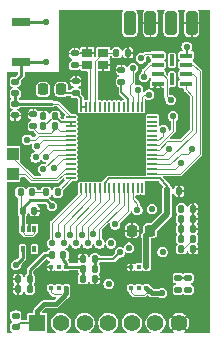
<source format=gbr>
%TF.GenerationSoftware,KiCad,Pcbnew,9.0.0*%
%TF.CreationDate,2025-04-27T20:43:47-05:00*%
%TF.ProjectId,ESP32_S3_CAM_wifi,45535033-325f-4533-935f-43414d5f7769,rev?*%
%TF.SameCoordinates,Original*%
%TF.FileFunction,Copper,L1,Top*%
%TF.FilePolarity,Positive*%
%FSLAX46Y46*%
G04 Gerber Fmt 4.6, Leading zero omitted, Abs format (unit mm)*
G04 Created by KiCad (PCBNEW 9.0.0) date 2025-04-27 20:43:47*
%MOMM*%
%LPD*%
G01*
G04 APERTURE LIST*
G04 Aperture macros list*
%AMRoundRect*
0 Rectangle with rounded corners*
0 $1 Rounding radius*
0 $2 $3 $4 $5 $6 $7 $8 $9 X,Y pos of 4 corners*
0 Add a 4 corners polygon primitive as box body*
4,1,4,$2,$3,$4,$5,$6,$7,$8,$9,$2,$3,0*
0 Add four circle primitives for the rounded corners*
1,1,$1+$1,$2,$3*
1,1,$1+$1,$4,$5*
1,1,$1+$1,$6,$7*
1,1,$1+$1,$8,$9*
0 Add four rect primitives between the rounded corners*
20,1,$1+$1,$2,$3,$4,$5,0*
20,1,$1+$1,$4,$5,$6,$7,0*
20,1,$1+$1,$6,$7,$8,$9,0*
20,1,$1+$1,$8,$9,$2,$3,0*%
G04 Aperture macros list end*
%TA.AperFunction,SMDPad,CuDef*%
%ADD10RoundRect,0.140000X-0.140000X-0.170000X0.140000X-0.170000X0.140000X0.170000X-0.140000X0.170000X0*%
%TD*%
%TA.AperFunction,SMDPad,CuDef*%
%ADD11RoundRect,0.250000X-0.250000X-0.750000X0.250000X-0.750000X0.250000X0.750000X-0.250000X0.750000X0*%
%TD*%
%TA.AperFunction,SMDPad,CuDef*%
%ADD12RoundRect,0.140000X0.140000X0.170000X-0.140000X0.170000X-0.140000X-0.170000X0.140000X-0.170000X0*%
%TD*%
%TA.AperFunction,SMDPad,CuDef*%
%ADD13RoundRect,0.147500X-0.147500X-0.172500X0.147500X-0.172500X0.147500X0.172500X-0.147500X0.172500X0*%
%TD*%
%TA.AperFunction,SMDPad,CuDef*%
%ADD14RoundRect,0.093750X-0.106250X0.093750X-0.106250X-0.093750X0.106250X-0.093750X0.106250X0.093750X0*%
%TD*%
%TA.AperFunction,HeatsinkPad*%
%ADD15R,1.600000X1.000000*%
%TD*%
%TA.AperFunction,SMDPad,CuDef*%
%ADD16RoundRect,0.140000X0.170000X-0.140000X0.170000X0.140000X-0.170000X0.140000X-0.170000X-0.140000X0*%
%TD*%
%TA.AperFunction,SMDPad,CuDef*%
%ADD17R,0.304800X0.533400*%
%TD*%
%TA.AperFunction,SMDPad,CuDef*%
%ADD18R,0.300000X1.000000*%
%TD*%
%TA.AperFunction,SMDPad,CuDef*%
%ADD19R,1.000000X0.400000*%
%TD*%
%TA.AperFunction,SMDPad,CuDef*%
%ADD20RoundRect,0.140000X-0.170000X0.140000X-0.170000X-0.140000X0.170000X-0.140000X0.170000X0.140000X0*%
%TD*%
%TA.AperFunction,SMDPad,CuDef*%
%ADD21RoundRect,0.147500X0.147500X0.172500X-0.147500X0.172500X-0.147500X-0.172500X0.147500X-0.172500X0*%
%TD*%
%TA.AperFunction,SMDPad,CuDef*%
%ADD22RoundRect,0.220000X0.220000X0.255000X-0.220000X0.255000X-0.220000X-0.255000X0.220000X-0.255000X0*%
%TD*%
%TA.AperFunction,SMDPad,CuDef*%
%ADD23R,1.600000X0.800000*%
%TD*%
%TA.AperFunction,SMDPad,CuDef*%
%ADD24R,1.000000X1.000000*%
%TD*%
%TA.AperFunction,SMDPad,CuDef*%
%ADD25RoundRect,0.147500X-0.172500X0.147500X-0.172500X-0.147500X0.172500X-0.147500X0.172500X0.147500X0*%
%TD*%
%TA.AperFunction,SMDPad,CuDef*%
%ADD26RoundRect,0.050000X-0.350000X-0.050000X0.350000X-0.050000X0.350000X0.050000X-0.350000X0.050000X0*%
%TD*%
%TA.AperFunction,SMDPad,CuDef*%
%ADD27RoundRect,0.050000X-0.050000X-0.350000X0.050000X-0.350000X0.050000X0.350000X-0.050000X0.350000X0*%
%TD*%
%TA.AperFunction,ComponentPad*%
%ADD28C,0.500000*%
%TD*%
%TA.AperFunction,HeatsinkPad*%
%ADD29RoundRect,0.250000X-1.750000X-1.750000X1.750000X-1.750000X1.750000X1.750000X-1.750000X1.750000X0*%
%TD*%
%TA.AperFunction,SMDPad,CuDef*%
%ADD30R,0.850000X0.750000*%
%TD*%
%TA.AperFunction,SMDPad,CuDef*%
%ADD31RoundRect,0.225000X0.225000X0.250000X-0.225000X0.250000X-0.225000X-0.250000X0.225000X-0.250000X0*%
%TD*%
%TA.AperFunction,ComponentPad*%
%ADD32R,1.400000X1.400000*%
%TD*%
%TA.AperFunction,ComponentPad*%
%ADD33C,1.400000*%
%TD*%
%TA.AperFunction,ViaPad*%
%ADD34C,0.584200*%
%TD*%
%TA.AperFunction,Conductor*%
%ADD35C,0.203200*%
%TD*%
%TA.AperFunction,Conductor*%
%ADD36C,0.508000*%
%TD*%
%TA.AperFunction,Conductor*%
%ADD37C,0.101600*%
%TD*%
%TA.AperFunction,Conductor*%
%ADD38C,0.152400*%
%TD*%
%TA.AperFunction,Conductor*%
%ADD39C,0.254000*%
%TD*%
%TA.AperFunction,Conductor*%
%ADD40C,0.381000*%
%TD*%
G04 APERTURE END LIST*
D10*
%TO.P,C5,1*%
%TO.N,+3.3V*%
X165500000Y-86325000D03*
%TO.P,C5,2*%
%TO.N,GND*%
X166500000Y-86325000D03*
%TD*%
D11*
%TO.P,J7,1*%
%TO.N,GND*%
X164076667Y-72080000D03*
%TD*%
D12*
%TO.P,C13,1*%
%TO.N,Net-(D1-K)*%
X153870000Y-94620000D03*
%TO.P,C13,2*%
%TO.N,GND*%
X152870000Y-94620000D03*
%TD*%
D10*
%TO.P,C16,1*%
%TO.N,VCC_2V8*%
X158370000Y-93746879D03*
%TO.P,C16,2*%
%TO.N,GND*%
X159370000Y-93746879D03*
%TD*%
D13*
%TO.P,D1,1,K*%
%TO.N,Net-(D1-K)*%
X155725000Y-91750000D03*
%TO.P,D1,2,A*%
%TO.N,VCC_2V8*%
X156695000Y-91750000D03*
%TD*%
D14*
%TO.P,U3,1,OUT*%
%TO.N,VCC_2V8*%
X156955000Y-92712500D03*
%TO.P,U3,2,NC*%
%TO.N,unconnected-(U3-NC-Pad2)*%
X156305000Y-92712500D03*
%TO.P,U3,3,GND*%
%TO.N,GND*%
X155655000Y-92712500D03*
%TO.P,U3,4,EN*%
%TO.N,+BATT*%
X155655000Y-94487500D03*
%TO.P,U3,5,NC*%
%TO.N,unconnected-(U3-NC-Pad5)*%
X156305000Y-94487500D03*
%TO.P,U3,6,IN*%
%TO.N,+BATT*%
X156955000Y-94487500D03*
D15*
%TO.P,U3,7,GND*%
%TO.N,GND*%
X156305000Y-93600000D03*
%TD*%
D16*
%TO.P,C8,1*%
%TO.N,+3.3V*%
X161625000Y-77050000D03*
%TO.P,C8,2*%
%TO.N,GND*%
X161625000Y-76050000D03*
%TD*%
D14*
%TO.P,U4,1,OUT*%
%TO.N,+3.3V*%
X163730000Y-92712500D03*
%TO.P,U4,2,NC*%
%TO.N,unconnected-(U4-NC-Pad2)*%
X163080000Y-92712500D03*
%TO.P,U4,3,GND*%
%TO.N,GND*%
X162430000Y-92712500D03*
%TO.P,U4,4,EN*%
%TO.N,+BATT*%
X162430000Y-94487500D03*
%TO.P,U4,5,NC*%
%TO.N,unconnected-(U4-NC-Pad5)*%
X163080000Y-94487500D03*
%TO.P,U4,6,IN*%
%TO.N,+BATT*%
X163730000Y-94487500D03*
D15*
%TO.P,U4,7,GND*%
%TO.N,GND*%
X163080000Y-93600000D03*
%TD*%
D10*
%TO.P,C3,1*%
%TO.N,+3.3V*%
X166700000Y-89510000D03*
%TO.P,C3,2*%
%TO.N,GND*%
X167700000Y-89510000D03*
%TD*%
D17*
%TO.P,U5,1,CTRL*%
%TO.N,+BATT*%
X154259999Y-89476400D03*
%TO.P,U5,2,GND*%
%TO.N,GND*%
X153760000Y-89476400D03*
%TO.P,U5,3,VIN*%
%TO.N,+BATT*%
X153260001Y-89476400D03*
%TO.P,U5,4,VOUT*%
%TO.N,VCC_1V3*%
X153260001Y-91203600D03*
%TO.P,U5,5,NC*%
%TO.N,unconnected-(U5-NC-Pad5)*%
X154259999Y-91203600D03*
%TD*%
D18*
%TO.P,U2,*%
%TO.N,*%
X165900000Y-75225000D03*
X165900000Y-76825000D03*
D19*
%TO.P,U2,1,CS#*%
%TO.N,SPICS0*%
X164700000Y-74825000D03*
%TO.P,U2,2,SO/IO1*%
%TO.N,SPIQ*%
X164700000Y-75625000D03*
%TO.P,U2,3,WP#/IO2*%
%TO.N,SPIWP*%
X164700000Y-76425000D03*
%TO.P,U2,4,VSS*%
%TO.N,GND*%
X164700000Y-77225000D03*
%TO.P,U2,5,SI/IO0*%
%TO.N,SPID*%
X167100000Y-77225000D03*
%TO.P,U2,6,SCLK*%
%TO.N,SPICLK*%
X167100000Y-76425000D03*
%TO.P,U2,7,HOLD#/IO3*%
%TO.N,SPIHD*%
X167100000Y-75625000D03*
%TO.P,U2,8,VCC*%
%TO.N,+3.3V*%
X167100000Y-74825000D03*
%TD*%
D20*
%TO.P,L1,1*%
%TO.N,Net-(AE1-Pad1)*%
X152620000Y-77040000D03*
%TO.P,L1,2*%
%TO.N,ANT*%
X152620000Y-78040000D03*
%TD*%
D10*
%TO.P,FB2,1*%
%TO.N,VCC_2V8*%
X158370000Y-92896879D03*
%TO.P,FB2,2*%
%TO.N,AVCC_2V8*%
X159370000Y-92896879D03*
%TD*%
D20*
%TO.P,R3,1*%
%TO.N,+3.3V*%
X166423333Y-93660000D03*
%TO.P,R3,2*%
%TO.N,GPIO_39*%
X166423333Y-94660000D03*
%TD*%
D16*
%TO.P,C14,1*%
%TO.N,Net-(U1-VDDA1)*%
X157770000Y-78010000D03*
%TO.P,C14,2*%
%TO.N,GND*%
X157770000Y-77010000D03*
%TD*%
D12*
%TO.P,R9,1*%
%TO.N,GPIO_9*%
X156230000Y-86400000D03*
%TO.P,R9,2*%
%TO.N,Net-(D3-K)*%
X155230000Y-86400000D03*
%TD*%
D10*
%TO.P,C22,1*%
%TO.N,+BATT*%
X153260000Y-87960000D03*
%TO.P,C22,2*%
%TO.N,GND*%
X154260000Y-87960000D03*
%TD*%
%TO.P,C4,1*%
%TO.N,+3.3V*%
X166700000Y-88660000D03*
%TO.P,C4,2*%
%TO.N,GND*%
X167700000Y-88660000D03*
%TD*%
D21*
%TO.P,D3,1,K*%
%TO.N,Net-(D3-K)*%
X154045000Y-86400000D03*
%TO.P,D3,2,A*%
%TO.N,+BATT*%
X153075000Y-86400000D03*
%TD*%
D22*
%TO.P,FB1,1*%
%TO.N,Net-(U1-VDDA1)*%
X156540000Y-77680000D03*
%TO.P,FB1,2*%
%TO.N,+3.3V*%
X154960000Y-77680000D03*
%TD*%
D10*
%TO.P,R2,1*%
%TO.N,Net-(J1-Pad17)*%
X166700000Y-87810000D03*
%TO.P,R2,2*%
%TO.N,GND*%
X167700000Y-87810000D03*
%TD*%
D20*
%TO.P,C1,1*%
%TO.N,ANT*%
X152620000Y-78900000D03*
%TO.P,C1,2*%
%TO.N,GND*%
X152620000Y-79900000D03*
%TD*%
D12*
%TO.P,C12,1*%
%TO.N,Net-(D1-K)*%
X153870000Y-93770000D03*
%TO.P,C12,2*%
%TO.N,GND*%
X152870000Y-93770000D03*
%TD*%
D23*
%TO.P,AE1,1*%
%TO.N,Net-(AE1-Pad1)*%
X153150000Y-75410000D03*
%TO.P,AE1,2,NC*%
%TO.N,unconnected-(AE1-NC-Pad2)*%
X153150000Y-72010000D03*
%TD*%
D10*
%TO.P,C10,1*%
%TO.N,Net-(C10-Pad1)*%
X166700000Y-91210000D03*
%TO.P,C10,2*%
%TO.N,GND*%
X167700000Y-91210000D03*
%TD*%
D11*
%TO.P,J6,1*%
%TO.N,GPIO_0*%
X162330000Y-72080000D03*
%TD*%
D24*
%TO.P,J8,1*%
%TO.N,GPIO_8*%
X152410000Y-84880000D03*
%TD*%
D12*
%TO.P,C19,1*%
%TO.N,AVCC_2V8*%
X159370000Y-92050000D03*
%TO.P,C19,2*%
%TO.N,GND*%
X158370000Y-92050000D03*
%TD*%
D25*
%TO.P,D2,1,K*%
%TO.N,Net-(D2-K)*%
X152660000Y-96865000D03*
%TO.P,D2,2,A*%
%TO.N,+BATT*%
X152660000Y-97835000D03*
%TD*%
D10*
%TO.P,R7,1*%
%TO.N,+3.3V*%
X155020000Y-80800000D03*
%TO.P,R7,2*%
%TO.N,CHIP_PU*%
X156020000Y-80800000D03*
%TD*%
D24*
%TO.P,J9,1*%
%TO.N,GPIO_7*%
X152410000Y-83140000D03*
%TD*%
D11*
%TO.P,J4,1*%
%TO.N,CHIP_PU*%
X165823333Y-72080000D03*
%TD*%
%TO.P,J5,1*%
%TO.N,GND*%
X167570000Y-72080000D03*
%TD*%
D26*
%TO.P,U1,1,LNA_IN*%
%TO.N,ANT*%
X157350000Y-80020000D03*
%TO.P,U1,2,VDD3P3*%
%TO.N,+3.3V*%
X157350000Y-80420000D03*
%TO.P,U1,3,VDD3P3*%
X157350000Y-80820000D03*
%TO.P,U1,4,CHIP_PU*%
%TO.N,CHIP_PU*%
X157350000Y-81220000D03*
%TO.P,U1,5,GPIO0*%
%TO.N,GPIO_0*%
X157350000Y-81620000D03*
%TO.P,U1,6,GPIO1*%
%TO.N,GPIO_1*%
X157350000Y-82020000D03*
%TO.P,U1,7,GPIO2*%
%TO.N,GPIO_2*%
X157350000Y-82420000D03*
%TO.P,U1,8,GPIO3*%
%TO.N,GPIO_3*%
X157350000Y-82820000D03*
%TO.P,U1,9,GPIO4*%
%TO.N,GPIO_4*%
X157350000Y-83220000D03*
%TO.P,U1,10,GPIO5*%
%TO.N,GPIO_5*%
X157350000Y-83620000D03*
%TO.P,U1,11,GPIO6*%
%TO.N,GPIO_6*%
X157350000Y-84020000D03*
%TO.P,U1,12,GPIO7*%
%TO.N,GPIO_7*%
X157350000Y-84420000D03*
%TO.P,U1,13,GPIO8*%
%TO.N,GPIO_8*%
X157350000Y-84820000D03*
%TO.P,U1,14,GPIO9*%
%TO.N,GPIO_9*%
X157350000Y-85220000D03*
D27*
%TO.P,U1,15,GPIO10*%
%TO.N,GPIO_10*%
X158200000Y-86070000D03*
%TO.P,U1,16,GPIO11*%
%TO.N,GPIO_11*%
X158600000Y-86070000D03*
%TO.P,U1,17,GPIO12*%
%TO.N,GPIO_12*%
X159000000Y-86070000D03*
%TO.P,U1,18,GPIO13*%
%TO.N,GPIO_13*%
X159400000Y-86070000D03*
%TO.P,U1,19,GPIO14*%
%TO.N,GPIO_14*%
X159800000Y-86070000D03*
%TO.P,U1,20,VDD3P3_RTC*%
%TO.N,+3.3V*%
X160200000Y-86070000D03*
%TO.P,U1,21,XTAL_32K_P*%
%TO.N,GPIO_15*%
X160600000Y-86070000D03*
%TO.P,U1,22,XTAL_32K_N*%
%TO.N,GPIO_16*%
X161000000Y-86070000D03*
%TO.P,U1,23,GPIO17*%
%TO.N,GPIO_17*%
X161400000Y-86070000D03*
%TO.P,U1,24,GPIO18*%
%TO.N,GPIO_18*%
X161800000Y-86070000D03*
%TO.P,U1,25,GPIO19*%
%TO.N,USB-*%
X162200000Y-86070000D03*
%TO.P,U1,26,GPIO20*%
%TO.N,USB+*%
X162600000Y-86070000D03*
%TO.P,U1,27,GPIO21*%
%TO.N,GPIO_21*%
X163000000Y-86070000D03*
%TO.P,U1,28,SPICS1*%
%TO.N,unconnected-(U1-SPICS1-Pad28)*%
X163400000Y-86070000D03*
D26*
%TO.P,U1,29,VDD_SPI*%
%TO.N,+3.3V*%
X164250000Y-85220000D03*
%TO.P,U1,30,SPIHD*%
%TO.N,SPIHD*%
X164250000Y-84820000D03*
%TO.P,U1,31,SPIWP*%
%TO.N,SPIWP*%
X164250000Y-84420000D03*
%TO.P,U1,32,SPICS0*%
%TO.N,SPICS0*%
X164250000Y-84020000D03*
%TO.P,U1,33,SPICLK*%
%TO.N,SPICLK*%
X164250000Y-83620000D03*
%TO.P,U1,34,SPIQ*%
%TO.N,SPIQ*%
X164250000Y-83220000D03*
%TO.P,U1,35,SPID*%
%TO.N,SPID*%
X164250000Y-82820000D03*
%TO.P,U1,36,SPICLK_N*%
%TO.N,GPIO_48*%
X164250000Y-82420000D03*
%TO.P,U1,37,SPICLK_P*%
%TO.N,GPIO_47*%
X164250000Y-82020000D03*
%TO.P,U1,38,GPIO33*%
%TO.N,unconnected-(U1-GPIO33-Pad38)*%
X164250000Y-81620000D03*
%TO.P,U1,39,GPIO34*%
%TO.N,unconnected-(U1-GPIO34-Pad39)*%
X164250000Y-81220000D03*
%TO.P,U1,40,GPIO35*%
%TO.N,unconnected-(U1-GPIO35-Pad40)*%
X164250000Y-80820000D03*
%TO.P,U1,41,GPIO36*%
%TO.N,unconnected-(U1-GPIO36-Pad41)*%
X164250000Y-80420000D03*
%TO.P,U1,42,GPIO37*%
%TO.N,unconnected-(U1-GPIO37-Pad42)*%
X164250000Y-80020000D03*
D27*
%TO.P,U1,43,GPIO38*%
%TO.N,GPIO_38*%
X163400000Y-79170000D03*
%TO.P,U1,44,MTCK*%
%TO.N,GPIO_39*%
X163000000Y-79170000D03*
%TO.P,U1,45,MTDO*%
%TO.N,GPIO_40*%
X162600000Y-79170000D03*
%TO.P,U1,46,VDD3P3_CPU*%
%TO.N,+3.3V*%
X162200000Y-79170000D03*
%TO.P,U1,47,MTDI*%
%TO.N,unconnected-(U1-MTDI-Pad47)*%
X161800000Y-79170000D03*
%TO.P,U1,48,MTMS*%
%TO.N,unconnected-(U1-MTMS-Pad48)*%
X161400000Y-79170000D03*
%TO.P,U1,49,U0TXD*%
%TO.N,unconnected-(U1-U0TXD-Pad49)*%
X161000000Y-79170000D03*
%TO.P,U1,50,U0RXD*%
%TO.N,unconnected-(U1-U0RXD-Pad50)*%
X160600000Y-79170000D03*
%TO.P,U1,51,GPIO45*%
%TO.N,unconnected-(U1-GPIO45-Pad51)*%
X160200000Y-79170000D03*
%TO.P,U1,52,GPIO46*%
%TO.N,unconnected-(U1-GPIO46-Pad52)*%
X159800000Y-79170000D03*
%TO.P,U1,53,XTAL_N*%
%TO.N,Net-(U1-XTAL_N)*%
X159400000Y-79170000D03*
%TO.P,U1,54,XTAL_P*%
%TO.N,Net-(U1-XTAL_P)*%
X159000000Y-79170000D03*
%TO.P,U1,55,VDDA1*%
%TO.N,Net-(U1-VDDA1)*%
X158600000Y-79170000D03*
%TO.P,U1,56,VDDA2*%
X158200000Y-79170000D03*
D28*
%TO.P,U1,57,GND*%
%TO.N,GND*%
X159800000Y-81620000D03*
X159800000Y-82620000D03*
X159800000Y-83620000D03*
X160800000Y-81620000D03*
X160800000Y-82620000D03*
D29*
X160800000Y-82620000D03*
D28*
X160800000Y-83620000D03*
X161800000Y-81620000D03*
X161800000Y-82620000D03*
X161800000Y-83620000D03*
%TD*%
D12*
%TO.P,C7,1*%
%TO.N,GND*%
X162200000Y-74600000D03*
%TO.P,C7,2*%
%TO.N,Net-(U1-XTAL_N)*%
X161200000Y-74600000D03*
%TD*%
D20*
%TO.P,C6,1*%
%TO.N,GND*%
X157650000Y-74650000D03*
%TO.P,C6,2*%
%TO.N,Net-(U1-XTAL_P)*%
X157650000Y-75650000D03*
%TD*%
D10*
%TO.P,R1,1*%
%TO.N,+3.3V*%
X166700000Y-90360000D03*
%TO.P,R1,2*%
%TO.N,Net-(C10-Pad1)*%
X167700000Y-90360000D03*
%TD*%
D20*
%TO.P,R4,1*%
%TO.N,+3.3V*%
X167270000Y-93660000D03*
%TO.P,R4,2*%
%TO.N,GPIO_40*%
X167270000Y-94660000D03*
%TD*%
D16*
%TO.P,C23,1*%
%TO.N,CHIP_PU*%
X154170000Y-80800000D03*
%TO.P,C23,2*%
%TO.N,GND*%
X154170000Y-79800000D03*
%TD*%
D30*
%TO.P,Y1,1*%
%TO.N,Net-(U1-XTAL_P)*%
X158725000Y-75650000D03*
%TO.P,Y1,2*%
%TO.N,GND*%
X160075000Y-75650000D03*
%TO.P,Y1,3*%
%TO.N,Net-(U1-XTAL_N)*%
X160075000Y-74600000D03*
%TO.P,Y1,4*%
%TO.N,GND*%
X158725000Y-74600000D03*
%TD*%
D31*
%TO.P,C17,1*%
%TO.N,+3.3V*%
X164070000Y-89650000D03*
%TO.P,C17,2*%
%TO.N,GND*%
X162510000Y-89650000D03*
%TD*%
D12*
%TO.P,C11,1*%
%TO.N,+3.3V*%
X156020000Y-79950000D03*
%TO.P,C11,2*%
%TO.N,GND*%
X155020000Y-79950000D03*
%TD*%
D32*
%TO.P,J2,1,Pin_1*%
%TO.N,+BATT*%
X154500000Y-97470000D03*
D33*
%TO.P,J2,2,Pin_2*%
%TO.N,GPIO_1*%
X156500000Y-97470000D03*
%TO.P,J2,3,Pin_3*%
%TO.N,GPIO_2*%
X158500000Y-97470000D03*
%TO.P,J2,4,Pin_4*%
%TO.N,GPIO_3*%
X160500000Y-97470000D03*
%TO.P,J2,5,Pin_5*%
%TO.N,GPIO_4*%
X162500000Y-97470000D03*
%TO.P,J2,6,Pin_6*%
%TO.N,GPIO_5*%
X164500000Y-97470000D03*
%TO.P,J2,7,Pin_7*%
%TO.N,GND*%
X166500000Y-97470000D03*
%TD*%
D34*
%TO.N,+3.3V*%
X163740000Y-90100000D03*
X167140000Y-74080000D03*
X160540000Y-94180000D03*
X154960000Y-77680000D03*
X167270000Y-93660000D03*
X165500000Y-86325000D03*
X156020000Y-79950000D03*
X166700000Y-90360000D03*
X161625000Y-77075000D03*
%TO.N,GPIO_1*%
X154460000Y-82510000D03*
%TO.N,GPIO_14*%
X157750000Y-90730000D03*
%TO.N,GPIO_11*%
X156250000Y-89990000D03*
%TO.N,SPICS0*%
X163280000Y-75060000D03*
X167580000Y-82780000D03*
%TO.N,GPIO_12*%
X156750000Y-90730000D03*
%TO.N,GND*%
X160800000Y-71400000D03*
X167680000Y-95790000D03*
X155000000Y-76600000D03*
X157140000Y-79000000D03*
X160480000Y-77610000D03*
X168340000Y-97440000D03*
X156750000Y-72400000D03*
X166030000Y-95850000D03*
X152630000Y-81000000D03*
X168470000Y-92910000D03*
X156750000Y-75400000D03*
X160800000Y-73400000D03*
X158800000Y-71400000D03*
X153520000Y-77340000D03*
X158800000Y-73400000D03*
X160800000Y-72400000D03*
X152480000Y-81970000D03*
X154000000Y-76600000D03*
X156750000Y-74400000D03*
X168530000Y-94550000D03*
X167610000Y-86680000D03*
X159800000Y-73400000D03*
X163425000Y-96025000D03*
X168410000Y-74450000D03*
X157800000Y-73400000D03*
X167610000Y-85090000D03*
X156750000Y-73400000D03*
X157800000Y-72400000D03*
X157800000Y-71400000D03*
X159800000Y-71400000D03*
X161410000Y-96040000D03*
X156750000Y-71400000D03*
X158800000Y-72400000D03*
X166500000Y-86325000D03*
X153520000Y-78280000D03*
X152620000Y-79900000D03*
X159800000Y-72400000D03*
X156000000Y-76600000D03*
%TO.N,GPIO_2*%
X154360000Y-83460000D03*
%TO.N,GPIO_38*%
X163940000Y-78140000D03*
%TO.N,GPIO_17*%
X159250000Y-89970000D03*
%TO.N,GPIO_3*%
X155245000Y-83395000D03*
%TO.N,GPIO_10*%
X155750000Y-90730000D03*
%TO.N,SPIWP*%
X165790000Y-78590000D03*
X166650000Y-83890000D03*
%TO.N,GPIO_13*%
X157250000Y-89990000D03*
%TO.N,CHIP_PU*%
X165823333Y-72080000D03*
X154170000Y-80800000D03*
%TO.N,unconnected-(AE1-NC-Pad2)*%
X155250000Y-72010000D03*
%TO.N,GPIO_0*%
X153650000Y-81950000D03*
X162330000Y-72080000D03*
%TO.N,SPIQ*%
X165650000Y-82730000D03*
X163530000Y-76630000D03*
%TO.N,Net-(C10-Pad1)*%
X166700000Y-91210000D03*
%TO.N,GPIO_48*%
X166000000Y-79975000D03*
X160750000Y-90730000D03*
%TO.N,GPIO_47*%
X162250000Y-91100000D03*
X165175000Y-81150000D03*
%TO.N,GPIO_16*%
X158750000Y-90730000D03*
%TO.N,AVCC_2V8*%
X161480000Y-91490000D03*
X165100000Y-91480000D03*
%TO.N,GPIO_40*%
X162600000Y-75880000D03*
X167270000Y-94660000D03*
%TO.N,GPIO_15*%
X158250000Y-89990000D03*
%TO.N,GPIO_18*%
X159750000Y-90730000D03*
%TO.N,GPIO_39*%
X166423333Y-94660000D03*
X163000000Y-77720000D03*
%TO.N,GPIO_4*%
X155000000Y-84450000D03*
%TO.N,USB-*%
X161090000Y-89130000D03*
%TO.N,USB+*%
X162970000Y-87910000D03*
%TO.N,GPIO_5*%
X155925000Y-84375000D03*
%TO.N,+BATT*%
X155750000Y-87560000D03*
X165075000Y-94925000D03*
%TO.N,VCC_1V3*%
X152710000Y-92540000D03*
%TO.N,Net-(J1-Pad17)*%
X166700000Y-87810000D03*
X164220000Y-87810000D03*
%TO.N,Net-(D1-K)*%
X153870000Y-93770000D03*
%TO.N,Net-(D2-K)*%
X152660000Y-96850000D03*
%TO.N,Net-(AE1-Pad1)*%
X155250000Y-75410000D03*
%TD*%
D35*
%TO.N,Net-(U1-VDDA1)*%
X158200000Y-79170000D02*
X158200000Y-78440000D01*
X158200000Y-79170000D02*
X158600000Y-79170000D01*
X158200000Y-78440000D02*
X157770000Y-78010000D01*
X157770000Y-78010000D02*
X156870000Y-78010000D01*
X156870000Y-78010000D02*
X156540000Y-77680000D01*
D36*
%TO.N,+3.3V*%
X164070000Y-89770000D02*
X164070000Y-89650000D01*
D37*
X155870000Y-79950000D02*
X156020000Y-79950000D01*
D38*
X162200000Y-78525000D02*
X162200000Y-79170000D01*
X156020000Y-79950000D02*
X156490000Y-80420000D01*
X167270000Y-93660000D02*
X166423333Y-93660000D01*
D35*
X164250000Y-85220000D02*
X164870000Y-85220000D01*
D38*
X166700000Y-89510000D02*
X166700000Y-88660000D01*
D35*
X164870000Y-85220000D02*
X165500000Y-85850000D01*
X165500000Y-85850000D02*
X165500000Y-86325000D01*
D38*
X161625000Y-77075000D02*
X161625000Y-77950000D01*
X161625000Y-77950000D02*
X162200000Y-78525000D01*
D36*
X163730000Y-90110000D02*
X164070000Y-89770000D01*
D38*
X167140000Y-74785000D02*
X167100000Y-74825000D01*
D37*
X155020000Y-80800000D02*
X155870000Y-79950000D01*
D36*
X165500000Y-88220000D02*
X165500000Y-86325000D01*
D38*
X156490000Y-80420000D02*
X157350000Y-80420000D01*
X166700000Y-90360000D02*
X166700000Y-89510000D01*
X157350000Y-80420000D02*
X157350000Y-80820000D01*
X160200000Y-86070000D02*
X160200000Y-85610000D01*
X167140000Y-74080000D02*
X167140000Y-74785000D01*
D36*
X163730000Y-92712500D02*
X163730000Y-90110000D01*
X164070000Y-89650000D02*
X165500000Y-88220000D01*
D38*
X160590000Y-85220000D02*
X164250000Y-85220000D01*
X160200000Y-85610000D02*
X160590000Y-85220000D01*
D37*
%TO.N,GPIO_1*%
X154950000Y-82020000D02*
X157350000Y-82020000D01*
X154460000Y-82510000D02*
X154950000Y-82020000D01*
%TO.N,GPIO_14*%
X159800000Y-87210000D02*
X159800000Y-86070000D01*
X157750000Y-89260000D02*
X159800000Y-87210000D01*
X157750000Y-90730000D02*
X157750000Y-89260000D01*
%TO.N,SPIHD*%
X166580000Y-84820000D02*
X168250000Y-83150000D01*
X168250000Y-83150000D02*
X168250000Y-76175000D01*
X167700000Y-75625000D02*
X167100000Y-75625000D01*
X168250000Y-76175000D02*
X167700000Y-75625000D01*
X164250000Y-84820000D02*
X166580000Y-84820000D01*
%TO.N,GPIO_11*%
X156250000Y-89990000D02*
X156250000Y-89060000D01*
X158600000Y-86710000D02*
X158600000Y-86070000D01*
X156250000Y-89060000D02*
X158600000Y-86710000D01*
%TO.N,SPICLK*%
X167940000Y-76665000D02*
X167940000Y-81260000D01*
X167700000Y-76425000D02*
X167940000Y-76665000D01*
X165580000Y-83620000D02*
X164250000Y-83620000D01*
X167100000Y-76425000D02*
X167700000Y-76425000D01*
X167940000Y-81260000D02*
X165580000Y-83620000D01*
%TO.N,SPICS0*%
X165730000Y-84020000D02*
X164250000Y-84020000D01*
X163640000Y-74700000D02*
X164575000Y-74700000D01*
X166625000Y-83125000D02*
X165730000Y-84020000D01*
X164575000Y-74700000D02*
X164700000Y-74825000D01*
X167235000Y-83125000D02*
X166625000Y-83125000D01*
X163280000Y-75060000D02*
X163640000Y-74700000D01*
X167580000Y-82780000D02*
X167235000Y-83125000D01*
%TO.N,GPIO_7*%
X154115800Y-85195800D02*
X152410000Y-83490000D01*
X156850000Y-84420000D02*
X156074200Y-85195800D01*
X152410000Y-83490000D02*
X152410000Y-83140000D01*
X157350000Y-84420000D02*
X156850000Y-84420000D01*
X156074200Y-85195800D02*
X154115800Y-85195800D01*
%TO.N,Net-(U1-XTAL_P)*%
X159000000Y-79170000D02*
X159000000Y-75925000D01*
X159000000Y-75925000D02*
X158725000Y-75650000D01*
X158725000Y-75650000D02*
X157650000Y-75650000D01*
%TO.N,GPIO_12*%
X156750000Y-90730000D02*
X156750000Y-89140000D01*
X156750000Y-89140000D02*
X159000000Y-86890000D01*
X159000000Y-86890000D02*
X159000000Y-86070000D01*
D39*
%TO.N,GND*%
X153760000Y-89476400D02*
X153760000Y-88950000D01*
D37*
%TO.N,Net-(U1-XTAL_N)*%
X159400000Y-79170000D02*
X159400000Y-75275000D01*
X159400000Y-75275000D02*
X160075000Y-74600000D01*
X161200000Y-74600000D02*
X160075000Y-74600000D01*
%TO.N,GPIO_2*%
X154360000Y-83460000D02*
X155400000Y-82420000D01*
X155400000Y-82420000D02*
X157350000Y-82420000D01*
%TO.N,SPID*%
X166695000Y-82080000D02*
X165520000Y-82080000D01*
X167100000Y-77700000D02*
X167630000Y-78230000D01*
X167630000Y-81145000D02*
X166695000Y-82080000D01*
X167100000Y-77225000D02*
X167100000Y-77700000D01*
X165520000Y-82080000D02*
X164780000Y-82820000D01*
X167630000Y-78230000D02*
X167630000Y-81145000D01*
X164780000Y-82820000D02*
X164250000Y-82820000D01*
%TO.N,GPIO_38*%
X163940000Y-78140000D02*
X163570000Y-78140000D01*
X163400000Y-78310000D02*
X163400000Y-79170000D01*
X163570000Y-78140000D02*
X163400000Y-78310000D01*
%TO.N,GPIO_17*%
X159250000Y-89970000D02*
X159250000Y-89480000D01*
X161400000Y-87330000D02*
X161400000Y-86070000D01*
X159250000Y-89480000D02*
X161400000Y-87330000D01*
%TO.N,GPIO_3*%
X155245000Y-83395000D02*
X155820000Y-82820000D01*
X155820000Y-82820000D02*
X157350000Y-82820000D01*
%TO.N,GPIO_10*%
X158200000Y-86540000D02*
X158200000Y-86070000D01*
X155750000Y-88990000D02*
X158200000Y-86540000D01*
X155750000Y-90730000D02*
X155750000Y-88990000D01*
%TO.N,SPIWP*%
X166650000Y-83900000D02*
X166130000Y-84420000D01*
X165790000Y-78590000D02*
X165470000Y-78270000D01*
X165470000Y-78270000D02*
X165470000Y-76790000D01*
X165470000Y-76790000D02*
X165105000Y-76425000D01*
X166130000Y-84420000D02*
X164250000Y-84420000D01*
X166650000Y-83890000D02*
X166650000Y-83900000D01*
X165105000Y-76425000D02*
X164700000Y-76425000D01*
%TO.N,GPIO_13*%
X159400000Y-87080000D02*
X159400000Y-86070000D01*
X157250000Y-89990000D02*
X157250000Y-89230000D01*
X157250000Y-89230000D02*
X159400000Y-87080000D01*
%TO.N,CHIP_PU*%
X156020000Y-80970000D02*
X155640000Y-81350000D01*
X156020000Y-80800000D02*
X156020000Y-80970000D01*
X154170000Y-80930000D02*
X154170000Y-80800000D01*
X157350000Y-81220000D02*
X156440000Y-81220000D01*
X154590000Y-81350000D02*
X154170000Y-80930000D01*
X156440000Y-81220000D02*
X156020000Y-80800000D01*
X155640000Y-81350000D02*
X154590000Y-81350000D01*
D39*
%TO.N,unconnected-(AE1-NC-Pad2)*%
X153150000Y-72010000D02*
X155250000Y-72010000D01*
D37*
%TO.N,GPIO_0*%
X154610000Y-81620000D02*
X154280000Y-81950000D01*
X154280000Y-81950000D02*
X153650000Y-81950000D01*
X157350000Y-81620000D02*
X154610000Y-81620000D01*
%TO.N,GPIO_8*%
X157350000Y-84820000D02*
X156780000Y-84820000D01*
X154000000Y-85400000D02*
X153480000Y-84880000D01*
X156780000Y-84820000D02*
X156200000Y-85400000D01*
X153480000Y-84880000D02*
X152410000Y-84880000D01*
X156200000Y-85400000D02*
X154000000Y-85400000D01*
%TO.N,GPIO_9*%
X157350000Y-85220000D02*
X156230000Y-86340000D01*
X156230000Y-86340000D02*
X156230000Y-86400000D01*
%TO.N,SPIQ*%
X163530000Y-76110000D02*
X164015000Y-75625000D01*
X163530000Y-76630000D02*
X163530000Y-76110000D01*
X164015000Y-75625000D02*
X164700000Y-75625000D01*
X165160000Y-83220000D02*
X164250000Y-83220000D01*
X165650000Y-82730000D02*
X165160000Y-83220000D01*
%TO.N,Net-(C10-Pad1)*%
X166850000Y-91210000D02*
X167700000Y-90360000D01*
X166700000Y-91210000D02*
X166850000Y-91210000D01*
D39*
%TO.N,VCC_2V8*%
X158185621Y-92712500D02*
X158370000Y-92896879D01*
X156955000Y-92712500D02*
X158185621Y-92712500D01*
X156955000Y-92712500D02*
X156955000Y-92395000D01*
X158370000Y-93746879D02*
X158370000Y-92896879D01*
X156955000Y-92395000D02*
X156695000Y-92135000D01*
X156695000Y-92135000D02*
X156695000Y-91750000D01*
D37*
%TO.N,GPIO_48*%
X164780000Y-82420000D02*
X164250000Y-82420000D01*
X166000000Y-81200000D02*
X164780000Y-82420000D01*
X166000000Y-79975000D02*
X166000000Y-81200000D01*
%TO.N,GPIO_47*%
X164755000Y-82020000D02*
X164250000Y-82020000D01*
X165175000Y-81150000D02*
X165175000Y-81600000D01*
X165175000Y-81600000D02*
X164755000Y-82020000D01*
%TO.N,GPIO_16*%
X158750000Y-89360000D02*
X161000000Y-87110000D01*
X158750000Y-90730000D02*
X158750000Y-89360000D01*
X161000000Y-87110000D02*
X161000000Y-86070000D01*
D35*
%TO.N,AVCC_2V8*%
X161480000Y-91490000D02*
X160920000Y-92050000D01*
D39*
X159370000Y-92896879D02*
X159370000Y-92050000D01*
D35*
X160920000Y-92050000D02*
X159370000Y-92050000D01*
D37*
%TO.N,GPIO_40*%
X162360000Y-78060000D02*
X162600000Y-78300000D01*
X162600000Y-75880000D02*
X162600000Y-77090000D01*
X162360000Y-77330000D02*
X162360000Y-78060000D01*
X162600000Y-78300000D02*
X162600000Y-79170000D01*
X162600000Y-77090000D02*
X162360000Y-77330000D01*
%TO.N,GPIO_15*%
X158250000Y-89300000D02*
X160600000Y-86950000D01*
X158250000Y-89990000D02*
X158250000Y-89300000D01*
X160600000Y-86950000D02*
X160600000Y-86070000D01*
%TO.N,GPIO_18*%
X159750000Y-89520000D02*
X161800000Y-87470000D01*
X159750000Y-90730000D02*
X159750000Y-89520000D01*
X161800000Y-87470000D02*
X161800000Y-86070000D01*
%TO.N,GPIO_39*%
X163000000Y-79170000D02*
X163000000Y-77720000D01*
%TO.N,GPIO_4*%
X156230000Y-83220000D02*
X157350000Y-83220000D01*
X155000000Y-84450000D02*
X156230000Y-83220000D01*
%TO.N,USB-*%
X162200000Y-88020000D02*
X162200000Y-86070000D01*
X161090000Y-89130000D02*
X162200000Y-88020000D01*
%TO.N,USB+*%
X162970000Y-87910000D02*
X162970000Y-87360000D01*
X162970000Y-87360000D02*
X162600000Y-86990000D01*
X162600000Y-86990000D02*
X162600000Y-86070000D01*
%TO.N,GPIO_5*%
X155925000Y-84375000D02*
X156680000Y-83620000D01*
X156680000Y-83620000D02*
X157350000Y-83620000D01*
D40*
%TO.N,+BATT*%
X156080000Y-95850000D02*
X156700000Y-95230000D01*
D38*
X153025000Y-97470000D02*
X152660000Y-97835000D01*
D37*
X156520000Y-95050000D02*
X156700000Y-95230000D01*
X162430000Y-94820000D02*
X162710000Y-95100000D01*
X162430000Y-94487500D02*
X162430000Y-94820000D01*
D39*
X153260000Y-87760000D02*
X153260000Y-87960000D01*
D38*
X154500000Y-97470000D02*
X153025000Y-97470000D01*
D40*
X165075000Y-94925000D02*
X164167500Y-94925000D01*
X154500000Y-97470000D02*
X154500000Y-96430000D01*
D37*
X154259999Y-89476400D02*
X154259999Y-89820001D01*
X163705000Y-94925000D02*
X164167500Y-94925000D01*
X154070000Y-90010000D02*
X153470000Y-90010000D01*
D40*
X154500000Y-96430000D02*
X155080000Y-95850000D01*
D39*
X153920000Y-87100000D02*
X153260000Y-87760000D01*
X153260000Y-87960000D02*
X153260001Y-89476400D01*
D37*
X163530000Y-95100000D02*
X163705000Y-94925000D01*
X155890000Y-95050000D02*
X156520000Y-95050000D01*
D40*
X164167500Y-94925000D02*
X163730000Y-94487500D01*
X156955000Y-94975000D02*
X156955000Y-94487500D01*
D37*
X162710000Y-95100000D02*
X163530000Y-95100000D01*
X153470000Y-90010000D02*
X153260001Y-89800001D01*
X153075000Y-86460000D02*
X153075000Y-87775000D01*
X153260001Y-89800001D02*
X153260001Y-89476400D01*
X155655000Y-94487500D02*
X155655000Y-94815000D01*
D39*
X155290000Y-87100000D02*
X153920000Y-87100000D01*
D40*
X155080000Y-95850000D02*
X156080000Y-95850000D01*
X156700000Y-95230000D02*
X156955000Y-94975000D01*
D37*
X155655000Y-94815000D02*
X155890000Y-95050000D01*
X154259999Y-89820001D02*
X154070000Y-90010000D01*
X153075000Y-87775000D02*
X153260000Y-87960000D01*
D39*
X155750000Y-87560000D02*
X155290000Y-87100000D01*
%TO.N,VCC_1V3*%
X153260001Y-91203600D02*
X153260001Y-91989999D01*
X153260001Y-91989999D02*
X152710000Y-92540000D01*
%TO.N,Net-(D1-K)*%
X155160000Y-91710000D02*
X153870000Y-93000000D01*
X155685000Y-91710000D02*
X155160000Y-91710000D01*
X153870000Y-93000000D02*
X153870000Y-93770000D01*
X155725000Y-91750000D02*
X155685000Y-91710000D01*
X153870000Y-94620000D02*
X153870000Y-93770000D01*
D37*
%TO.N,Net-(D3-K)*%
X154045000Y-86400000D02*
X155230000Y-86400000D01*
D39*
%TO.N,Net-(AE1-Pad1)*%
X153150000Y-75410000D02*
X155220000Y-75410000D01*
X153150000Y-75410000D02*
X153150000Y-76510000D01*
X153150000Y-76510000D02*
X152620000Y-77040000D01*
D37*
%TO.N,ANT*%
X156230000Y-78900000D02*
X155725000Y-78900000D01*
D39*
X152620000Y-78040000D02*
X152620000Y-78900000D01*
D37*
X157350000Y-80020000D02*
X156230000Y-78900000D01*
D39*
X152620000Y-78900000D02*
X155725000Y-78900000D01*
%TD*%
%TA.AperFunction,Conductor*%
%TO.N,GND*%
G36*
X161757003Y-70967593D02*
G01*
X161782723Y-71012142D01*
X161773790Y-71062800D01*
X161761839Y-71078374D01*
X161749984Y-71090228D01*
X161692043Y-71203943D01*
X161677100Y-71298289D01*
X161677100Y-72861710D01*
X161692043Y-72956056D01*
X161749833Y-73069474D01*
X161749984Y-73069771D01*
X161840229Y-73160016D01*
X161953943Y-73217956D01*
X161953945Y-73217957D01*
X162048292Y-73232900D01*
X162048296Y-73232900D01*
X162611704Y-73232900D01*
X162611708Y-73232900D01*
X162706055Y-73217957D01*
X162819771Y-73160016D01*
X162910016Y-73069771D01*
X162967957Y-72956055D01*
X162982900Y-72861708D01*
X162982900Y-72861671D01*
X163424267Y-72861671D01*
X163439191Y-72955899D01*
X163497061Y-73069474D01*
X163587192Y-73159605D01*
X163700768Y-73217475D01*
X163700766Y-73217475D01*
X163794995Y-73232399D01*
X163795003Y-73232400D01*
X164000467Y-73232400D01*
X164152867Y-73232400D01*
X164358331Y-73232400D01*
X164358338Y-73232399D01*
X164452566Y-73217475D01*
X164566141Y-73159605D01*
X164656272Y-73069474D01*
X164714142Y-72955899D01*
X164729066Y-72861671D01*
X164729067Y-72861664D01*
X164729067Y-72156200D01*
X164152867Y-72156200D01*
X164152867Y-73232400D01*
X164000467Y-73232400D01*
X164000467Y-72156200D01*
X163424267Y-72156200D01*
X163424267Y-72861671D01*
X162982900Y-72861671D01*
X162982900Y-71298292D01*
X162967957Y-71203945D01*
X162910016Y-71090229D01*
X162898161Y-71078374D01*
X162876421Y-71031754D01*
X162889735Y-70982067D01*
X162931872Y-70952562D01*
X162951335Y-70950000D01*
X163456039Y-70950000D01*
X163504377Y-70967593D01*
X163530097Y-71012142D01*
X163521164Y-71062800D01*
X163509213Y-71078374D01*
X163497061Y-71090525D01*
X163439191Y-71204100D01*
X163424267Y-71298328D01*
X163424267Y-72003800D01*
X164729067Y-72003800D01*
X164729067Y-71298336D01*
X164729066Y-71298328D01*
X164714142Y-71204100D01*
X164656272Y-71090525D01*
X164644121Y-71078374D01*
X164622381Y-71031754D01*
X164635695Y-70982067D01*
X164677832Y-70952562D01*
X164697295Y-70950000D01*
X165201998Y-70950000D01*
X165250336Y-70967593D01*
X165276056Y-71012142D01*
X165267123Y-71062800D01*
X165255172Y-71078374D01*
X165243317Y-71090228D01*
X165185376Y-71203943D01*
X165170433Y-71298289D01*
X165170433Y-72861710D01*
X165185376Y-72956056D01*
X165243166Y-73069474D01*
X165243317Y-73069771D01*
X165333562Y-73160016D01*
X165447276Y-73217956D01*
X165447278Y-73217957D01*
X165541625Y-73232900D01*
X165541629Y-73232900D01*
X166105037Y-73232900D01*
X166105041Y-73232900D01*
X166199388Y-73217957D01*
X166313104Y-73160016D01*
X166403349Y-73069771D01*
X166461290Y-72956055D01*
X166476233Y-72861708D01*
X166476233Y-72861671D01*
X166917600Y-72861671D01*
X166932524Y-72955899D01*
X166990394Y-73069474D01*
X167080525Y-73159605D01*
X167194101Y-73217475D01*
X167194099Y-73217475D01*
X167288328Y-73232399D01*
X167288336Y-73232400D01*
X167493800Y-73232400D01*
X167646200Y-73232400D01*
X167851664Y-73232400D01*
X167851671Y-73232399D01*
X167945899Y-73217475D01*
X168059474Y-73159605D01*
X168149605Y-73069474D01*
X168207475Y-72955899D01*
X168222399Y-72861671D01*
X168222400Y-72861664D01*
X168222400Y-72156200D01*
X167646200Y-72156200D01*
X167646200Y-73232400D01*
X167493800Y-73232400D01*
X167493800Y-72156200D01*
X166917600Y-72156200D01*
X166917600Y-72861671D01*
X166476233Y-72861671D01*
X166476233Y-71298292D01*
X166461290Y-71203945D01*
X166403349Y-71090229D01*
X166391494Y-71078374D01*
X166369754Y-71031754D01*
X166383068Y-70982067D01*
X166425205Y-70952562D01*
X166444668Y-70950000D01*
X166949372Y-70950000D01*
X166997710Y-70967593D01*
X167023430Y-71012142D01*
X167014497Y-71062800D01*
X167002546Y-71078374D01*
X166990394Y-71090525D01*
X166932524Y-71204100D01*
X166917600Y-71298328D01*
X166917600Y-72003800D01*
X168222400Y-72003800D01*
X168222400Y-71298336D01*
X168222399Y-71298328D01*
X168207475Y-71204100D01*
X168149605Y-71090525D01*
X168137454Y-71078374D01*
X168115714Y-71031754D01*
X168129028Y-70982067D01*
X168171165Y-70952562D01*
X168190628Y-70950000D01*
X169021900Y-70950000D01*
X169070238Y-70967593D01*
X169095958Y-71012142D01*
X169097100Y-71025200D01*
X169097100Y-98271900D01*
X169079507Y-98320238D01*
X169034958Y-98345958D01*
X169021900Y-98347100D01*
X166969508Y-98347100D01*
X166921170Y-98329507D01*
X166895450Y-98284958D01*
X166904383Y-98234300D01*
X166927729Y-98209374D01*
X167043370Y-98132104D01*
X167048855Y-98126618D01*
X167048855Y-98126617D01*
X166724502Y-97802264D01*
X166745606Y-97790080D01*
X166820080Y-97715606D01*
X166832264Y-97694501D01*
X167156618Y-98018855D01*
X167162104Y-98013370D01*
X167255385Y-97873765D01*
X167319640Y-97718639D01*
X167319641Y-97718637D01*
X167352400Y-97553955D01*
X167352400Y-97386044D01*
X167319641Y-97221362D01*
X167319640Y-97221360D01*
X167255385Y-97066234D01*
X167162105Y-96926630D01*
X167162097Y-96926621D01*
X167156620Y-96921144D01*
X167156618Y-96921144D01*
X166832264Y-97245497D01*
X166820080Y-97224394D01*
X166745606Y-97149920D01*
X166724501Y-97137735D01*
X167048855Y-96813381D01*
X167048855Y-96813379D01*
X167043378Y-96807902D01*
X167043369Y-96807894D01*
X166903765Y-96714614D01*
X166748639Y-96650359D01*
X166748637Y-96650358D01*
X166583956Y-96617600D01*
X166416044Y-96617600D01*
X166251362Y-96650358D01*
X166251360Y-96650359D01*
X166096234Y-96714614D01*
X165956633Y-96807893D01*
X165956625Y-96807899D01*
X165951143Y-96813380D01*
X166275498Y-97137735D01*
X166254394Y-97149920D01*
X166179920Y-97224394D01*
X166167735Y-97245498D01*
X165843380Y-96921144D01*
X165837899Y-96926625D01*
X165837893Y-96926633D01*
X165744614Y-97066234D01*
X165680359Y-97221360D01*
X165680358Y-97221362D01*
X165647600Y-97386044D01*
X165647600Y-97553955D01*
X165680358Y-97718637D01*
X165680359Y-97718639D01*
X165744614Y-97873765D01*
X165837894Y-98013369D01*
X165837902Y-98013378D01*
X165843379Y-98018855D01*
X165843381Y-98018855D01*
X166167735Y-97694500D01*
X166179920Y-97715606D01*
X166254394Y-97790080D01*
X166275497Y-97802264D01*
X165951144Y-98126618D01*
X165951144Y-98126620D01*
X165956621Y-98132097D01*
X165956630Y-98132105D01*
X166072271Y-98209374D01*
X166102688Y-98250857D01*
X166099323Y-98302187D01*
X166063752Y-98339345D01*
X166030492Y-98347100D01*
X164970408Y-98347100D01*
X164922070Y-98329507D01*
X164896350Y-98284958D01*
X164905283Y-98234300D01*
X164928627Y-98209374D01*
X165043692Y-98132491D01*
X165162491Y-98013692D01*
X165255830Y-97874000D01*
X165320124Y-97718782D01*
X165352900Y-97554003D01*
X165352900Y-97385997D01*
X165320124Y-97221218D01*
X165255830Y-97066000D01*
X165162491Y-96926308D01*
X165162488Y-96926305D01*
X165162486Y-96926302D01*
X165043697Y-96807513D01*
X165043694Y-96807511D01*
X165043692Y-96807509D01*
X164904000Y-96714170D01*
X164894758Y-96710342D01*
X164803765Y-96672651D01*
X164748782Y-96649876D01*
X164748780Y-96649875D01*
X164748779Y-96649875D01*
X164584004Y-96617100D01*
X164584003Y-96617100D01*
X164415997Y-96617100D01*
X164415996Y-96617100D01*
X164251220Y-96649875D01*
X164251218Y-96649876D01*
X164096001Y-96714169D01*
X163956305Y-96807511D01*
X163956302Y-96807513D01*
X163837513Y-96926302D01*
X163837511Y-96926305D01*
X163744169Y-97066001D01*
X163679876Y-97221218D01*
X163679875Y-97221220D01*
X163647100Y-97385996D01*
X163647100Y-97554003D01*
X163679875Y-97718779D01*
X163679876Y-97718781D01*
X163744072Y-97873765D01*
X163744170Y-97874000D01*
X163837509Y-98013692D01*
X163837511Y-98013694D01*
X163837513Y-98013697D01*
X163956302Y-98132486D01*
X163956305Y-98132488D01*
X163956308Y-98132491D01*
X164071371Y-98209373D01*
X164101788Y-98250857D01*
X164098423Y-98302186D01*
X164062852Y-98339345D01*
X164029592Y-98347100D01*
X162970408Y-98347100D01*
X162922070Y-98329507D01*
X162896350Y-98284958D01*
X162905283Y-98234300D01*
X162928627Y-98209374D01*
X163043692Y-98132491D01*
X163162491Y-98013692D01*
X163255830Y-97874000D01*
X163320124Y-97718782D01*
X163352900Y-97554003D01*
X163352900Y-97385997D01*
X163320124Y-97221218D01*
X163255830Y-97066000D01*
X163162491Y-96926308D01*
X163162488Y-96926305D01*
X163162486Y-96926302D01*
X163043697Y-96807513D01*
X163043694Y-96807511D01*
X163043692Y-96807509D01*
X162904000Y-96714170D01*
X162894758Y-96710342D01*
X162803765Y-96672651D01*
X162748782Y-96649876D01*
X162748780Y-96649875D01*
X162748779Y-96649875D01*
X162584004Y-96617100D01*
X162584003Y-96617100D01*
X162415997Y-96617100D01*
X162415996Y-96617100D01*
X162251220Y-96649875D01*
X162251218Y-96649876D01*
X162096001Y-96714169D01*
X161956305Y-96807511D01*
X161956302Y-96807513D01*
X161837513Y-96926302D01*
X161837511Y-96926305D01*
X161744169Y-97066001D01*
X161679876Y-97221218D01*
X161679875Y-97221220D01*
X161647100Y-97385996D01*
X161647100Y-97554003D01*
X161679875Y-97718779D01*
X161679876Y-97718781D01*
X161744072Y-97873765D01*
X161744170Y-97874000D01*
X161837509Y-98013692D01*
X161837511Y-98013694D01*
X161837513Y-98013697D01*
X161956302Y-98132486D01*
X161956305Y-98132488D01*
X161956308Y-98132491D01*
X162071371Y-98209373D01*
X162101788Y-98250857D01*
X162098423Y-98302186D01*
X162062852Y-98339345D01*
X162029592Y-98347100D01*
X160970408Y-98347100D01*
X160922070Y-98329507D01*
X160896350Y-98284958D01*
X160905283Y-98234300D01*
X160928627Y-98209374D01*
X161043692Y-98132491D01*
X161162491Y-98013692D01*
X161255830Y-97874000D01*
X161320124Y-97718782D01*
X161352900Y-97554003D01*
X161352900Y-97385997D01*
X161320124Y-97221218D01*
X161255830Y-97066000D01*
X161162491Y-96926308D01*
X161162488Y-96926305D01*
X161162486Y-96926302D01*
X161043697Y-96807513D01*
X161043694Y-96807511D01*
X161043692Y-96807509D01*
X160904000Y-96714170D01*
X160894758Y-96710342D01*
X160803765Y-96672651D01*
X160748782Y-96649876D01*
X160748780Y-96649875D01*
X160748779Y-96649875D01*
X160584004Y-96617100D01*
X160584003Y-96617100D01*
X160415997Y-96617100D01*
X160415996Y-96617100D01*
X160251220Y-96649875D01*
X160251218Y-96649876D01*
X160096001Y-96714169D01*
X159956305Y-96807511D01*
X159956302Y-96807513D01*
X159837513Y-96926302D01*
X159837511Y-96926305D01*
X159744169Y-97066001D01*
X159679876Y-97221218D01*
X159679875Y-97221220D01*
X159647100Y-97385996D01*
X159647100Y-97554003D01*
X159679875Y-97718779D01*
X159679876Y-97718781D01*
X159744072Y-97873765D01*
X159744170Y-97874000D01*
X159837509Y-98013692D01*
X159837511Y-98013694D01*
X159837513Y-98013697D01*
X159956302Y-98132486D01*
X159956305Y-98132488D01*
X159956308Y-98132491D01*
X160071371Y-98209373D01*
X160101788Y-98250857D01*
X160098423Y-98302186D01*
X160062852Y-98339345D01*
X160029592Y-98347100D01*
X158970408Y-98347100D01*
X158922070Y-98329507D01*
X158896350Y-98284958D01*
X158905283Y-98234300D01*
X158928627Y-98209374D01*
X159043692Y-98132491D01*
X159162491Y-98013692D01*
X159255830Y-97874000D01*
X159320124Y-97718782D01*
X159352900Y-97554003D01*
X159352900Y-97385997D01*
X159320124Y-97221218D01*
X159255830Y-97066000D01*
X159162491Y-96926308D01*
X159162488Y-96926305D01*
X159162486Y-96926302D01*
X159043697Y-96807513D01*
X159043694Y-96807511D01*
X159043692Y-96807509D01*
X158904000Y-96714170D01*
X158894758Y-96710342D01*
X158803765Y-96672651D01*
X158748782Y-96649876D01*
X158748780Y-96649875D01*
X158748779Y-96649875D01*
X158584004Y-96617100D01*
X158584003Y-96617100D01*
X158415997Y-96617100D01*
X158415996Y-96617100D01*
X158251220Y-96649875D01*
X158251218Y-96649876D01*
X158096001Y-96714169D01*
X157956305Y-96807511D01*
X157956302Y-96807513D01*
X157837513Y-96926302D01*
X157837511Y-96926305D01*
X157744169Y-97066001D01*
X157679876Y-97221218D01*
X157679875Y-97221220D01*
X157647100Y-97385996D01*
X157647100Y-97554003D01*
X157679875Y-97718779D01*
X157679876Y-97718781D01*
X157744072Y-97873765D01*
X157744170Y-97874000D01*
X157837509Y-98013692D01*
X157837511Y-98013694D01*
X157837513Y-98013697D01*
X157956302Y-98132486D01*
X157956305Y-98132488D01*
X157956308Y-98132491D01*
X158071371Y-98209373D01*
X158101788Y-98250857D01*
X158098423Y-98302186D01*
X158062852Y-98339345D01*
X158029592Y-98347100D01*
X156970408Y-98347100D01*
X156922070Y-98329507D01*
X156896350Y-98284958D01*
X156905283Y-98234300D01*
X156928627Y-98209374D01*
X157043692Y-98132491D01*
X157162491Y-98013692D01*
X157255830Y-97874000D01*
X157320124Y-97718782D01*
X157352900Y-97554003D01*
X157352900Y-97385997D01*
X157320124Y-97221218D01*
X157255830Y-97066000D01*
X157162491Y-96926308D01*
X157162488Y-96926305D01*
X157162486Y-96926302D01*
X157043697Y-96807513D01*
X157043694Y-96807511D01*
X157043692Y-96807509D01*
X156904000Y-96714170D01*
X156894758Y-96710342D01*
X156803765Y-96672651D01*
X156748782Y-96649876D01*
X156748780Y-96649875D01*
X156748779Y-96649875D01*
X156584004Y-96617100D01*
X156584003Y-96617100D01*
X156415997Y-96617100D01*
X156415996Y-96617100D01*
X156251220Y-96649875D01*
X156251218Y-96649876D01*
X156096001Y-96714169D01*
X155956305Y-96807511D01*
X155956302Y-96807513D01*
X155837513Y-96926302D01*
X155837511Y-96926305D01*
X155744169Y-97066001D01*
X155679876Y-97221218D01*
X155679875Y-97221220D01*
X155647100Y-97385996D01*
X155647100Y-97554003D01*
X155679875Y-97718779D01*
X155679876Y-97718781D01*
X155744072Y-97873765D01*
X155744170Y-97874000D01*
X155837509Y-98013692D01*
X155837511Y-98013694D01*
X155837513Y-98013697D01*
X155956302Y-98132486D01*
X155956305Y-98132488D01*
X155956308Y-98132491D01*
X156071371Y-98209373D01*
X156101788Y-98250857D01*
X156098423Y-98302186D01*
X156062852Y-98339345D01*
X156029592Y-98347100D01*
X155406245Y-98347100D01*
X155357907Y-98329507D01*
X155332187Y-98284958D01*
X155341120Y-98234300D01*
X155343709Y-98230134D01*
X155344028Y-98229658D01*
X155352900Y-98185057D01*
X155352899Y-96754944D01*
X155344028Y-96710342D01*
X155310234Y-96659766D01*
X155259658Y-96625972D01*
X155259656Y-96625971D01*
X155215057Y-96617100D01*
X154980089Y-96617100D01*
X154931751Y-96599507D01*
X154906031Y-96554958D01*
X154914964Y-96504300D01*
X154926915Y-96488726D01*
X155200215Y-96215426D01*
X155246835Y-96193686D01*
X155253389Y-96193400D01*
X156125207Y-96193400D01*
X156125209Y-96193400D01*
X156189146Y-96176268D01*
X156212548Y-96169998D01*
X156290853Y-96124788D01*
X156974788Y-95440853D01*
X157229788Y-95185853D01*
X157274997Y-95107548D01*
X157274998Y-95107547D01*
X157298400Y-95020209D01*
X157298400Y-94660707D01*
X157299845Y-94646035D01*
X157304030Y-94625000D01*
X157307900Y-94605542D01*
X157307900Y-94369458D01*
X157304380Y-94351764D01*
X157293589Y-94297513D01*
X157293588Y-94297511D01*
X157283154Y-94281895D01*
X157239075Y-94215925D01*
X157157488Y-94161411D01*
X157157486Y-94161410D01*
X157085543Y-94147100D01*
X157085542Y-94147100D01*
X157011405Y-94147100D01*
X157000209Y-94144100D01*
X156909791Y-94144100D01*
X156898595Y-94147100D01*
X156824458Y-94147100D01*
X156824457Y-94147100D01*
X156752513Y-94161410D01*
X156752508Y-94161412D01*
X156671778Y-94215354D01*
X156621812Y-94227580D01*
X156588222Y-94215354D01*
X156507491Y-94161412D01*
X156507486Y-94161410D01*
X156435543Y-94147100D01*
X156435542Y-94147100D01*
X156174458Y-94147100D01*
X156174457Y-94147100D01*
X156102513Y-94161410D01*
X156102508Y-94161412D01*
X156021778Y-94215354D01*
X155971812Y-94227580D01*
X155938222Y-94215354D01*
X155857491Y-94161412D01*
X155857486Y-94161410D01*
X155785543Y-94147100D01*
X155785542Y-94147100D01*
X155524458Y-94147100D01*
X155524457Y-94147100D01*
X155452513Y-94161410D01*
X155452511Y-94161411D01*
X155370925Y-94215925D01*
X155316411Y-94297511D01*
X155316410Y-94297513D01*
X155302100Y-94369457D01*
X155302100Y-94605542D01*
X155316410Y-94677486D01*
X155316411Y-94677488D01*
X155370925Y-94759075D01*
X155417878Y-94790447D01*
X155448295Y-94831930D01*
X155451300Y-94852974D01*
X155451300Y-94855519D01*
X155482311Y-94930387D01*
X155539613Y-94987689D01*
X155539614Y-94987689D01*
X155774613Y-95222689D01*
X155849481Y-95253700D01*
X155930519Y-95253700D01*
X156009111Y-95253700D01*
X156030383Y-95261442D01*
X156052244Y-95267300D01*
X156054216Y-95270116D01*
X156057449Y-95271293D01*
X156068768Y-95290898D01*
X156081749Y-95309437D01*
X156081449Y-95312863D01*
X156083169Y-95315842D01*
X156079237Y-95338135D01*
X156077265Y-95360681D01*
X156074587Y-95364504D01*
X156074236Y-95366500D01*
X156062285Y-95382074D01*
X155959785Y-95484574D01*
X155913165Y-95506314D01*
X155906611Y-95506600D01*
X155034791Y-95506600D01*
X154965908Y-95525056D01*
X154965905Y-95525056D01*
X154947452Y-95530002D01*
X154869144Y-95575213D01*
X154869144Y-95575214D01*
X154225214Y-96219144D01*
X154225213Y-96219144D01*
X154180001Y-96297452D01*
X154180002Y-96297453D01*
X154156600Y-96384791D01*
X154156600Y-96384793D01*
X154156600Y-96541900D01*
X154139007Y-96590238D01*
X154094458Y-96615958D01*
X154081400Y-96617100D01*
X153784944Y-96617100D01*
X153784942Y-96617101D01*
X153740340Y-96625972D01*
X153689767Y-96659764D01*
X153655972Y-96710342D01*
X153655971Y-96710343D01*
X153647100Y-96754942D01*
X153647100Y-97165700D01*
X153629507Y-97214038D01*
X153584958Y-97239758D01*
X153571900Y-97240900D01*
X153175440Y-97240900D01*
X153127102Y-97223307D01*
X153101382Y-97178758D01*
X153106647Y-97135325D01*
X153129986Y-97082468D01*
X153132900Y-97057350D01*
X153132900Y-96672650D01*
X153129986Y-96647532D01*
X153084622Y-96544793D01*
X153084621Y-96544792D01*
X153084619Y-96544789D01*
X153005210Y-96465380D01*
X153005207Y-96465378D01*
X152902468Y-96420014D01*
X152877350Y-96417100D01*
X152877348Y-96417100D01*
X152773644Y-96417100D01*
X152754182Y-96414538D01*
X152741500Y-96411140D01*
X152718585Y-96405000D01*
X152601415Y-96405000D01*
X152578499Y-96411140D01*
X152565818Y-96414538D01*
X152546356Y-96417100D01*
X152442650Y-96417100D01*
X152417532Y-96420014D01*
X152366162Y-96442696D01*
X152314792Y-96465378D01*
X152314789Y-96465380D01*
X152235380Y-96544789D01*
X152235378Y-96544792D01*
X152223258Y-96572241D01*
X152190014Y-96647532D01*
X152187100Y-96672650D01*
X152187100Y-97057350D01*
X152190014Y-97082468D01*
X152235378Y-97185207D01*
X152235380Y-97185210D01*
X152314789Y-97264619D01*
X152314796Y-97264624D01*
X152352354Y-97281208D01*
X152389467Y-97316827D01*
X152395001Y-97367968D01*
X152366367Y-97410702D01*
X152352354Y-97418792D01*
X152314796Y-97435375D01*
X152314789Y-97435380D01*
X152235380Y-97514789D01*
X152235378Y-97514792D01*
X152235378Y-97514793D01*
X152190014Y-97617532D01*
X152187100Y-97642650D01*
X152187100Y-98027350D01*
X152190014Y-98052468D01*
X152225346Y-98132486D01*
X152235378Y-98155207D01*
X152235380Y-98155210D01*
X152298896Y-98218726D01*
X152320636Y-98265346D01*
X152307322Y-98315033D01*
X152265185Y-98344538D01*
X152245722Y-98347100D01*
X151978100Y-98347100D01*
X151929762Y-98329507D01*
X151904042Y-98284958D01*
X151902900Y-98271900D01*
X151902900Y-94833650D01*
X152437601Y-94833650D01*
X152440436Y-94858108D01*
X152484589Y-94958104D01*
X152484594Y-94958111D01*
X152561888Y-95035405D01*
X152561891Y-95035407D01*
X152661896Y-95079564D01*
X152686342Y-95082399D01*
X152793800Y-95082399D01*
X152793800Y-94696200D01*
X152437601Y-94696200D01*
X152437601Y-94833650D01*
X151902900Y-94833650D01*
X151902900Y-94406342D01*
X152437600Y-94406342D01*
X152437600Y-94543800D01*
X152793800Y-94543800D01*
X152793800Y-93846200D01*
X152437601Y-93846200D01*
X152437601Y-93983650D01*
X152440436Y-94008108D01*
X152484589Y-94108104D01*
X152484594Y-94108111D01*
X152518309Y-94141826D01*
X152540049Y-94188446D01*
X152526735Y-94238133D01*
X152518309Y-94248174D01*
X152484594Y-94281888D01*
X152484592Y-94281891D01*
X152440435Y-94381896D01*
X152437600Y-94406342D01*
X151902900Y-94406342D01*
X151902900Y-93556342D01*
X152437600Y-93556342D01*
X152437600Y-93693800D01*
X152793800Y-93693800D01*
X152793800Y-93307600D01*
X152946200Y-93307600D01*
X152946200Y-95082399D01*
X153053651Y-95082399D01*
X153078108Y-95079563D01*
X153178104Y-95035410D01*
X153178111Y-95035405D01*
X153255405Y-94958111D01*
X153255407Y-94958108D01*
X153300934Y-94855000D01*
X153336553Y-94817888D01*
X153387694Y-94812353D01*
X153430428Y-94840986D01*
X153438520Y-94855001D01*
X153439940Y-94858218D01*
X153439941Y-94858221D01*
X153484172Y-94958396D01*
X153484173Y-94958397D01*
X153484175Y-94958400D01*
X153561599Y-95035824D01*
X153561601Y-95035825D01*
X153561604Y-95035828D01*
X153661779Y-95080059D01*
X153686266Y-95082900D01*
X153686268Y-95082900D01*
X154053732Y-95082900D01*
X154053734Y-95082900D01*
X154078221Y-95080059D01*
X154178396Y-95035828D01*
X154255828Y-94958396D01*
X154300059Y-94858221D01*
X154302900Y-94833734D01*
X154302900Y-94406266D01*
X154300059Y-94381779D01*
X154255828Y-94281604D01*
X154255825Y-94281601D01*
X154255824Y-94281599D01*
X154222399Y-94248174D01*
X154200659Y-94201554D01*
X154213973Y-94151867D01*
X154222399Y-94141826D01*
X154255824Y-94108400D01*
X154255828Y-94108396D01*
X154300059Y-94008221D01*
X154302900Y-93983734D01*
X154302900Y-93883643D01*
X154305462Y-93864180D01*
X154315000Y-93828585D01*
X154315000Y-93711415D01*
X154305462Y-93675817D01*
X154302900Y-93656355D01*
X154302900Y-93556268D01*
X154300072Y-93531896D01*
X154300059Y-93531779D01*
X154255828Y-93431604D01*
X154178396Y-93354172D01*
X154178394Y-93354171D01*
X154173469Y-93349246D01*
X154175531Y-93347183D01*
X154169208Y-93338339D01*
X154154435Y-93320733D01*
X154153719Y-93316673D01*
X154152657Y-93315188D01*
X154149900Y-93295013D01*
X154149900Y-93147086D01*
X154167493Y-93098748D01*
X154171926Y-93093912D01*
X154435346Y-92830492D01*
X155302600Y-92830492D01*
X155316881Y-92902291D01*
X155316882Y-92902292D01*
X155371286Y-92983713D01*
X155452707Y-93038117D01*
X155452708Y-93038118D01*
X155524507Y-93052400D01*
X155578800Y-93052400D01*
X155578800Y-92788700D01*
X155302600Y-92788700D01*
X155302600Y-92830492D01*
X154435346Y-92830492D01*
X154707360Y-92558478D01*
X155200355Y-92065483D01*
X155246974Y-92043744D01*
X155296661Y-92057058D01*
X155322321Y-92088283D01*
X155325378Y-92095207D01*
X155325380Y-92095210D01*
X155404789Y-92174619D01*
X155404792Y-92174621D01*
X155404793Y-92174622D01*
X155507532Y-92219986D01*
X155530937Y-92222701D01*
X155576925Y-92245747D01*
X155597340Y-92292963D01*
X155582629Y-92342254D01*
X155539677Y-92370558D01*
X155528150Y-92371910D01*
X155528183Y-92372238D01*
X155524508Y-92372599D01*
X155452708Y-92386881D01*
X155452707Y-92386882D01*
X155371286Y-92441286D01*
X155316882Y-92522707D01*
X155316881Y-92522708D01*
X155302600Y-92594507D01*
X155302600Y-92636300D01*
X155579800Y-92636300D01*
X155598159Y-92642982D01*
X155617400Y-92646375D01*
X155621760Y-92651571D01*
X155628138Y-92653893D01*
X155637907Y-92670815D01*
X155650465Y-92685780D01*
X155652187Y-92695548D01*
X155653858Y-92698442D01*
X155655000Y-92711500D01*
X155655000Y-92712500D01*
X155656000Y-92712500D01*
X155704338Y-92730093D01*
X155730058Y-92774642D01*
X155731200Y-92787700D01*
X155731200Y-93052400D01*
X155785493Y-93052400D01*
X155857291Y-93038118D01*
X155857296Y-93038116D01*
X155937770Y-92984345D01*
X155987736Y-92972118D01*
X156021327Y-92984343D01*
X156102512Y-93038589D01*
X156138485Y-93045744D01*
X156174457Y-93052900D01*
X156174458Y-93052900D01*
X156435543Y-93052900D01*
X156459524Y-93048129D01*
X156507488Y-93038589D01*
X156588222Y-92984644D01*
X156638187Y-92972419D01*
X156671776Y-92984644D01*
X156752512Y-93038589D01*
X156788485Y-93045744D01*
X156824457Y-93052900D01*
X156824458Y-93052900D01*
X157085543Y-93052900D01*
X157109524Y-93048129D01*
X157157488Y-93038589D01*
X157207650Y-93005072D01*
X157249427Y-92992400D01*
X157861900Y-92992400D01*
X157910238Y-93009993D01*
X157935958Y-93054542D01*
X157937100Y-93067600D01*
X157937100Y-93110610D01*
X157939940Y-93135098D01*
X157939941Y-93135100D01*
X157984172Y-93235275D01*
X157984173Y-93235276D01*
X157984175Y-93235279D01*
X158017601Y-93268705D01*
X158039341Y-93315325D01*
X158026027Y-93365012D01*
X158017601Y-93375053D01*
X157984175Y-93408478D01*
X157984172Y-93408483D01*
X157939941Y-93508658D01*
X157939940Y-93508659D01*
X157939567Y-93511878D01*
X157937100Y-93533145D01*
X157937100Y-93960613D01*
X157937944Y-93967888D01*
X157939940Y-93985098D01*
X157939941Y-93985100D01*
X157984172Y-94085275D01*
X157984173Y-94085276D01*
X157984175Y-94085279D01*
X158061599Y-94162703D01*
X158061601Y-94162704D01*
X158061604Y-94162707D01*
X158161779Y-94206938D01*
X158186266Y-94209779D01*
X158186268Y-94209779D01*
X158553732Y-94209779D01*
X158553734Y-94209779D01*
X158578221Y-94206938D01*
X158678396Y-94162707D01*
X158755828Y-94085275D01*
X158800059Y-93985100D01*
X158800059Y-93985095D01*
X158801479Y-93981881D01*
X158837098Y-93944768D01*
X158888239Y-93939233D01*
X158930973Y-93967866D01*
X158939064Y-93981880D01*
X158984589Y-94084983D01*
X158984594Y-94084990D01*
X159061888Y-94162284D01*
X159061891Y-94162286D01*
X159161896Y-94206443D01*
X159186342Y-94209278D01*
X159293800Y-94209278D01*
X159446200Y-94209278D01*
X159553651Y-94209278D01*
X159578108Y-94206442D01*
X159678104Y-94162289D01*
X159678111Y-94162284D01*
X159718980Y-94121415D01*
X160095000Y-94121415D01*
X160095000Y-94238585D01*
X160106527Y-94281604D01*
X160125326Y-94351766D01*
X160183910Y-94453236D01*
X160266763Y-94536089D01*
X160368233Y-94594673D01*
X160368235Y-94594673D01*
X160368236Y-94594674D01*
X160481415Y-94625000D01*
X160481418Y-94625000D01*
X160598582Y-94625000D01*
X160598585Y-94625000D01*
X160711764Y-94594674D01*
X160756389Y-94568910D01*
X160813236Y-94536089D01*
X160896089Y-94453236D01*
X160944459Y-94369457D01*
X162077100Y-94369457D01*
X162077100Y-94605542D01*
X162091410Y-94677486D01*
X162091411Y-94677488D01*
X162145925Y-94759075D01*
X162192878Y-94790447D01*
X162223295Y-94831930D01*
X162226300Y-94852974D01*
X162226300Y-94860519D01*
X162257311Y-94935387D01*
X162314613Y-94992689D01*
X162314614Y-94992689D01*
X162537310Y-95215385D01*
X162537311Y-95215387D01*
X162594613Y-95272689D01*
X162614893Y-95281089D01*
X162669482Y-95303701D01*
X162669483Y-95303701D01*
X162759271Y-95303701D01*
X162759279Y-95303700D01*
X163570517Y-95303700D01*
X163570519Y-95303700D01*
X163645387Y-95272689D01*
X163702689Y-95215387D01*
X163702689Y-95215385D01*
X163732222Y-95185853D01*
X163767351Y-95150725D01*
X163813971Y-95128986D01*
X163820524Y-95128700D01*
X163854411Y-95128700D01*
X163902749Y-95146293D01*
X163907574Y-95150715D01*
X163956647Y-95199788D01*
X163965340Y-95204807D01*
X163983663Y-95215386D01*
X163983664Y-95215386D01*
X164034953Y-95244998D01*
X164122291Y-95268400D01*
X164759700Y-95268400D01*
X164796225Y-95280823D01*
X164797495Y-95278625D01*
X164903233Y-95339673D01*
X164903235Y-95339673D01*
X164903236Y-95339674D01*
X165016415Y-95370000D01*
X165016418Y-95370000D01*
X165133582Y-95370000D01*
X165133585Y-95370000D01*
X165246764Y-95339674D01*
X165348236Y-95281089D01*
X165431089Y-95198236D01*
X165483448Y-95107548D01*
X165489673Y-95096766D01*
X165489674Y-95096764D01*
X165520000Y-94983585D01*
X165520000Y-94866415D01*
X165489674Y-94753236D01*
X165489673Y-94753235D01*
X165489673Y-94753233D01*
X165431089Y-94651763D01*
X165348236Y-94568910D01*
X165246766Y-94510326D01*
X165201492Y-94498195D01*
X165133585Y-94480000D01*
X165016415Y-94480000D01*
X164959825Y-94495163D01*
X164903233Y-94510326D01*
X164797495Y-94571375D01*
X164796225Y-94569176D01*
X164759700Y-94581600D01*
X164340889Y-94581600D01*
X164292551Y-94564007D01*
X164287715Y-94559574D01*
X164095380Y-94367239D01*
X164074799Y-94328734D01*
X164068589Y-94297512D01*
X164014075Y-94215925D01*
X163932488Y-94161411D01*
X163932486Y-94161410D01*
X163860543Y-94147100D01*
X163860542Y-94147100D01*
X163786403Y-94147100D01*
X163775210Y-94144101D01*
X163684790Y-94144101D01*
X163673597Y-94147100D01*
X163599458Y-94147100D01*
X163599457Y-94147100D01*
X163527513Y-94161410D01*
X163527508Y-94161412D01*
X163446778Y-94215354D01*
X163396812Y-94227580D01*
X163363222Y-94215354D01*
X163282491Y-94161412D01*
X163282486Y-94161410D01*
X163210543Y-94147100D01*
X163210542Y-94147100D01*
X162949458Y-94147100D01*
X162949457Y-94147100D01*
X162877513Y-94161410D01*
X162877508Y-94161412D01*
X162796778Y-94215354D01*
X162746812Y-94227580D01*
X162713222Y-94215354D01*
X162632491Y-94161412D01*
X162632486Y-94161410D01*
X162560543Y-94147100D01*
X162560542Y-94147100D01*
X162299458Y-94147100D01*
X162299457Y-94147100D01*
X162227513Y-94161410D01*
X162227511Y-94161411D01*
X162145925Y-94215925D01*
X162091411Y-94297511D01*
X162091410Y-94297513D01*
X162077100Y-94369457D01*
X160944459Y-94369457D01*
X160954674Y-94351764D01*
X160985000Y-94238585D01*
X160985000Y-94121415D01*
X160954674Y-94008236D01*
X160954673Y-94008235D01*
X160954673Y-94008233D01*
X160896089Y-93906763D01*
X160813236Y-93823910D01*
X160711766Y-93765326D01*
X160659843Y-93751414D01*
X160598585Y-93735000D01*
X160481415Y-93735000D01*
X160437082Y-93746879D01*
X160368233Y-93765326D01*
X160266763Y-93823910D01*
X160183910Y-93906763D01*
X160125326Y-94008233D01*
X160115253Y-94045828D01*
X160095000Y-94121415D01*
X159718980Y-94121415D01*
X159755405Y-94084990D01*
X159755408Y-94084985D01*
X159799564Y-93984982D01*
X159802400Y-93960536D01*
X159802400Y-93823079D01*
X159446200Y-93823079D01*
X159446200Y-94209278D01*
X159293800Y-94209278D01*
X159293800Y-93822079D01*
X159300482Y-93803719D01*
X159303875Y-93784479D01*
X159309071Y-93780118D01*
X159311393Y-93773741D01*
X159328315Y-93763971D01*
X159343280Y-93751414D01*
X159353048Y-93749691D01*
X159355942Y-93748021D01*
X159369000Y-93746879D01*
X159370000Y-93746879D01*
X159370000Y-93745879D01*
X159387593Y-93697541D01*
X159432142Y-93671821D01*
X159445200Y-93670679D01*
X159802399Y-93670679D01*
X159802399Y-93533228D01*
X159799563Y-93508771D01*
X159797664Y-93504470D01*
X159797663Y-93504468D01*
X159785211Y-93476268D01*
X165960433Y-93476268D01*
X165960433Y-93843731D01*
X165963273Y-93868219D01*
X165963274Y-93868221D01*
X166007505Y-93968396D01*
X166007506Y-93968397D01*
X166007508Y-93968400D01*
X166084932Y-94045824D01*
X166084934Y-94045825D01*
X166084937Y-94045828D01*
X166185112Y-94090059D01*
X166185113Y-94090059D01*
X166187713Y-94091207D01*
X166224826Y-94126826D01*
X166230361Y-94177967D01*
X166201728Y-94220701D01*
X166187713Y-94228793D01*
X166185113Y-94229940D01*
X166185112Y-94229941D01*
X166143818Y-94248174D01*
X166084937Y-94274172D01*
X166084932Y-94274175D01*
X166007508Y-94351599D01*
X166007505Y-94351604D01*
X165963274Y-94451779D01*
X165963273Y-94451780D01*
X165960433Y-94476268D01*
X165960433Y-94843731D01*
X165963273Y-94868219D01*
X165963274Y-94868221D01*
X166007505Y-94968396D01*
X166007506Y-94968397D01*
X166007508Y-94968400D01*
X166084932Y-95045824D01*
X166084934Y-95045825D01*
X166084937Y-95045828D01*
X166185112Y-95090059D01*
X166209599Y-95092900D01*
X166309689Y-95092900D01*
X166329151Y-95095462D01*
X166334018Y-95096766D01*
X166364748Y-95105000D01*
X166364749Y-95105000D01*
X166481917Y-95105000D01*
X166481918Y-95105000D01*
X166512648Y-95096766D01*
X166517515Y-95095462D01*
X166536977Y-95092900D01*
X166637065Y-95092900D01*
X166637067Y-95092900D01*
X166661554Y-95090059D01*
X166761729Y-95045828D01*
X166793492Y-95014064D01*
X166840111Y-94992325D01*
X166889798Y-95005638D01*
X166899840Y-95014065D01*
X166931599Y-95045824D01*
X166931601Y-95045825D01*
X166931604Y-95045828D01*
X167031779Y-95090059D01*
X167056266Y-95092900D01*
X167156356Y-95092900D01*
X167175818Y-95095462D01*
X167180685Y-95096766D01*
X167211415Y-95105000D01*
X167211416Y-95105000D01*
X167328584Y-95105000D01*
X167328585Y-95105000D01*
X167359315Y-95096766D01*
X167364182Y-95095462D01*
X167383644Y-95092900D01*
X167483732Y-95092900D01*
X167483734Y-95092900D01*
X167508221Y-95090059D01*
X167608396Y-95045828D01*
X167685828Y-94968396D01*
X167730059Y-94868221D01*
X167732900Y-94843734D01*
X167732900Y-94476266D01*
X167730059Y-94451779D01*
X167685828Y-94351604D01*
X167685825Y-94351601D01*
X167685824Y-94351599D01*
X167608400Y-94274175D01*
X167608397Y-94274173D01*
X167608396Y-94274172D01*
X167508221Y-94229941D01*
X167508218Y-94229940D01*
X167505619Y-94228793D01*
X167468506Y-94193174D01*
X167462971Y-94142033D01*
X167491604Y-94099299D01*
X167505619Y-94091207D01*
X167508218Y-94090059D01*
X167508221Y-94090059D01*
X167608396Y-94045828D01*
X167685828Y-93968396D01*
X167730059Y-93868221D01*
X167732900Y-93843734D01*
X167732900Y-93476266D01*
X167730059Y-93451779D01*
X167685828Y-93351604D01*
X167685825Y-93351601D01*
X167685824Y-93351599D01*
X167608400Y-93274175D01*
X167608397Y-93274173D01*
X167608396Y-93274172D01*
X167508221Y-93229941D01*
X167508219Y-93229940D01*
X167489414Y-93227758D01*
X167483734Y-93227100D01*
X167483732Y-93227100D01*
X167383644Y-93227100D01*
X167364182Y-93224538D01*
X167351500Y-93221140D01*
X167328585Y-93215000D01*
X167211415Y-93215000D01*
X167188499Y-93221140D01*
X167175818Y-93224538D01*
X167156356Y-93227100D01*
X167056266Y-93227100D01*
X167051176Y-93227690D01*
X167031780Y-93229940D01*
X167031779Y-93229941D01*
X166931604Y-93274172D01*
X166931602Y-93274173D01*
X166899840Y-93305935D01*
X166853219Y-93327674D01*
X166803532Y-93314360D01*
X166793492Y-93305934D01*
X166761733Y-93274175D01*
X166761730Y-93274173D01*
X166761729Y-93274172D01*
X166661554Y-93229941D01*
X166661552Y-93229940D01*
X166642747Y-93227758D01*
X166637067Y-93227100D01*
X166209599Y-93227100D01*
X166204509Y-93227690D01*
X166185113Y-93229940D01*
X166185112Y-93229941D01*
X166084937Y-93274172D01*
X166084932Y-93274175D01*
X166007508Y-93351599D01*
X166007505Y-93351604D01*
X165963274Y-93451779D01*
X165963273Y-93451780D01*
X165960433Y-93476268D01*
X159785211Y-93476268D01*
X159755410Y-93408774D01*
X159755405Y-93408767D01*
X159722045Y-93375407D01*
X159700305Y-93328787D01*
X159713619Y-93279100D01*
X159722045Y-93269059D01*
X159755824Y-93235279D01*
X159755828Y-93235275D01*
X159800059Y-93135100D01*
X159802900Y-93110613D01*
X159802900Y-92830492D01*
X162077600Y-92830492D01*
X162091881Y-92902291D01*
X162091882Y-92902292D01*
X162146286Y-92983713D01*
X162227707Y-93038117D01*
X162227708Y-93038118D01*
X162299507Y-93052400D01*
X162353800Y-93052400D01*
X162353800Y-92788700D01*
X162077600Y-92788700D01*
X162077600Y-92830492D01*
X159802900Y-92830492D01*
X159802900Y-92683145D01*
X159800059Y-92658658D01*
X159771734Y-92594507D01*
X162077600Y-92594507D01*
X162077600Y-92636300D01*
X162353800Y-92636300D01*
X162353800Y-92372600D01*
X162299507Y-92372600D01*
X162227708Y-92386881D01*
X162227707Y-92386882D01*
X162146286Y-92441286D01*
X162091882Y-92522707D01*
X162091881Y-92522708D01*
X162077600Y-92594507D01*
X159771734Y-92594507D01*
X159755828Y-92558483D01*
X159718197Y-92520852D01*
X159713807Y-92513997D01*
X159709853Y-92496365D01*
X159702219Y-92479993D01*
X159704377Y-92471938D01*
X159702553Y-92463803D01*
X159710856Y-92447756D01*
X159715533Y-92430306D01*
X159723953Y-92420270D01*
X159755828Y-92388396D01*
X159761031Y-92376612D01*
X159773080Y-92349325D01*
X159808699Y-92312212D01*
X159841872Y-92304500D01*
X160970622Y-92304500D01*
X160970623Y-92304500D01*
X161064163Y-92265755D01*
X161372891Y-91957025D01*
X161419512Y-91935286D01*
X161426066Y-91935000D01*
X161538582Y-91935000D01*
X161538585Y-91935000D01*
X161651764Y-91904674D01*
X161669085Y-91894674D01*
X161753236Y-91846089D01*
X161836089Y-91763236D01*
X161894673Y-91661766D01*
X161894674Y-91661764D01*
X161925000Y-91548585D01*
X161925000Y-91548576D01*
X161925283Y-91546430D01*
X161925888Y-91545267D01*
X161926275Y-91543824D01*
X161926594Y-91543909D01*
X161949035Y-91500802D01*
X161996559Y-91481117D01*
X162037438Y-91491119D01*
X162078236Y-91514674D01*
X162191415Y-91545000D01*
X162191418Y-91545000D01*
X162308582Y-91545000D01*
X162308585Y-91545000D01*
X162421764Y-91514674D01*
X162434135Y-91507532D01*
X162523236Y-91456089D01*
X162606089Y-91373236D01*
X162664673Y-91271766D01*
X162664674Y-91271764D01*
X162695000Y-91158585D01*
X162695000Y-91041415D01*
X162664674Y-90928236D01*
X162664673Y-90928235D01*
X162664673Y-90928233D01*
X162606089Y-90826763D01*
X162523236Y-90743910D01*
X162421766Y-90685326D01*
X162376492Y-90673195D01*
X162308585Y-90655000D01*
X162191415Y-90655000D01*
X162134825Y-90670163D01*
X162078233Y-90685326D01*
X161976763Y-90743910D01*
X161893910Y-90826763D01*
X161835326Y-90928233D01*
X161804998Y-91041424D01*
X161804714Y-91043580D01*
X161804109Y-91044740D01*
X161803725Y-91046176D01*
X161803406Y-91046090D01*
X161780955Y-91089205D01*
X161733428Y-91108883D01*
X161692559Y-91098879D01*
X161651765Y-91075326D01*
X161614443Y-91065326D01*
X161538585Y-91045000D01*
X161421415Y-91045000D01*
X161364825Y-91060163D01*
X161308233Y-91075326D01*
X161206763Y-91133910D01*
X161123910Y-91216763D01*
X161065326Y-91318233D01*
X161050589Y-91373236D01*
X161035000Y-91431415D01*
X161035000Y-91431417D01*
X161035000Y-91543932D01*
X161017407Y-91592270D01*
X161012975Y-91597106D01*
X160836608Y-91773474D01*
X160789987Y-91795214D01*
X160783433Y-91795500D01*
X159841872Y-91795500D01*
X159793534Y-91777907D01*
X159773080Y-91750675D01*
X159755829Y-91711606D01*
X159755824Y-91711599D01*
X159678400Y-91634175D01*
X159678397Y-91634173D01*
X159678396Y-91634172D01*
X159578221Y-91589941D01*
X159578219Y-91589940D01*
X159559414Y-91587758D01*
X159553734Y-91587100D01*
X159186266Y-91587100D01*
X159181176Y-91587690D01*
X159161780Y-91589940D01*
X159161779Y-91589941D01*
X159061604Y-91634172D01*
X159061599Y-91634175D01*
X158984175Y-91711599D01*
X158984173Y-91711602D01*
X158938520Y-91814998D01*
X158902901Y-91852110D01*
X158851759Y-91857645D01*
X158809025Y-91829012D01*
X158800935Y-91814998D01*
X158755410Y-91711895D01*
X158755405Y-91711888D01*
X158678111Y-91634594D01*
X158678108Y-91634592D01*
X158578103Y-91590435D01*
X158553657Y-91587600D01*
X158446200Y-91587600D01*
X158446200Y-91974800D01*
X158439517Y-91993159D01*
X158436125Y-92012400D01*
X158430928Y-92016760D01*
X158428607Y-92023138D01*
X158411684Y-92032907D01*
X158396720Y-92045465D01*
X158386951Y-92047187D01*
X158384058Y-92048858D01*
X158371000Y-92050000D01*
X158370000Y-92050000D01*
X158370000Y-92051000D01*
X158352407Y-92099338D01*
X158307858Y-92125058D01*
X158294800Y-92126200D01*
X157937601Y-92126200D01*
X157937601Y-92263650D01*
X157940436Y-92288108D01*
X157957620Y-92327025D01*
X157961051Y-92378350D01*
X157930687Y-92419873D01*
X157888828Y-92432600D01*
X157310100Y-92432600D01*
X157261762Y-92415007D01*
X157236042Y-92370458D01*
X157235094Y-92359624D01*
X157234901Y-92358156D01*
X157234900Y-92358152D01*
X157234900Y-92358150D01*
X157215825Y-92286963D01*
X157178976Y-92223138D01*
X157126862Y-92171024D01*
X157117700Y-92161862D01*
X157095960Y-92115242D01*
X157102082Y-92078313D01*
X157139985Y-91992470D01*
X157139986Y-91992468D01*
X157142900Y-91967350D01*
X157142900Y-91836342D01*
X157937600Y-91836342D01*
X157937600Y-91973800D01*
X158293800Y-91973800D01*
X158293800Y-91587600D01*
X158186349Y-91587600D01*
X158161891Y-91590436D01*
X158061895Y-91634589D01*
X158061888Y-91634594D01*
X157984594Y-91711888D01*
X157984592Y-91711891D01*
X157940435Y-91811896D01*
X157937600Y-91836342D01*
X157142900Y-91836342D01*
X157142900Y-91532650D01*
X157139986Y-91507532D01*
X157094622Y-91404793D01*
X157094621Y-91404792D01*
X157094619Y-91404789D01*
X157015210Y-91325380D01*
X157015203Y-91325375D01*
X156919616Y-91283169D01*
X156882503Y-91247550D01*
X156876969Y-91196409D01*
X156905603Y-91153675D01*
X156921227Y-91144896D01*
X156921758Y-91144675D01*
X156921764Y-91144674D01*
X157023236Y-91086089D01*
X157106089Y-91003236D01*
X157164674Y-90901764D01*
X157177363Y-90854407D01*
X157206867Y-90812272D01*
X157256554Y-90798958D01*
X157303174Y-90820697D01*
X157322636Y-90854406D01*
X157327245Y-90871604D01*
X157335326Y-90901766D01*
X157393910Y-91003236D01*
X157476763Y-91086089D01*
X157578233Y-91144673D01*
X157578235Y-91144673D01*
X157578236Y-91144674D01*
X157691415Y-91175000D01*
X157691418Y-91175000D01*
X157808582Y-91175000D01*
X157808585Y-91175000D01*
X157921764Y-91144674D01*
X157921768Y-91144672D01*
X158023236Y-91086089D01*
X158106089Y-91003236D01*
X158164673Y-90901766D01*
X158171244Y-90877243D01*
X158177363Y-90854407D01*
X158206867Y-90812272D01*
X158256554Y-90798958D01*
X158303174Y-90820697D01*
X158322636Y-90854406D01*
X158327245Y-90871604D01*
X158335326Y-90901766D01*
X158393910Y-91003236D01*
X158476763Y-91086089D01*
X158578233Y-91144673D01*
X158578235Y-91144673D01*
X158578236Y-91144674D01*
X158691415Y-91175000D01*
X158691418Y-91175000D01*
X158808582Y-91175000D01*
X158808585Y-91175000D01*
X158921764Y-91144674D01*
X158921768Y-91144672D01*
X159023236Y-91086089D01*
X159106089Y-91003236D01*
X159164673Y-90901766D01*
X159171244Y-90877243D01*
X159177363Y-90854407D01*
X159206867Y-90812272D01*
X159256554Y-90798958D01*
X159303174Y-90820697D01*
X159322636Y-90854406D01*
X159327245Y-90871604D01*
X159335326Y-90901766D01*
X159393910Y-91003236D01*
X159476763Y-91086089D01*
X159578233Y-91144673D01*
X159578235Y-91144673D01*
X159578236Y-91144674D01*
X159691415Y-91175000D01*
X159691418Y-91175000D01*
X159808582Y-91175000D01*
X159808585Y-91175000D01*
X159921764Y-91144674D01*
X159921768Y-91144672D01*
X160023236Y-91086089D01*
X160106089Y-91003236D01*
X160164673Y-90901766D01*
X160171244Y-90877243D01*
X160177363Y-90854407D01*
X160206867Y-90812272D01*
X160256554Y-90798958D01*
X160303174Y-90820697D01*
X160322636Y-90854406D01*
X160327245Y-90871604D01*
X160335326Y-90901766D01*
X160393910Y-91003236D01*
X160476763Y-91086089D01*
X160578233Y-91144673D01*
X160578235Y-91144673D01*
X160578236Y-91144674D01*
X160691415Y-91175000D01*
X160691418Y-91175000D01*
X160808582Y-91175000D01*
X160808585Y-91175000D01*
X160921764Y-91144674D01*
X160921768Y-91144672D01*
X161023236Y-91086089D01*
X161106089Y-91003236D01*
X161164673Y-90901766D01*
X161171244Y-90877243D01*
X161195000Y-90788585D01*
X161195000Y-90671415D01*
X161164674Y-90558236D01*
X161164673Y-90558234D01*
X161164673Y-90558233D01*
X161106089Y-90456763D01*
X161023236Y-90373910D01*
X160921766Y-90315326D01*
X160869847Y-90301415D01*
X160808585Y-90285000D01*
X160691415Y-90285000D01*
X160634825Y-90300163D01*
X160578233Y-90315326D01*
X160476763Y-90373910D01*
X160393910Y-90456763D01*
X160335326Y-90558234D01*
X160331174Y-90573731D01*
X160324613Y-90598220D01*
X160322638Y-90605590D01*
X160293133Y-90647727D01*
X160243446Y-90661041D01*
X160196826Y-90639302D01*
X160177362Y-90605590D01*
X160164674Y-90558236D01*
X160133837Y-90504825D01*
X160106089Y-90456763D01*
X160023236Y-90373910D01*
X159991300Y-90355472D01*
X159958235Y-90316067D01*
X159953700Y-90290347D01*
X159953700Y-89935815D01*
X161907601Y-89935815D01*
X161918287Y-90009173D01*
X161918288Y-90009175D01*
X161973608Y-90122332D01*
X162062667Y-90211391D01*
X162175825Y-90266712D01*
X162249180Y-90277399D01*
X162433800Y-90277399D01*
X162586200Y-90277399D01*
X162770811Y-90277399D01*
X162770815Y-90277398D01*
X162844173Y-90266712D01*
X162844175Y-90266711D01*
X162957332Y-90211391D01*
X163046391Y-90122332D01*
X163101712Y-90009174D01*
X163112399Y-89935825D01*
X163112400Y-89935813D01*
X163112400Y-89726200D01*
X162586200Y-89726200D01*
X162586200Y-90277399D01*
X162433800Y-90277399D01*
X162433800Y-89726200D01*
X161907601Y-89726200D01*
X161907601Y-89935815D01*
X159953700Y-89935815D01*
X159953700Y-89635522D01*
X159971293Y-89587184D01*
X159975715Y-89582359D01*
X160516627Y-89041447D01*
X160563246Y-89019708D01*
X160612933Y-89033022D01*
X160642438Y-89075159D01*
X160645000Y-89094622D01*
X160645000Y-89188585D01*
X160654590Y-89224375D01*
X160675326Y-89301766D01*
X160733910Y-89403236D01*
X160816763Y-89486089D01*
X160918233Y-89544673D01*
X160918235Y-89544673D01*
X160918236Y-89544674D01*
X161031415Y-89575000D01*
X161031418Y-89575000D01*
X161148582Y-89575000D01*
X161148585Y-89575000D01*
X161261764Y-89544674D01*
X161363236Y-89486089D01*
X161446089Y-89403236D01*
X161447264Y-89401200D01*
X161468641Y-89364174D01*
X161907600Y-89364174D01*
X161907600Y-89573800D01*
X162433800Y-89573800D01*
X162586200Y-89573800D01*
X163112399Y-89573800D01*
X163112399Y-89364189D01*
X163112398Y-89364184D01*
X163101712Y-89290826D01*
X163101711Y-89290824D01*
X163046391Y-89177667D01*
X162957332Y-89088608D01*
X162844174Y-89033287D01*
X162770825Y-89022600D01*
X162586200Y-89022600D01*
X162586200Y-89573800D01*
X162433800Y-89573800D01*
X162433800Y-89022600D01*
X162249189Y-89022600D01*
X162249184Y-89022601D01*
X162175826Y-89033287D01*
X162175824Y-89033288D01*
X162062667Y-89088608D01*
X161973608Y-89177667D01*
X161918287Y-89290825D01*
X161907600Y-89364174D01*
X161468641Y-89364174D01*
X161491915Y-89323864D01*
X161504673Y-89301766D01*
X161504674Y-89301764D01*
X161535000Y-89188585D01*
X161535000Y-89071415D01*
X161525454Y-89035789D01*
X161529938Y-88984548D01*
X161544915Y-88963158D01*
X162315385Y-88192689D01*
X162315387Y-88192689D01*
X162372689Y-88135387D01*
X162403700Y-88060519D01*
X162403700Y-88060517D01*
X162406534Y-88053676D01*
X162408805Y-88054616D01*
X162429637Y-88020280D01*
X162478345Y-88003741D01*
X162526289Y-88022380D01*
X162549349Y-88059459D01*
X162551811Y-88068645D01*
X162555326Y-88081765D01*
X162613910Y-88183236D01*
X162696763Y-88266089D01*
X162798233Y-88324673D01*
X162798235Y-88324673D01*
X162798236Y-88324674D01*
X162911415Y-88355000D01*
X162911418Y-88355000D01*
X163028582Y-88355000D01*
X163028585Y-88355000D01*
X163141764Y-88324674D01*
X163146578Y-88321895D01*
X163243236Y-88266089D01*
X163326089Y-88183236D01*
X163384673Y-88081766D01*
X163388189Y-88068645D01*
X163415000Y-87968585D01*
X163415000Y-87851415D01*
X163388205Y-87751415D01*
X163775000Y-87751415D01*
X163775000Y-87868585D01*
X163787100Y-87913743D01*
X163805326Y-87981766D01*
X163863910Y-88083236D01*
X163946763Y-88166089D01*
X164048233Y-88224673D01*
X164048235Y-88224673D01*
X164048236Y-88224674D01*
X164161415Y-88255000D01*
X164161418Y-88255000D01*
X164278582Y-88255000D01*
X164278585Y-88255000D01*
X164391764Y-88224674D01*
X164479995Y-88173734D01*
X164493236Y-88166089D01*
X164576089Y-88083236D01*
X164634673Y-87981766D01*
X164634674Y-87981764D01*
X164665000Y-87868585D01*
X164665000Y-87751415D01*
X164634674Y-87638236D01*
X164634673Y-87638235D01*
X164634673Y-87638233D01*
X164576089Y-87536763D01*
X164493236Y-87453910D01*
X164391766Y-87395326D01*
X164346492Y-87383195D01*
X164278585Y-87365000D01*
X164161415Y-87365000D01*
X164105807Y-87379900D01*
X164048233Y-87395326D01*
X163946763Y-87453910D01*
X163863910Y-87536763D01*
X163805326Y-87638233D01*
X163797241Y-87668408D01*
X163775000Y-87751415D01*
X163388205Y-87751415D01*
X163384674Y-87738236D01*
X163380939Y-87731766D01*
X163326089Y-87636763D01*
X163243236Y-87553910D01*
X163211300Y-87535472D01*
X163178235Y-87496067D01*
X163173700Y-87470347D01*
X163173700Y-87319482D01*
X163173700Y-87319481D01*
X163142689Y-87244613D01*
X163142685Y-87244609D01*
X163142684Y-87244607D01*
X163081108Y-87183031D01*
X163081093Y-87183018D01*
X162825726Y-86927651D01*
X162803986Y-86881031D01*
X162803700Y-86874477D01*
X162803700Y-86689405D01*
X162821293Y-86641067D01*
X162865842Y-86615347D01*
X162893566Y-86615649D01*
X162930016Y-86622900D01*
X162930017Y-86622900D01*
X163069985Y-86622900D01*
X163089712Y-86618976D01*
X163129168Y-86611128D01*
X163158222Y-86591714D01*
X163208186Y-86579488D01*
X163241776Y-86591713D01*
X163270832Y-86611128D01*
X163293672Y-86615671D01*
X163330015Y-86622900D01*
X163330016Y-86622900D01*
X163469985Y-86622900D01*
X163489712Y-86618976D01*
X163529168Y-86611128D01*
X163596283Y-86566283D01*
X163641128Y-86499168D01*
X163652900Y-86439984D01*
X163652900Y-85700016D01*
X163641128Y-85640832D01*
X163596283Y-85573717D01*
X163596282Y-85573716D01*
X163592168Y-85567559D01*
X163594645Y-85565903D01*
X163590478Y-85556967D01*
X163579157Y-85537358D01*
X163579754Y-85533970D01*
X163578301Y-85530854D01*
X163584158Y-85508992D01*
X163588090Y-85486700D01*
X163590724Y-85484489D01*
X163591615Y-85481167D01*
X163610155Y-85468184D01*
X163627495Y-85453635D01*
X163632091Y-85452824D01*
X163633752Y-85451662D01*
X163653215Y-85449100D01*
X163780019Y-85449100D01*
X163813580Y-85459279D01*
X163813989Y-85458293D01*
X163820830Y-85461126D01*
X163820832Y-85461128D01*
X163850424Y-85467014D01*
X163880015Y-85472900D01*
X163880016Y-85472900D01*
X164183928Y-85472900D01*
X164198600Y-85474345D01*
X164199375Y-85474499D01*
X164199377Y-85474500D01*
X164733434Y-85474500D01*
X164781772Y-85492093D01*
X164786608Y-85496526D01*
X165142254Y-85852172D01*
X165163994Y-85898792D01*
X165150680Y-85948479D01*
X165142255Y-85958520D01*
X165114173Y-85986602D01*
X165114172Y-85986604D01*
X165069941Y-86086779D01*
X165069940Y-86086780D01*
X165067100Y-86111268D01*
X165067100Y-86211355D01*
X165064538Y-86230817D01*
X165055000Y-86266415D01*
X165055000Y-86383585D01*
X165064538Y-86419180D01*
X165067100Y-86438643D01*
X165067100Y-86538734D01*
X165069941Y-86563221D01*
X165086692Y-86601159D01*
X165093100Y-86631533D01*
X165093100Y-88020307D01*
X165075507Y-88068645D01*
X165071074Y-88073481D01*
X164144480Y-89000074D01*
X164097860Y-89021814D01*
X164091306Y-89022100D01*
X163809141Y-89022100D01*
X163809136Y-89022101D01*
X163735682Y-89032801D01*
X163735680Y-89032802D01*
X163622372Y-89088195D01*
X163533195Y-89177372D01*
X163477802Y-89290681D01*
X163477801Y-89290681D01*
X163467100Y-89364126D01*
X163467100Y-89712426D01*
X163449507Y-89760764D01*
X163445074Y-89765600D01*
X163383910Y-89826763D01*
X163325326Y-89928233D01*
X163313361Y-89972890D01*
X163295000Y-90041415D01*
X163295000Y-90158585D01*
X163309768Y-90213700D01*
X163320538Y-90253894D01*
X163323100Y-90273357D01*
X163323100Y-92302857D01*
X163305507Y-92351195D01*
X163260958Y-92376915D01*
X163233231Y-92376612D01*
X163210546Y-92372100D01*
X163210542Y-92372100D01*
X162949458Y-92372100D01*
X162949457Y-92372100D01*
X162877513Y-92386410D01*
X162877508Y-92386412D01*
X162796327Y-92440655D01*
X162746361Y-92452881D01*
X162712770Y-92440655D01*
X162632292Y-92386882D01*
X162632291Y-92386881D01*
X162560493Y-92372600D01*
X162506200Y-92372600D01*
X162506200Y-93052400D01*
X162560493Y-93052400D01*
X162632291Y-93038118D01*
X162632296Y-93038116D01*
X162712770Y-92984345D01*
X162762736Y-92972118D01*
X162796327Y-92984343D01*
X162877512Y-93038589D01*
X162913485Y-93045744D01*
X162949457Y-93052900D01*
X162949458Y-93052900D01*
X163210543Y-93052900D01*
X163234524Y-93048129D01*
X163282488Y-93038589D01*
X163349962Y-92993504D01*
X163399927Y-92981279D01*
X163444914Y-93002858D01*
X163480153Y-93038097D01*
X163480156Y-93038099D01*
X163480158Y-93038101D01*
X163504925Y-93052400D01*
X163569790Y-93089850D01*
X163572943Y-93091670D01*
X163676431Y-93119400D01*
X163676433Y-93119400D01*
X163783567Y-93119400D01*
X163783569Y-93119400D01*
X163887057Y-93091670D01*
X163979842Y-93038101D01*
X164055601Y-92962342D01*
X164109170Y-92869557D01*
X164136900Y-92766069D01*
X164136900Y-91421415D01*
X164655000Y-91421415D01*
X164655000Y-91538585D01*
X164669385Y-91592270D01*
X164685326Y-91651766D01*
X164743910Y-91753236D01*
X164826763Y-91836089D01*
X164928233Y-91894673D01*
X164928235Y-91894673D01*
X164928236Y-91894674D01*
X165041415Y-91925000D01*
X165041418Y-91925000D01*
X165158582Y-91925000D01*
X165158585Y-91925000D01*
X165271764Y-91894674D01*
X165373236Y-91836089D01*
X165456089Y-91753236D01*
X165480125Y-91711604D01*
X165514673Y-91651766D01*
X165514674Y-91651764D01*
X165545000Y-91538585D01*
X165545000Y-91421415D01*
X165514674Y-91308236D01*
X165514673Y-91308235D01*
X165514673Y-91308233D01*
X165456089Y-91206763D01*
X165373236Y-91123910D01*
X165271766Y-91065326D01*
X165226492Y-91053195D01*
X165158585Y-91035000D01*
X165041415Y-91035000D01*
X164984825Y-91050163D01*
X164928233Y-91065326D01*
X164826763Y-91123910D01*
X164743910Y-91206763D01*
X164685326Y-91308233D01*
X164680732Y-91325380D01*
X164655000Y-91421415D01*
X164136900Y-91421415D01*
X164136900Y-90353099D01*
X164154493Y-90304761D01*
X164199042Y-90279041D01*
X164212100Y-90277899D01*
X164330859Y-90277899D01*
X164330862Y-90277899D01*
X164404319Y-90267198D01*
X164517625Y-90211806D01*
X164606806Y-90122625D01*
X164662198Y-90009319D01*
X164666793Y-89977779D01*
X164672899Y-89935873D01*
X164672899Y-89935869D01*
X164672900Y-89935863D01*
X164672899Y-89653690D01*
X164690492Y-89605354D01*
X164694914Y-89600528D01*
X165825600Y-88469843D01*
X165826869Y-88467646D01*
X165827950Y-88465775D01*
X165872616Y-88388409D01*
X165879170Y-88377057D01*
X165906900Y-88273569D01*
X165906900Y-87751415D01*
X166255000Y-87751415D01*
X166255000Y-87868585D01*
X166264538Y-87904180D01*
X166267100Y-87923643D01*
X166267100Y-88023734D01*
X166267985Y-88031368D01*
X166269940Y-88048219D01*
X166269941Y-88048221D01*
X166314172Y-88148396D01*
X166314173Y-88148397D01*
X166314175Y-88148400D01*
X166347601Y-88181826D01*
X166369341Y-88228446D01*
X166356027Y-88278133D01*
X166347601Y-88288174D01*
X166314175Y-88321599D01*
X166314172Y-88321604D01*
X166269941Y-88421779D01*
X166269940Y-88421780D01*
X166267942Y-88439012D01*
X166267100Y-88446266D01*
X166267100Y-88873734D01*
X166267985Y-88881368D01*
X166269940Y-88898219D01*
X166269941Y-88898221D01*
X166314172Y-88998396D01*
X166314173Y-88998397D01*
X166314175Y-88998400D01*
X166347601Y-89031826D01*
X166369341Y-89078446D01*
X166356027Y-89128133D01*
X166347601Y-89138174D01*
X166314175Y-89171599D01*
X166314172Y-89171604D01*
X166269941Y-89271779D01*
X166269940Y-89271780D01*
X166269567Y-89274999D01*
X166267100Y-89296266D01*
X166267100Y-89723734D01*
X166267985Y-89731368D01*
X166269940Y-89748219D01*
X166269941Y-89748221D01*
X166314172Y-89848396D01*
X166314173Y-89848397D01*
X166314175Y-89848400D01*
X166347601Y-89881826D01*
X166369341Y-89928446D01*
X166356027Y-89978133D01*
X166347601Y-89988174D01*
X166314175Y-90021599D01*
X166314172Y-90021604D01*
X166269941Y-90121779D01*
X166269940Y-90121780D01*
X166267100Y-90146268D01*
X166267100Y-90246355D01*
X166264538Y-90265817D01*
X166264298Y-90266712D01*
X166255000Y-90301415D01*
X166255000Y-90418585D01*
X166264538Y-90454180D01*
X166267100Y-90473643D01*
X166267100Y-90573731D01*
X166269940Y-90598219D01*
X166269941Y-90598221D01*
X166314172Y-90698396D01*
X166314173Y-90698397D01*
X166314175Y-90698400D01*
X166347601Y-90731826D01*
X166369341Y-90778446D01*
X166356027Y-90828133D01*
X166347601Y-90838174D01*
X166314175Y-90871599D01*
X166314172Y-90871604D01*
X166269941Y-90971779D01*
X166269940Y-90971780D01*
X166267100Y-90996268D01*
X166267100Y-91096355D01*
X166264538Y-91115817D01*
X166255000Y-91151415D01*
X166255000Y-91268585D01*
X166264538Y-91304180D01*
X166267100Y-91323643D01*
X166267100Y-91423734D01*
X166267985Y-91431368D01*
X166269940Y-91448219D01*
X166269941Y-91448221D01*
X166314172Y-91548396D01*
X166314173Y-91548397D01*
X166314175Y-91548400D01*
X166391599Y-91625824D01*
X166391601Y-91625825D01*
X166391604Y-91625828D01*
X166491779Y-91670059D01*
X166516266Y-91672900D01*
X166516268Y-91672900D01*
X166883732Y-91672900D01*
X166883734Y-91672900D01*
X166908221Y-91670059D01*
X167008396Y-91625828D01*
X167085828Y-91548396D01*
X167130059Y-91448221D01*
X167130059Y-91448216D01*
X167131479Y-91445002D01*
X167167098Y-91407889D01*
X167218239Y-91402354D01*
X167260973Y-91430987D01*
X167269064Y-91445001D01*
X167314589Y-91548104D01*
X167314594Y-91548111D01*
X167391888Y-91625405D01*
X167391891Y-91625407D01*
X167491896Y-91669564D01*
X167516342Y-91672399D01*
X167623800Y-91672399D01*
X167776200Y-91672399D01*
X167883651Y-91672399D01*
X167908108Y-91669563D01*
X168008104Y-91625410D01*
X168008111Y-91625405D01*
X168085405Y-91548111D01*
X168085407Y-91548108D01*
X168129564Y-91448103D01*
X168132400Y-91423657D01*
X168132400Y-91286200D01*
X167776200Y-91286200D01*
X167776200Y-91672399D01*
X167623800Y-91672399D01*
X167623800Y-91285200D01*
X167630482Y-91266840D01*
X167633875Y-91247600D01*
X167639071Y-91243239D01*
X167641393Y-91236862D01*
X167658315Y-91227092D01*
X167673280Y-91214535D01*
X167683048Y-91212812D01*
X167685942Y-91211142D01*
X167699000Y-91210000D01*
X167700000Y-91210000D01*
X167700000Y-91209000D01*
X167717593Y-91160662D01*
X167762142Y-91134942D01*
X167775200Y-91133800D01*
X168132399Y-91133800D01*
X168132399Y-90996349D01*
X168129563Y-90971891D01*
X168085410Y-90871895D01*
X168085405Y-90871888D01*
X168052045Y-90838528D01*
X168030305Y-90791908D01*
X168043619Y-90742221D01*
X168052045Y-90732180D01*
X168085824Y-90698400D01*
X168085828Y-90698396D01*
X168130059Y-90598221D01*
X168132900Y-90573734D01*
X168132900Y-90146266D01*
X168130059Y-90121779D01*
X168085828Y-90021604D01*
X168085825Y-90021601D01*
X168085824Y-90021599D01*
X168052045Y-89987820D01*
X168030305Y-89941200D01*
X168043619Y-89891513D01*
X168052045Y-89881472D01*
X168085405Y-89848111D01*
X168085407Y-89848108D01*
X168129564Y-89748103D01*
X168132400Y-89723657D01*
X168132400Y-89586200D01*
X167775200Y-89586200D01*
X167756840Y-89579517D01*
X167737600Y-89576125D01*
X167733239Y-89570928D01*
X167726862Y-89568607D01*
X167717092Y-89551684D01*
X167704535Y-89536720D01*
X167702812Y-89526951D01*
X167701142Y-89524058D01*
X167700000Y-89511000D01*
X167700000Y-89510000D01*
X167699000Y-89510000D01*
X167650662Y-89492407D01*
X167624942Y-89447858D01*
X167623800Y-89434800D01*
X167623800Y-89433800D01*
X167776200Y-89433800D01*
X168132399Y-89433800D01*
X168132399Y-89296349D01*
X168129563Y-89271891D01*
X168085410Y-89171895D01*
X168085405Y-89171888D01*
X168051691Y-89138174D01*
X168029951Y-89091554D01*
X168043265Y-89041867D01*
X168051691Y-89031826D01*
X168085405Y-88998111D01*
X168085407Y-88998108D01*
X168129564Y-88898103D01*
X168132400Y-88873657D01*
X168132400Y-88736200D01*
X167776200Y-88736200D01*
X167776200Y-89433800D01*
X167623800Y-89433800D01*
X167623800Y-88583800D01*
X167776200Y-88583800D01*
X168132399Y-88583800D01*
X168132399Y-88446349D01*
X168129563Y-88421891D01*
X168085410Y-88321895D01*
X168085405Y-88321888D01*
X168051691Y-88288174D01*
X168029951Y-88241554D01*
X168043265Y-88191867D01*
X168051691Y-88181826D01*
X168085405Y-88148111D01*
X168085407Y-88148108D01*
X168129564Y-88048103D01*
X168132400Y-88023657D01*
X168132400Y-87886200D01*
X167776200Y-87886200D01*
X167776200Y-88583800D01*
X167623800Y-88583800D01*
X167623800Y-87733800D01*
X167776200Y-87733800D01*
X168132399Y-87733800D01*
X168132399Y-87596349D01*
X168129563Y-87571891D01*
X168085410Y-87471895D01*
X168085405Y-87471888D01*
X168008111Y-87394594D01*
X168008108Y-87394592D01*
X167908103Y-87350435D01*
X167883657Y-87347600D01*
X167776200Y-87347600D01*
X167776200Y-87733800D01*
X167623800Y-87733800D01*
X167623800Y-87347600D01*
X167516349Y-87347600D01*
X167491891Y-87350436D01*
X167391895Y-87394589D01*
X167391888Y-87394594D01*
X167314594Y-87471888D01*
X167314589Y-87471895D01*
X167269064Y-87574999D01*
X167233445Y-87612112D01*
X167182304Y-87617646D01*
X167139570Y-87589012D01*
X167131479Y-87574998D01*
X167130059Y-87571782D01*
X167130059Y-87571779D01*
X167085828Y-87471604D01*
X167085825Y-87471601D01*
X167085824Y-87471599D01*
X167008400Y-87394175D01*
X167008397Y-87394173D01*
X167008396Y-87394172D01*
X166908221Y-87349941D01*
X166908219Y-87349940D01*
X166889414Y-87347758D01*
X166883734Y-87347100D01*
X166516266Y-87347100D01*
X166511176Y-87347690D01*
X166491780Y-87349940D01*
X166491779Y-87349941D01*
X166391604Y-87394172D01*
X166391599Y-87394175D01*
X166314175Y-87471599D01*
X166314172Y-87471604D01*
X166269941Y-87571779D01*
X166269940Y-87571780D01*
X166267100Y-87596268D01*
X166267100Y-87696355D01*
X166265202Y-87710769D01*
X166265001Y-87713999D01*
X166264780Y-87714914D01*
X166255000Y-87751415D01*
X165906900Y-87751415D01*
X165906900Y-86631533D01*
X165907582Y-86628296D01*
X165907067Y-86626519D01*
X165913306Y-86601162D01*
X165930059Y-86563221D01*
X165930059Y-86563217D01*
X165931479Y-86560002D01*
X165967098Y-86522889D01*
X166018239Y-86517354D01*
X166060973Y-86545987D01*
X166069064Y-86560001D01*
X166114589Y-86663104D01*
X166114594Y-86663111D01*
X166191888Y-86740405D01*
X166191891Y-86740407D01*
X166291896Y-86784564D01*
X166316342Y-86787399D01*
X166423800Y-86787399D01*
X166576200Y-86787399D01*
X166683651Y-86787399D01*
X166708108Y-86784563D01*
X166808104Y-86740410D01*
X166808111Y-86740405D01*
X166885405Y-86663111D01*
X166885407Y-86663108D01*
X166929564Y-86563103D01*
X166932400Y-86538657D01*
X166932400Y-86401200D01*
X166576200Y-86401200D01*
X166576200Y-86787399D01*
X166423800Y-86787399D01*
X166423800Y-86248800D01*
X166576200Y-86248800D01*
X166932399Y-86248800D01*
X166932399Y-86111349D01*
X166929563Y-86086891D01*
X166885410Y-85986895D01*
X166885405Y-85986888D01*
X166808111Y-85909594D01*
X166808108Y-85909592D01*
X166708103Y-85865435D01*
X166683657Y-85862600D01*
X166576200Y-85862600D01*
X166576200Y-86248800D01*
X166423800Y-86248800D01*
X166423800Y-85862600D01*
X166316349Y-85862600D01*
X166291891Y-85865436D01*
X166191895Y-85909589D01*
X166191888Y-85909594D01*
X166114594Y-85986888D01*
X166114589Y-85986895D01*
X166069064Y-86089999D01*
X166033445Y-86127112D01*
X165982304Y-86132646D01*
X165939570Y-86104012D01*
X165931479Y-86089998D01*
X165930059Y-86086782D01*
X165930059Y-86086779D01*
X165885828Y-85986604D01*
X165885825Y-85986601D01*
X165885824Y-85986599D01*
X165808400Y-85909175D01*
X165808393Y-85909170D01*
X165799323Y-85905165D01*
X165762212Y-85869545D01*
X165754501Y-85836374D01*
X165754501Y-85799378D01*
X165715755Y-85705838D01*
X165715755Y-85705837D01*
X165639876Y-85629958D01*
X165639869Y-85629952D01*
X165161992Y-85152074D01*
X165140252Y-85105454D01*
X165153566Y-85055767D01*
X165195703Y-85026262D01*
X165215166Y-85023700D01*
X166620517Y-85023700D01*
X166620519Y-85023700D01*
X166695387Y-84992689D01*
X166752689Y-84935387D01*
X166752689Y-84935386D01*
X166763265Y-84924810D01*
X166763266Y-84924808D01*
X168365385Y-83322689D01*
X168365387Y-83322689D01*
X168422689Y-83265387D01*
X168451979Y-83194674D01*
X168453701Y-83190518D01*
X168453701Y-83109481D01*
X168453700Y-83109478D01*
X168453700Y-76134481D01*
X168422689Y-76059613D01*
X168365387Y-76002311D01*
X168365386Y-76002310D01*
X167872689Y-75509614D01*
X167872689Y-75509613D01*
X167815387Y-75452311D01*
X167783376Y-75439051D01*
X167774801Y-75432044D01*
X167766973Y-75418885D01*
X167755682Y-75408538D01*
X167748632Y-75388490D01*
X167744028Y-75365342D01*
X167744026Y-75365339D01*
X167744026Y-75365338D01*
X167710235Y-75314767D01*
X167710234Y-75314766D01*
X167669465Y-75287525D01*
X167639050Y-75246043D01*
X167642414Y-75194714D01*
X167669465Y-75162474D01*
X167710234Y-75135234D01*
X167744028Y-75084658D01*
X167752900Y-75040057D01*
X167752899Y-74609944D01*
X167744028Y-74565342D01*
X167718616Y-74527311D01*
X167710235Y-74514767D01*
X167710231Y-74514764D01*
X167659658Y-74480972D01*
X167659656Y-74480971D01*
X167615057Y-74472100D01*
X167557373Y-74472100D01*
X167509035Y-74454507D01*
X167483315Y-74409958D01*
X167492248Y-74359300D01*
X167494756Y-74355546D01*
X167554673Y-74251766D01*
X167554674Y-74251764D01*
X167585000Y-74138585D01*
X167585000Y-74021415D01*
X167554674Y-73908236D01*
X167554673Y-73908235D01*
X167554673Y-73908233D01*
X167496089Y-73806763D01*
X167413236Y-73723910D01*
X167311766Y-73665326D01*
X167266492Y-73653195D01*
X167198585Y-73635000D01*
X167081415Y-73635000D01*
X167024825Y-73650163D01*
X166968233Y-73665326D01*
X166866763Y-73723910D01*
X166783910Y-73806763D01*
X166725326Y-73908233D01*
X166707130Y-73976143D01*
X166695000Y-74021415D01*
X166695000Y-74138585D01*
X166707328Y-74184594D01*
X166725326Y-74251766D01*
X166786375Y-74357505D01*
X166784621Y-74358517D01*
X166797755Y-74400189D01*
X166778064Y-74447711D01*
X166732433Y-74471458D01*
X166722628Y-74472100D01*
X166584944Y-74472100D01*
X166584942Y-74472101D01*
X166540340Y-74480972D01*
X166489767Y-74514764D01*
X166455972Y-74565342D01*
X166455971Y-74565343D01*
X166447100Y-74609942D01*
X166447100Y-75040055D01*
X166447101Y-75040057D01*
X166455972Y-75084659D01*
X166488097Y-75132736D01*
X166489766Y-75135234D01*
X166530531Y-75162472D01*
X166560949Y-75203955D01*
X166557585Y-75255285D01*
X166530533Y-75287525D01*
X166489766Y-75314765D01*
X166455972Y-75365342D01*
X166455971Y-75365343D01*
X166447100Y-75409942D01*
X166447100Y-75840055D01*
X166447101Y-75840057D01*
X166455972Y-75884659D01*
X166489765Y-75935233D01*
X166489766Y-75935234D01*
X166530531Y-75962472D01*
X166560949Y-76003955D01*
X166557585Y-76055285D01*
X166530533Y-76087525D01*
X166489766Y-76114765D01*
X166455972Y-76165342D01*
X166455971Y-76165343D01*
X166447100Y-76209942D01*
X166447100Y-76640055D01*
X166447101Y-76640057D01*
X166455972Y-76684659D01*
X166484989Y-76728085D01*
X166489766Y-76735234D01*
X166530531Y-76762472D01*
X166560949Y-76803955D01*
X166557585Y-76855285D01*
X166530533Y-76887525D01*
X166489766Y-76914765D01*
X166455972Y-76965342D01*
X166455971Y-76965343D01*
X166447100Y-77009942D01*
X166447100Y-77440055D01*
X166447101Y-77440057D01*
X166455972Y-77484659D01*
X166489764Y-77535232D01*
X166489765Y-77535232D01*
X166489766Y-77535234D01*
X166540342Y-77569028D01*
X166584943Y-77577900D01*
X166821100Y-77577899D01*
X166869437Y-77595492D01*
X166895157Y-77640040D01*
X166896300Y-77653099D01*
X166896300Y-77740519D01*
X166927311Y-77815387D01*
X166984613Y-77872689D01*
X166984614Y-77872689D01*
X166995190Y-77883265D01*
X167404274Y-78292349D01*
X167426014Y-78338969D01*
X167426300Y-78345523D01*
X167426300Y-81029477D01*
X167408707Y-81077815D01*
X167404274Y-81082651D01*
X166632651Y-81854274D01*
X166586031Y-81876014D01*
X166579477Y-81876300D01*
X165793323Y-81876300D01*
X165744985Y-81858707D01*
X165719265Y-81814158D01*
X165728198Y-81763500D01*
X165740145Y-81747929D01*
X166115385Y-81372689D01*
X166115387Y-81372689D01*
X166172689Y-81315387D01*
X166195416Y-81260519D01*
X166203701Y-81240518D01*
X166203701Y-81159481D01*
X166203700Y-81159478D01*
X166203700Y-80414652D01*
X166221293Y-80366314D01*
X166241301Y-80349527D01*
X166273231Y-80331092D01*
X166273231Y-80331091D01*
X166273236Y-80331089D01*
X166356089Y-80248236D01*
X166392144Y-80185787D01*
X166414673Y-80146766D01*
X166414674Y-80146764D01*
X166445000Y-80033585D01*
X166445000Y-79916415D01*
X166414674Y-79803236D01*
X166414673Y-79803235D01*
X166414673Y-79803233D01*
X166356089Y-79701763D01*
X166273236Y-79618910D01*
X166171766Y-79560326D01*
X166126492Y-79548195D01*
X166058585Y-79530000D01*
X165941415Y-79530000D01*
X165884825Y-79545163D01*
X165828233Y-79560326D01*
X165726763Y-79618910D01*
X165643910Y-79701763D01*
X165585326Y-79803233D01*
X165573799Y-79846256D01*
X165555000Y-79916415D01*
X165555000Y-80033585D01*
X165561784Y-80058903D01*
X165585326Y-80146766D01*
X165643910Y-80248236D01*
X165726759Y-80331085D01*
X165726768Y-80331092D01*
X165758699Y-80349527D01*
X165791765Y-80388932D01*
X165796300Y-80414652D01*
X165796300Y-81084475D01*
X165790684Y-81099902D01*
X165789254Y-81116256D01*
X165779839Y-81129700D01*
X165778707Y-81132813D01*
X165774274Y-81137649D01*
X165748374Y-81163549D01*
X165701754Y-81185289D01*
X165652067Y-81171975D01*
X165622562Y-81129838D01*
X165620000Y-81110375D01*
X165620000Y-81091417D01*
X165620000Y-81091415D01*
X165589674Y-80978236D01*
X165589673Y-80978235D01*
X165589673Y-80978233D01*
X165531089Y-80876763D01*
X165448236Y-80793910D01*
X165346766Y-80735326D01*
X165301492Y-80723195D01*
X165233585Y-80705000D01*
X165116415Y-80705000D01*
X165059825Y-80720163D01*
X165003233Y-80735326D01*
X164911798Y-80788117D01*
X164861139Y-80797049D01*
X164816591Y-80771329D01*
X164804089Y-80750192D01*
X164801720Y-80744088D01*
X164791128Y-80690832D01*
X164767119Y-80654901D01*
X164764132Y-80647200D01*
X164763754Y-80629250D01*
X164759488Y-80611814D01*
X164763175Y-80601683D01*
X164763051Y-80595771D01*
X164767210Y-80590597D01*
X164771715Y-80578221D01*
X164791128Y-80549168D01*
X164802900Y-80489984D01*
X164802900Y-80350016D01*
X164791128Y-80290832D01*
X164771714Y-80261777D01*
X164759488Y-80211814D01*
X164771715Y-80178221D01*
X164791128Y-80149168D01*
X164802900Y-80089984D01*
X164802900Y-79950016D01*
X164799397Y-79932407D01*
X164791128Y-79890833D01*
X164791128Y-79890832D01*
X164746283Y-79823717D01*
X164679168Y-79778872D01*
X164679166Y-79778871D01*
X164619985Y-79767100D01*
X164619984Y-79767100D01*
X163880016Y-79767100D01*
X163880015Y-79767100D01*
X163820833Y-79778871D01*
X163820832Y-79778872D01*
X163753717Y-79823717D01*
X163708872Y-79890832D01*
X163708871Y-79890833D01*
X163697100Y-79950015D01*
X163697100Y-80089984D01*
X163708871Y-80149166D01*
X163708872Y-80149168D01*
X163728284Y-80178220D01*
X163728285Y-80178221D01*
X163740511Y-80228187D01*
X163728285Y-80261779D01*
X163708872Y-80290832D01*
X163708871Y-80290833D01*
X163697100Y-80350015D01*
X163697100Y-80489984D01*
X163708871Y-80549166D01*
X163708872Y-80549168D01*
X163728284Y-80578220D01*
X163728285Y-80578221D01*
X163740511Y-80628187D01*
X163728285Y-80661777D01*
X163724287Y-80667762D01*
X163708872Y-80690832D01*
X163708871Y-80690833D01*
X163697100Y-80750015D01*
X163697100Y-80889984D01*
X163708871Y-80949166D01*
X163708872Y-80949168D01*
X163727650Y-80977271D01*
X163728285Y-80978221D01*
X163740511Y-81028187D01*
X163728285Y-81061779D01*
X163708872Y-81090832D01*
X163708871Y-81090833D01*
X163697100Y-81150015D01*
X163697100Y-81289984D01*
X163708871Y-81349166D01*
X163708872Y-81349168D01*
X163728284Y-81378220D01*
X163728285Y-81378221D01*
X163740511Y-81428187D01*
X163728285Y-81461779D01*
X163708872Y-81490832D01*
X163708871Y-81490833D01*
X163697100Y-81550015D01*
X163697100Y-81689984D01*
X163708871Y-81749166D01*
X163708872Y-81749168D01*
X163728284Y-81778220D01*
X163728285Y-81778221D01*
X163740511Y-81828187D01*
X163728285Y-81861779D01*
X163708872Y-81890832D01*
X163708871Y-81890833D01*
X163697100Y-81950015D01*
X163697100Y-82089984D01*
X163708871Y-82149166D01*
X163708872Y-82149168D01*
X163728284Y-82178220D01*
X163728285Y-82178221D01*
X163740511Y-82228187D01*
X163728285Y-82261777D01*
X163712769Y-82285000D01*
X163708872Y-82290832D01*
X163708871Y-82290833D01*
X163697100Y-82350015D01*
X163697100Y-82489984D01*
X163708871Y-82549166D01*
X163708872Y-82549168D01*
X163728284Y-82578220D01*
X163728285Y-82578221D01*
X163740511Y-82628187D01*
X163728285Y-82661779D01*
X163708872Y-82690832D01*
X163708871Y-82690833D01*
X163697100Y-82750015D01*
X163697100Y-82889984D01*
X163708871Y-82949166D01*
X163708872Y-82949168D01*
X163728284Y-82978220D01*
X163728285Y-82978221D01*
X163740511Y-83028187D01*
X163728285Y-83061779D01*
X163708872Y-83090832D01*
X163708871Y-83090833D01*
X163697100Y-83150015D01*
X163697100Y-83289984D01*
X163708871Y-83349166D01*
X163708872Y-83349168D01*
X163728284Y-83378220D01*
X163728285Y-83378221D01*
X163740511Y-83428187D01*
X163728285Y-83461777D01*
X163712206Y-83485842D01*
X163708872Y-83490832D01*
X163708871Y-83490833D01*
X163697100Y-83550015D01*
X163697100Y-83689984D01*
X163708871Y-83749166D01*
X163708872Y-83749168D01*
X163728284Y-83778220D01*
X163728285Y-83778221D01*
X163740511Y-83828187D01*
X163728285Y-83861777D01*
X163717956Y-83877237D01*
X163708872Y-83890832D01*
X163708871Y-83890833D01*
X163697100Y-83950015D01*
X163697100Y-84089984D01*
X163708871Y-84149166D01*
X163708872Y-84149168D01*
X163727311Y-84176764D01*
X163728285Y-84178221D01*
X163740511Y-84228187D01*
X163728285Y-84261777D01*
X163715579Y-84280794D01*
X163708872Y-84290832D01*
X163708871Y-84290833D01*
X163697100Y-84350015D01*
X163697100Y-84489984D01*
X163708871Y-84549166D01*
X163708872Y-84549168D01*
X163728050Y-84577870D01*
X163728285Y-84578221D01*
X163740511Y-84628187D01*
X163728285Y-84661779D01*
X163708872Y-84690832D01*
X163708871Y-84690833D01*
X163697100Y-84750015D01*
X163697100Y-84889983D01*
X163699297Y-84901028D01*
X163691472Y-84951870D01*
X163652798Y-84985787D01*
X163625542Y-84990900D01*
X160544429Y-84990900D01*
X160533597Y-84995387D01*
X160460223Y-85025778D01*
X160005778Y-85480223D01*
X160005776Y-85480226D01*
X160004945Y-85482233D01*
X160003064Y-85484285D01*
X160001662Y-85486384D01*
X160001338Y-85486168D01*
X159970192Y-85520157D01*
X159920801Y-85527207D01*
X159869986Y-85517100D01*
X159869984Y-85517100D01*
X159730016Y-85517100D01*
X159730015Y-85517100D01*
X159670833Y-85528871D01*
X159670832Y-85528872D01*
X159641779Y-85548285D01*
X159591813Y-85560511D01*
X159558221Y-85548285D01*
X159529168Y-85528872D01*
X159529166Y-85528871D01*
X159469985Y-85517100D01*
X159469984Y-85517100D01*
X159330016Y-85517100D01*
X159330015Y-85517100D01*
X159270833Y-85528871D01*
X159270832Y-85528872D01*
X159241779Y-85548285D01*
X159191813Y-85560511D01*
X159158221Y-85548285D01*
X159129168Y-85528872D01*
X159129166Y-85528871D01*
X159069985Y-85517100D01*
X159069984Y-85517100D01*
X158930016Y-85517100D01*
X158930015Y-85517100D01*
X158870833Y-85528871D01*
X158870832Y-85528872D01*
X158841779Y-85548285D01*
X158791813Y-85560511D01*
X158758221Y-85548285D01*
X158729168Y-85528872D01*
X158729166Y-85528871D01*
X158669985Y-85517100D01*
X158669984Y-85517100D01*
X158530016Y-85517100D01*
X158530015Y-85517100D01*
X158470833Y-85528871D01*
X158470832Y-85528872D01*
X158441779Y-85548285D01*
X158391813Y-85560511D01*
X158358221Y-85548285D01*
X158329168Y-85528872D01*
X158329166Y-85528871D01*
X158269985Y-85517100D01*
X158269984Y-85517100D01*
X158130016Y-85517100D01*
X158130015Y-85517100D01*
X158070833Y-85528871D01*
X158070832Y-85528872D01*
X158003717Y-85573717D01*
X157958872Y-85640832D01*
X157958871Y-85640833D01*
X157947100Y-85700015D01*
X157947100Y-86439983D01*
X157950016Y-86454646D01*
X157942188Y-86505487D01*
X157929434Y-86522488D01*
X156207752Y-88244172D01*
X155634614Y-88817310D01*
X155634613Y-88817311D01*
X155605963Y-88845961D01*
X155577313Y-88874610D01*
X155577312Y-88874612D01*
X155577311Y-88874613D01*
X155546300Y-88949481D01*
X155546300Y-88949482D01*
X155546300Y-90290347D01*
X155528707Y-90338685D01*
X155508700Y-90355472D01*
X155476763Y-90373910D01*
X155393910Y-90456763D01*
X155335326Y-90558233D01*
X155317130Y-90626143D01*
X155305000Y-90671415D01*
X155305000Y-90788585D01*
X155318287Y-90838174D01*
X155335326Y-90901766D01*
X155393910Y-91003236D01*
X155476763Y-91086089D01*
X155564875Y-91136960D01*
X155597940Y-91176365D01*
X155597940Y-91227805D01*
X155564875Y-91267210D01*
X155534735Y-91276232D01*
X155534807Y-91276850D01*
X155532652Y-91277100D01*
X155532650Y-91277100D01*
X155507532Y-91280014D01*
X155456162Y-91302696D01*
X155404792Y-91325378D01*
X155404789Y-91325380D01*
X155322096Y-91408074D01*
X155275476Y-91429814D01*
X155268922Y-91430100D01*
X155123150Y-91430100D01*
X155087556Y-91439637D01*
X155051961Y-91449175D01*
X155024987Y-91464749D01*
X155024986Y-91464749D01*
X154988141Y-91486020D01*
X154988132Y-91486027D01*
X153879704Y-92594458D01*
X153698138Y-92776024D01*
X153672081Y-92802081D01*
X153646024Y-92828137D01*
X153646023Y-92828139D01*
X153609175Y-92891961D01*
X153600905Y-92922825D01*
X153590316Y-92962346D01*
X153590100Y-92963151D01*
X153590100Y-93295013D01*
X153572507Y-93343351D01*
X153566283Y-93348998D01*
X153566531Y-93349246D01*
X153561605Y-93354171D01*
X153561604Y-93354172D01*
X153540723Y-93375053D01*
X153484173Y-93431602D01*
X153484172Y-93431603D01*
X153484172Y-93431604D01*
X153448729Y-93511877D01*
X153438520Y-93534998D01*
X153402901Y-93572110D01*
X153351759Y-93577645D01*
X153309025Y-93549012D01*
X153300935Y-93534998D01*
X153255410Y-93431895D01*
X153255405Y-93431888D01*
X153178111Y-93354594D01*
X153178108Y-93354592D01*
X153078103Y-93310435D01*
X153053657Y-93307600D01*
X152946200Y-93307600D01*
X152793800Y-93307600D01*
X152686349Y-93307600D01*
X152661891Y-93310436D01*
X152561895Y-93354589D01*
X152561888Y-93354594D01*
X152484594Y-93431888D01*
X152484592Y-93431891D01*
X152440435Y-93531896D01*
X152437600Y-93556342D01*
X151902900Y-93556342D01*
X151902900Y-92481415D01*
X152265000Y-92481415D01*
X152265000Y-92598585D01*
X152279820Y-92653893D01*
X152295326Y-92711766D01*
X152353910Y-92813236D01*
X152436763Y-92896089D01*
X152538233Y-92954673D01*
X152538235Y-92954673D01*
X152538236Y-92954674D01*
X152651415Y-92985000D01*
X152651418Y-92985000D01*
X152768582Y-92985000D01*
X152768585Y-92985000D01*
X152881764Y-92954674D01*
X152904366Y-92941625D01*
X152983236Y-92896089D01*
X153066089Y-92813236D01*
X153124673Y-92711766D01*
X153124674Y-92711764D01*
X153155000Y-92598585D01*
X153155000Y-92521986D01*
X153172593Y-92473648D01*
X153177015Y-92468822D01*
X153483977Y-92161861D01*
X153520826Y-92098036D01*
X153539901Y-92026849D01*
X153539901Y-91953149D01*
X153539901Y-91577505D01*
X153552577Y-91535723D01*
X153553434Y-91534440D01*
X153556429Y-91529958D01*
X153565301Y-91485357D01*
X153565300Y-90921844D01*
X153565300Y-90921842D01*
X153954699Y-90921842D01*
X153954699Y-91485355D01*
X153954700Y-91485357D01*
X153963571Y-91529959D01*
X153997363Y-91580532D01*
X153997364Y-91580532D01*
X153997365Y-91580534D01*
X154047941Y-91614328D01*
X154092542Y-91623200D01*
X154427455Y-91623199D01*
X154472057Y-91614328D01*
X154522633Y-91580534D01*
X154556427Y-91529958D01*
X154565299Y-91485357D01*
X154565298Y-90921844D01*
X154556427Y-90877242D01*
X154552854Y-90871895D01*
X154522634Y-90826667D01*
X154522630Y-90826664D01*
X154472057Y-90792872D01*
X154472055Y-90792871D01*
X154427456Y-90784000D01*
X154092543Y-90784000D01*
X154092541Y-90784001D01*
X154047939Y-90792872D01*
X153997366Y-90826664D01*
X153963571Y-90877242D01*
X153963570Y-90877243D01*
X153954699Y-90921842D01*
X153565300Y-90921842D01*
X153556429Y-90877242D01*
X153552856Y-90871895D01*
X153522636Y-90826667D01*
X153522632Y-90826664D01*
X153472059Y-90792872D01*
X153472057Y-90792871D01*
X153427458Y-90784000D01*
X153092545Y-90784000D01*
X153092543Y-90784001D01*
X153047941Y-90792872D01*
X152997368Y-90826664D01*
X152963573Y-90877242D01*
X152963572Y-90877243D01*
X152954701Y-90921842D01*
X152954701Y-91485355D01*
X152954702Y-91485356D01*
X152963573Y-91529958D01*
X152967427Y-91535725D01*
X152980101Y-91577505D01*
X152980101Y-91842913D01*
X152962508Y-91891251D01*
X152958075Y-91896087D01*
X152781188Y-92072974D01*
X152734568Y-92094714D01*
X152728014Y-92095000D01*
X152651415Y-92095000D01*
X152594825Y-92110163D01*
X152538233Y-92125326D01*
X152436763Y-92183910D01*
X152353910Y-92266763D01*
X152295326Y-92368233D01*
X152278080Y-92432600D01*
X152265000Y-92481415D01*
X151902900Y-92481415D01*
X151902900Y-85608099D01*
X151920493Y-85559761D01*
X151965042Y-85534041D01*
X151978100Y-85532899D01*
X152925056Y-85532899D01*
X152969658Y-85524028D01*
X153020234Y-85490234D01*
X153054028Y-85439658D01*
X153062900Y-85395057D01*
X153062900Y-85158900D01*
X153080493Y-85110562D01*
X153125042Y-85084842D01*
X153138100Y-85083700D01*
X153364477Y-85083700D01*
X153412815Y-85101293D01*
X153417651Y-85105726D01*
X153823018Y-85511093D01*
X153823031Y-85511108D01*
X153884607Y-85572684D01*
X153884609Y-85572685D01*
X153884613Y-85572689D01*
X153959481Y-85603700D01*
X153959482Y-85603700D01*
X156240517Y-85603700D01*
X156240519Y-85603700D01*
X156315387Y-85572689D01*
X156372689Y-85515387D01*
X156372689Y-85515385D01*
X156668727Y-85219346D01*
X156715346Y-85197608D01*
X156765033Y-85210922D01*
X156794289Y-85252154D01*
X156797100Y-85262144D01*
X156797100Y-85289984D01*
X156808872Y-85349168D01*
X156830834Y-85382037D01*
X156834068Y-85393528D01*
X156832984Y-85407993D01*
X156836432Y-85422084D01*
X156831095Y-85433210D01*
X156830225Y-85444824D01*
X156820976Y-85454306D01*
X156814853Y-85467070D01*
X156366850Y-85915074D01*
X156320231Y-85936814D01*
X156313677Y-85937100D01*
X156046266Y-85937100D01*
X156041176Y-85937690D01*
X156021780Y-85939940D01*
X156021779Y-85939941D01*
X155921604Y-85984172D01*
X155921599Y-85984175D01*
X155844175Y-86061599D01*
X155844172Y-86061604D01*
X155801817Y-86157532D01*
X155798793Y-86164380D01*
X155763174Y-86201493D01*
X155712033Y-86207028D01*
X155669299Y-86178395D01*
X155661207Y-86164380D01*
X155658184Y-86157533D01*
X155615828Y-86061604D01*
X155615825Y-86061601D01*
X155615824Y-86061599D01*
X155538400Y-85984175D01*
X155538397Y-85984173D01*
X155538396Y-85984172D01*
X155438221Y-85939941D01*
X155438219Y-85939940D01*
X155419414Y-85937758D01*
X155413734Y-85937100D01*
X155046266Y-85937100D01*
X155041176Y-85937690D01*
X155021780Y-85939940D01*
X155021779Y-85939941D01*
X154921604Y-85984172D01*
X154921599Y-85984175D01*
X154844175Y-86061599D01*
X154844172Y-86061604D01*
X154804490Y-86151475D01*
X154768873Y-86188587D01*
X154735699Y-86196300D01*
X154556104Y-86196300D01*
X154507766Y-86178707D01*
X154487312Y-86151476D01*
X154444622Y-86054793D01*
X154444621Y-86054792D01*
X154444619Y-86054789D01*
X154365210Y-85975380D01*
X154365207Y-85975378D01*
X154262468Y-85930014D01*
X154237350Y-85927100D01*
X153852650Y-85927100D01*
X153827532Y-85930014D01*
X153805052Y-85939940D01*
X153724792Y-85975378D01*
X153724789Y-85975380D01*
X153645380Y-86054789D01*
X153645375Y-86054796D01*
X153628792Y-86092354D01*
X153593173Y-86129467D01*
X153542032Y-86135001D01*
X153499298Y-86106367D01*
X153491208Y-86092354D01*
X153474624Y-86054796D01*
X153474619Y-86054789D01*
X153395210Y-85975380D01*
X153395207Y-85975378D01*
X153292468Y-85930014D01*
X153267350Y-85927100D01*
X152882650Y-85927100D01*
X152857532Y-85930014D01*
X152835052Y-85939940D01*
X152754792Y-85975378D01*
X152754789Y-85975380D01*
X152675380Y-86054789D01*
X152675378Y-86054792D01*
X152661255Y-86086779D01*
X152630014Y-86157532D01*
X152627100Y-86182650D01*
X152627100Y-86617350D01*
X152630014Y-86642468D01*
X152661831Y-86714526D01*
X152675378Y-86745207D01*
X152675380Y-86745210D01*
X152754789Y-86824619D01*
X152754791Y-86824620D01*
X152754793Y-86824622D01*
X152826474Y-86856272D01*
X152863587Y-86891891D01*
X152871300Y-86925065D01*
X152871300Y-87612244D01*
X152864893Y-87642618D01*
X152829941Y-87721779D01*
X152829940Y-87721780D01*
X152828782Y-87731766D01*
X152827100Y-87746266D01*
X152827100Y-88173734D01*
X152827985Y-88181368D01*
X152829940Y-88198219D01*
X152829941Y-88198221D01*
X152874172Y-88298396D01*
X152874173Y-88298397D01*
X152874175Y-88298400D01*
X152956531Y-88380756D01*
X152954460Y-88382826D01*
X152977325Y-88414747D01*
X152980100Y-88434986D01*
X152980100Y-89102495D01*
X152967429Y-89144270D01*
X152963573Y-89150041D01*
X152954701Y-89194642D01*
X152954701Y-89758155D01*
X152954702Y-89758157D01*
X152963573Y-89802759D01*
X152997366Y-89853334D01*
X153047941Y-89887127D01*
X153054783Y-89889961D01*
X153053682Y-89892618D01*
X153080032Y-89906846D01*
X153086508Y-89913448D01*
X153087312Y-89915388D01*
X153144614Y-89972690D01*
X153144615Y-89972690D01*
X153354613Y-90182689D01*
X153429481Y-90213700D01*
X153429482Y-90213700D01*
X154110517Y-90213700D01*
X154110519Y-90213700D01*
X154185387Y-90182689D01*
X154242689Y-90125387D01*
X154242689Y-90125385D01*
X154432688Y-89935388D01*
X154436742Y-89925598D01*
X154466876Y-89892709D01*
X154465898Y-89891244D01*
X154503550Y-89866084D01*
X154522633Y-89853334D01*
X154556427Y-89802758D01*
X154565299Y-89758157D01*
X154565298Y-89194644D01*
X154556427Y-89150042D01*
X154552640Y-89144375D01*
X154522634Y-89099467D01*
X154515383Y-89094622D01*
X154472057Y-89065672D01*
X154472055Y-89065671D01*
X154427456Y-89056800D01*
X154092543Y-89056800D01*
X154092541Y-89056801D01*
X154047939Y-89065672D01*
X154041095Y-89068507D01*
X154040119Y-89066152D01*
X154001353Y-89075633D01*
X153979278Y-89067596D01*
X153978707Y-89068977D01*
X153971862Y-89066141D01*
X153927413Y-89057300D01*
X153836200Y-89057300D01*
X153836200Y-89401200D01*
X153829517Y-89419559D01*
X153826125Y-89438800D01*
X153820928Y-89443160D01*
X153818607Y-89449538D01*
X153801684Y-89459307D01*
X153786720Y-89471865D01*
X153776951Y-89473587D01*
X153774058Y-89475258D01*
X153761000Y-89476400D01*
X153759000Y-89476400D01*
X153710662Y-89458807D01*
X153684942Y-89414258D01*
X153683800Y-89401200D01*
X153683800Y-89057300D01*
X153615100Y-89057300D01*
X153566762Y-89039707D01*
X153541042Y-88995158D01*
X153539900Y-88982100D01*
X153539900Y-88434986D01*
X153557493Y-88386648D01*
X153563718Y-88381005D01*
X153563469Y-88380756D01*
X153645824Y-88298400D01*
X153645828Y-88298396D01*
X153690059Y-88198221D01*
X153690059Y-88198216D01*
X153691479Y-88195002D01*
X153727098Y-88157889D01*
X153778239Y-88152354D01*
X153820973Y-88180987D01*
X153829064Y-88195001D01*
X153874589Y-88298104D01*
X153874594Y-88298111D01*
X153951888Y-88375405D01*
X153951891Y-88375407D01*
X154051896Y-88419564D01*
X154076342Y-88422399D01*
X154183800Y-88422399D01*
X154336200Y-88422399D01*
X154443651Y-88422399D01*
X154468108Y-88419563D01*
X154568104Y-88375410D01*
X154568111Y-88375405D01*
X154645405Y-88298111D01*
X154645407Y-88298108D01*
X154689564Y-88198103D01*
X154692400Y-88173657D01*
X154692400Y-88036200D01*
X154336200Y-88036200D01*
X154336200Y-88422399D01*
X154183800Y-88422399D01*
X154183800Y-88035200D01*
X154190482Y-88016840D01*
X154193875Y-87997600D01*
X154199071Y-87993239D01*
X154201393Y-87986862D01*
X154218315Y-87977092D01*
X154233280Y-87964535D01*
X154243048Y-87962812D01*
X154245942Y-87961142D01*
X154259000Y-87960000D01*
X154260000Y-87960000D01*
X154260000Y-87959000D01*
X154277593Y-87910662D01*
X154322142Y-87884942D01*
X154335200Y-87883800D01*
X154692399Y-87883800D01*
X154692399Y-87746349D01*
X154689563Y-87721891D01*
X154645410Y-87621895D01*
X154645405Y-87621888D01*
X154568111Y-87544594D01*
X154568104Y-87544589D01*
X154521229Y-87523892D01*
X154484117Y-87488273D01*
X154478582Y-87437132D01*
X154507215Y-87394398D01*
X154551604Y-87379900D01*
X155142914Y-87379900D01*
X155158341Y-87385515D01*
X155174695Y-87386946D01*
X155188139Y-87396360D01*
X155191252Y-87397493D01*
X155196088Y-87401926D01*
X155282974Y-87488812D01*
X155304714Y-87535432D01*
X155305000Y-87541986D01*
X155305000Y-87618585D01*
X155311440Y-87642618D01*
X155335326Y-87731766D01*
X155393910Y-87833236D01*
X155476763Y-87916089D01*
X155578233Y-87974673D01*
X155578235Y-87974673D01*
X155578236Y-87974674D01*
X155691415Y-88005000D01*
X155691418Y-88005000D01*
X155808582Y-88005000D01*
X155808585Y-88005000D01*
X155921764Y-87974674D01*
X155932311Y-87968585D01*
X156023236Y-87916089D01*
X156106089Y-87833236D01*
X156164673Y-87731766D01*
X156169434Y-87713999D01*
X156195000Y-87618585D01*
X156195000Y-87501415D01*
X156164674Y-87388236D01*
X156164673Y-87388235D01*
X156164673Y-87388233D01*
X156106089Y-87286763D01*
X156023236Y-87203910D01*
X155921766Y-87145326D01*
X155864006Y-87129850D01*
X155808585Y-87115000D01*
X155808582Y-87115000D01*
X155731986Y-87115000D01*
X155683648Y-87097407D01*
X155678822Y-87092984D01*
X155521170Y-86935332D01*
X155499431Y-86888712D01*
X155512745Y-86839025D01*
X155533930Y-86821637D01*
X155532648Y-86819765D01*
X155538390Y-86815830D01*
X155538396Y-86815828D01*
X155615828Y-86738396D01*
X155660059Y-86638221D01*
X155660059Y-86638218D01*
X155661207Y-86635619D01*
X155696826Y-86598506D01*
X155747967Y-86592971D01*
X155790701Y-86621604D01*
X155798793Y-86635619D01*
X155799940Y-86638218D01*
X155799941Y-86638221D01*
X155844172Y-86738396D01*
X155844173Y-86738397D01*
X155844175Y-86738400D01*
X155921599Y-86815824D01*
X155921601Y-86815825D01*
X155921604Y-86815828D01*
X156021779Y-86860059D01*
X156046266Y-86862900D01*
X156046268Y-86862900D01*
X156413732Y-86862900D01*
X156413734Y-86862900D01*
X156438221Y-86860059D01*
X156538396Y-86815828D01*
X156615828Y-86738396D01*
X156660059Y-86638221D01*
X156662900Y-86613734D01*
X156662900Y-86226323D01*
X156680493Y-86177985D01*
X156684926Y-86173149D01*
X157363150Y-85494926D01*
X157409770Y-85473186D01*
X157416324Y-85472900D01*
X157719985Y-85472900D01*
X157749294Y-85467070D01*
X157779168Y-85461128D01*
X157846283Y-85416283D01*
X157891128Y-85349168D01*
X157902900Y-85289984D01*
X157902900Y-85150016D01*
X157891128Y-85090832D01*
X157871714Y-85061777D01*
X157859488Y-85011814D01*
X157871713Y-84978223D01*
X157891128Y-84949168D01*
X157902900Y-84889984D01*
X157902900Y-84750016D01*
X157891128Y-84690832D01*
X157871714Y-84661777D01*
X157859488Y-84611814D01*
X157871715Y-84578221D01*
X157891128Y-84549168D01*
X157902900Y-84489984D01*
X157902900Y-84350016D01*
X157891128Y-84290832D01*
X157871714Y-84261777D01*
X157859488Y-84211814D01*
X157871715Y-84178221D01*
X157891128Y-84149168D01*
X157902900Y-84089984D01*
X157902900Y-83950016D01*
X157902615Y-83948585D01*
X157893311Y-83901809D01*
X157891128Y-83890832D01*
X157871714Y-83861777D01*
X157859488Y-83811814D01*
X157871715Y-83778221D01*
X157891128Y-83749168D01*
X157902900Y-83689984D01*
X157902900Y-83550016D01*
X157899696Y-83533910D01*
X157891128Y-83490833D01*
X157891127Y-83490831D01*
X157871714Y-83461777D01*
X157859488Y-83411814D01*
X157871715Y-83378221D01*
X157891128Y-83349168D01*
X157902900Y-83289984D01*
X157902900Y-83150016D01*
X157891128Y-83090832D01*
X157871714Y-83061777D01*
X157859488Y-83011814D01*
X157871715Y-82978221D01*
X157891128Y-82949168D01*
X157902900Y-82889984D01*
X157902900Y-82750016D01*
X157891128Y-82690832D01*
X157871714Y-82661777D01*
X157859488Y-82611814D01*
X157871715Y-82578221D01*
X157891128Y-82549168D01*
X157902900Y-82489984D01*
X157902900Y-82350016D01*
X157891128Y-82290832D01*
X157871714Y-82261777D01*
X157859488Y-82211814D01*
X157871715Y-82178221D01*
X157891128Y-82149168D01*
X157902900Y-82089984D01*
X157902900Y-81950016D01*
X157891128Y-81890832D01*
X157871714Y-81861777D01*
X157859488Y-81811814D01*
X157871715Y-81778221D01*
X157891128Y-81749168D01*
X157902900Y-81689984D01*
X157902900Y-81550016D01*
X157902533Y-81548173D01*
X157891128Y-81490833D01*
X157891127Y-81490831D01*
X157889533Y-81488445D01*
X157871714Y-81461777D01*
X157859488Y-81411814D01*
X157871715Y-81378221D01*
X157891128Y-81349168D01*
X157902900Y-81289984D01*
X157902900Y-81150016D01*
X157898886Y-81129838D01*
X157894622Y-81108400D01*
X157891128Y-81090832D01*
X157871714Y-81061777D01*
X157859488Y-81011814D01*
X157871715Y-80978221D01*
X157891128Y-80949168D01*
X157902900Y-80889984D01*
X157902900Y-80750016D01*
X157891128Y-80690832D01*
X157871714Y-80661777D01*
X157859488Y-80611814D01*
X157871715Y-80578221D01*
X157891128Y-80549168D01*
X157902900Y-80489984D01*
X157902900Y-80350016D01*
X157891128Y-80290832D01*
X157871714Y-80261777D01*
X157859488Y-80211814D01*
X157871715Y-80178221D01*
X157891128Y-80149168D01*
X157902900Y-80089984D01*
X157902900Y-79950016D01*
X157899397Y-79932407D01*
X157891128Y-79890833D01*
X157891128Y-79890832D01*
X157846283Y-79823717D01*
X157779168Y-79778872D01*
X157779166Y-79778871D01*
X157719985Y-79767100D01*
X157719984Y-79767100D01*
X157416324Y-79767100D01*
X157367986Y-79749507D01*
X157363150Y-79745074D01*
X156413266Y-78795191D01*
X156413265Y-78795189D01*
X156413265Y-78795190D01*
X156402689Y-78784613D01*
X156345387Y-78727311D01*
X156270519Y-78696300D01*
X156270518Y-78696300D01*
X155948287Y-78696300D01*
X155900783Y-78679010D01*
X155900773Y-78679025D01*
X155900728Y-78678990D01*
X155899949Y-78678707D01*
X155897845Y-78676778D01*
X155896864Y-78676026D01*
X155896862Y-78676024D01*
X155872580Y-78662005D01*
X155833038Y-78639175D01*
X155809308Y-78632816D01*
X155761850Y-78620100D01*
X155761848Y-78620100D01*
X153094987Y-78620100D01*
X153046649Y-78602507D01*
X153041640Y-78597901D01*
X153036183Y-78592408D01*
X153035828Y-78591604D01*
X152967379Y-78523155D01*
X152967226Y-78523001D01*
X152956458Y-78499713D01*
X152945659Y-78476554D01*
X152945692Y-78476428D01*
X152945638Y-78476310D01*
X152952374Y-78451492D01*
X152958973Y-78426867D01*
X152959099Y-78426716D01*
X152959113Y-78426667D01*
X152959179Y-78426620D01*
X152967399Y-78416826D01*
X153035824Y-78348400D01*
X153035828Y-78348396D01*
X153080059Y-78248221D01*
X153082900Y-78223734D01*
X153082900Y-77856266D01*
X153080059Y-77831779D01*
X153035828Y-77731604D01*
X153035825Y-77731601D01*
X153035824Y-77731599D01*
X152958400Y-77654175D01*
X152958397Y-77654173D01*
X152958396Y-77654172D01*
X152858221Y-77609941D01*
X152858218Y-77609940D01*
X152855619Y-77608793D01*
X152818506Y-77573174D01*
X152812971Y-77522033D01*
X152841604Y-77479299D01*
X152855619Y-77471207D01*
X152858218Y-77470059D01*
X152858221Y-77470059D01*
X152958396Y-77425828D01*
X152994621Y-77389603D01*
X154367100Y-77389603D01*
X154367100Y-77970396D01*
X154373711Y-78015763D01*
X154377661Y-78042873D01*
X154423828Y-78137310D01*
X154432321Y-78154682D01*
X154520317Y-78242678D01*
X154520318Y-78242678D01*
X154520320Y-78242680D01*
X154632127Y-78297339D01*
X154685246Y-78305078D01*
X154704603Y-78307899D01*
X154704608Y-78307899D01*
X154704612Y-78307900D01*
X154704614Y-78307900D01*
X155215386Y-78307900D01*
X155215388Y-78307900D01*
X155215392Y-78307899D01*
X155215396Y-78307899D01*
X155224548Y-78306565D01*
X155287873Y-78297339D01*
X155399680Y-78242680D01*
X155487680Y-78154680D01*
X155542339Y-78042873D01*
X155552900Y-77970388D01*
X155552900Y-77389612D01*
X155552899Y-77389603D01*
X155947100Y-77389603D01*
X155947100Y-77970396D01*
X155953711Y-78015763D01*
X155957661Y-78042873D01*
X156003828Y-78137310D01*
X156012321Y-78154682D01*
X156100317Y-78242678D01*
X156100318Y-78242678D01*
X156100320Y-78242680D01*
X156212127Y-78297339D01*
X156265246Y-78305078D01*
X156284603Y-78307899D01*
X156284608Y-78307899D01*
X156284612Y-78307900D01*
X156284614Y-78307900D01*
X156795386Y-78307900D01*
X156795388Y-78307900D01*
X156795392Y-78307899D01*
X156795396Y-78307899D01*
X156804548Y-78306565D01*
X156867873Y-78297339D01*
X156919416Y-78272140D01*
X156952444Y-78264500D01*
X157281374Y-78264500D01*
X157329712Y-78282093D01*
X157350166Y-78309324D01*
X157354171Y-78318394D01*
X157354175Y-78318400D01*
X157431599Y-78395824D01*
X157431601Y-78395825D01*
X157431604Y-78395828D01*
X157531779Y-78440059D01*
X157556266Y-78442900D01*
X157811834Y-78442900D01*
X157827261Y-78448515D01*
X157843615Y-78449946D01*
X157857059Y-78459360D01*
X157860172Y-78460493D01*
X157865008Y-78464926D01*
X157923474Y-78523392D01*
X157945214Y-78570012D01*
X157945500Y-78576566D01*
X157945500Y-79220624D01*
X157945654Y-79221399D01*
X157947100Y-79236073D01*
X157947100Y-79539984D01*
X157958871Y-79599166D01*
X157958872Y-79599168D01*
X158003717Y-79666283D01*
X158070832Y-79711128D01*
X158090289Y-79714998D01*
X158130015Y-79722900D01*
X158130016Y-79722900D01*
X158269985Y-79722900D01*
X158302954Y-79716342D01*
X158329168Y-79711128D01*
X158358222Y-79691714D01*
X158408186Y-79679488D01*
X158441776Y-79691713D01*
X158470832Y-79711128D01*
X158490289Y-79714998D01*
X158530015Y-79722900D01*
X158530016Y-79722900D01*
X158669985Y-79722900D01*
X158702954Y-79716342D01*
X158729168Y-79711128D01*
X158758222Y-79691714D01*
X158808186Y-79679488D01*
X158841776Y-79691713D01*
X158870832Y-79711128D01*
X158890289Y-79714998D01*
X158930015Y-79722900D01*
X158930016Y-79722900D01*
X159069985Y-79722900D01*
X159102954Y-79716342D01*
X159129168Y-79711128D01*
X159158222Y-79691714D01*
X159208186Y-79679488D01*
X159241776Y-79691713D01*
X159270832Y-79711128D01*
X159290289Y-79714998D01*
X159330015Y-79722900D01*
X159330016Y-79722900D01*
X159469985Y-79722900D01*
X159502954Y-79716342D01*
X159529168Y-79711128D01*
X159558222Y-79691714D01*
X159608186Y-79679488D01*
X159641776Y-79691713D01*
X159670832Y-79711128D01*
X159690289Y-79714998D01*
X159730015Y-79722900D01*
X159730016Y-79722900D01*
X159869985Y-79722900D01*
X159902954Y-79716342D01*
X159929168Y-79711128D01*
X159958222Y-79691714D01*
X160008186Y-79679488D01*
X160041776Y-79691713D01*
X160070832Y-79711128D01*
X160090289Y-79714998D01*
X160130015Y-79722900D01*
X160130016Y-79722900D01*
X160269985Y-79722900D01*
X160302954Y-79716342D01*
X160329168Y-79711128D01*
X160358222Y-79691714D01*
X160408186Y-79679488D01*
X160441776Y-79691713D01*
X160470832Y-79711128D01*
X160490289Y-79714998D01*
X160530015Y-79722900D01*
X160530016Y-79722900D01*
X160669985Y-79722900D01*
X160702954Y-79716342D01*
X160729168Y-79711128D01*
X160758222Y-79691714D01*
X160808186Y-79679488D01*
X160841776Y-79691713D01*
X160870832Y-79711128D01*
X160890289Y-79714998D01*
X160930015Y-79722900D01*
X160930016Y-79722900D01*
X161069985Y-79722900D01*
X161102954Y-79716342D01*
X161129168Y-79711128D01*
X161158222Y-79691714D01*
X161208186Y-79679488D01*
X161241776Y-79691713D01*
X161270832Y-79711128D01*
X161290289Y-79714998D01*
X161330015Y-79722900D01*
X161330016Y-79722900D01*
X161469985Y-79722900D01*
X161502954Y-79716342D01*
X161529168Y-79711128D01*
X161558222Y-79691714D01*
X161608186Y-79679488D01*
X161641776Y-79691713D01*
X161670832Y-79711128D01*
X161690289Y-79714998D01*
X161730015Y-79722900D01*
X161730016Y-79722900D01*
X161869985Y-79722900D01*
X161902954Y-79716342D01*
X161929168Y-79711128D01*
X161958222Y-79691714D01*
X162008186Y-79679488D01*
X162041776Y-79691713D01*
X162070832Y-79711128D01*
X162090289Y-79714998D01*
X162130015Y-79722900D01*
X162130016Y-79722900D01*
X162269985Y-79722900D01*
X162302954Y-79716342D01*
X162329168Y-79711128D01*
X162358222Y-79691714D01*
X162408186Y-79679488D01*
X162441776Y-79691713D01*
X162470832Y-79711128D01*
X162490289Y-79714998D01*
X162530015Y-79722900D01*
X162530016Y-79722900D01*
X162669985Y-79722900D01*
X162702954Y-79716342D01*
X162729168Y-79711128D01*
X162758222Y-79691714D01*
X162808186Y-79679488D01*
X162841776Y-79691713D01*
X162870832Y-79711128D01*
X162890289Y-79714998D01*
X162930015Y-79722900D01*
X162930016Y-79722900D01*
X163069985Y-79722900D01*
X163102954Y-79716342D01*
X163129168Y-79711128D01*
X163158222Y-79691714D01*
X163208186Y-79679488D01*
X163241776Y-79691713D01*
X163270832Y-79711128D01*
X163290289Y-79714998D01*
X163330015Y-79722900D01*
X163330016Y-79722900D01*
X163469985Y-79722900D01*
X163502954Y-79716342D01*
X163529168Y-79711128D01*
X163596283Y-79666283D01*
X163641128Y-79599168D01*
X163652900Y-79539984D01*
X163652900Y-78800016D01*
X163649836Y-78784614D01*
X163641128Y-78740833D01*
X163641127Y-78740831D01*
X163632093Y-78727311D01*
X163616373Y-78703783D01*
X163613351Y-78693822D01*
X163608235Y-78687725D01*
X163603700Y-78662005D01*
X163603700Y-78589929D01*
X163621293Y-78541591D01*
X163665842Y-78515871D01*
X163716499Y-78524803D01*
X163768236Y-78554674D01*
X163881415Y-78585000D01*
X163881418Y-78585000D01*
X163998582Y-78585000D01*
X163998585Y-78585000D01*
X164111764Y-78554674D01*
X164134425Y-78541591D01*
X164213236Y-78496089D01*
X164296089Y-78413236D01*
X164354673Y-78311766D01*
X164354674Y-78311764D01*
X164385000Y-78198585D01*
X164385000Y-78081415D01*
X164354674Y-77968236D01*
X164354673Y-77968235D01*
X164354673Y-77968233D01*
X164296089Y-77866763D01*
X164213236Y-77783910D01*
X164111766Y-77725326D01*
X164057089Y-77710676D01*
X163998585Y-77695000D01*
X163881415Y-77695000D01*
X163824825Y-77710163D01*
X163768233Y-77725326D01*
X163666763Y-77783910D01*
X163583911Y-77866762D01*
X163566210Y-77897422D01*
X163526804Y-77930486D01*
X163475364Y-77930486D01*
X163435960Y-77897420D01*
X163427028Y-77846762D01*
X163428441Y-77840381D01*
X163445000Y-77778585D01*
X163445000Y-77661415D01*
X163414674Y-77548236D01*
X163414673Y-77548235D01*
X163414673Y-77548233D01*
X163356089Y-77446763D01*
X163273236Y-77363910D01*
X163171766Y-77305326D01*
X163112629Y-77289481D01*
X163058585Y-77275000D01*
X162941415Y-77275000D01*
X162866482Y-77295077D01*
X162815239Y-77290594D01*
X162778865Y-77254220D01*
X162774383Y-77202976D01*
X162777540Y-77193674D01*
X162803700Y-77130519D01*
X162803700Y-77049482D01*
X162803700Y-76319652D01*
X162821293Y-76271314D01*
X162841301Y-76254527D01*
X162873231Y-76236092D01*
X162873231Y-76236091D01*
X162873236Y-76236089D01*
X162956089Y-76153236D01*
X162958235Y-76149519D01*
X163014673Y-76051766D01*
X163014674Y-76051764D01*
X163045000Y-75938585D01*
X163045000Y-75821415D01*
X163014674Y-75708236D01*
X163014673Y-75708235D01*
X163014673Y-75708233D01*
X162956089Y-75606763D01*
X162873236Y-75523910D01*
X162771766Y-75465326D01*
X162723187Y-75452310D01*
X162658585Y-75435000D01*
X162541415Y-75435000D01*
X162499243Y-75446300D01*
X162428233Y-75465326D01*
X162326763Y-75523910D01*
X162243910Y-75606763D01*
X162185325Y-75708235D01*
X162180215Y-75727308D01*
X162150710Y-75769444D01*
X162101022Y-75782757D01*
X162054403Y-75761016D01*
X162044957Y-75747224D01*
X162044347Y-75747642D01*
X162040405Y-75741888D01*
X161963111Y-75664594D01*
X161963108Y-75664592D01*
X161863103Y-75620435D01*
X161838657Y-75617600D01*
X161701200Y-75617600D01*
X161701200Y-75974800D01*
X161694517Y-75993159D01*
X161691125Y-76012400D01*
X161685928Y-76016760D01*
X161683607Y-76023138D01*
X161666684Y-76032907D01*
X161651720Y-76045465D01*
X161641951Y-76047187D01*
X161639058Y-76048858D01*
X161626000Y-76050000D01*
X161625000Y-76050000D01*
X161625000Y-76051000D01*
X161607407Y-76099338D01*
X161562858Y-76125058D01*
X161549800Y-76126200D01*
X161162601Y-76126200D01*
X161162601Y-76233650D01*
X161165436Y-76258108D01*
X161209589Y-76358104D01*
X161209594Y-76358111D01*
X161286888Y-76435405D01*
X161286891Y-76435407D01*
X161389999Y-76480934D01*
X161427111Y-76516553D01*
X161432646Y-76567695D01*
X161404013Y-76610429D01*
X161389998Y-76618520D01*
X161386779Y-76619940D01*
X161386779Y-76619941D01*
X161286604Y-76664172D01*
X161286599Y-76664175D01*
X161209175Y-76741599D01*
X161209172Y-76741604D01*
X161164941Y-76841779D01*
X161164940Y-76841780D01*
X161163374Y-76855285D01*
X161162122Y-76866081D01*
X161162100Y-76866268D01*
X161162100Y-77233731D01*
X161164940Y-77258219D01*
X161164941Y-77258221D01*
X161209172Y-77358396D01*
X161209173Y-77358397D01*
X161209175Y-77358400D01*
X161286599Y-77435824D01*
X161286601Y-77435825D01*
X161286604Y-77435828D01*
X161351075Y-77464294D01*
X161388187Y-77499912D01*
X161395900Y-77533086D01*
X161395900Y-77995571D01*
X161404264Y-78015764D01*
X161430778Y-78079775D01*
X161839731Y-78488727D01*
X161861470Y-78535346D01*
X161848156Y-78585033D01*
X161806019Y-78614538D01*
X161786556Y-78617100D01*
X161730015Y-78617100D01*
X161670833Y-78628871D01*
X161670832Y-78628872D01*
X161641779Y-78648285D01*
X161591813Y-78660511D01*
X161558221Y-78648285D01*
X161529168Y-78628872D01*
X161529166Y-78628871D01*
X161469985Y-78617100D01*
X161469984Y-78617100D01*
X161330016Y-78617100D01*
X161330015Y-78617100D01*
X161270833Y-78628871D01*
X161270832Y-78628872D01*
X161241779Y-78648285D01*
X161191813Y-78660511D01*
X161158221Y-78648285D01*
X161129168Y-78628872D01*
X161129166Y-78628871D01*
X161069985Y-78617100D01*
X161069984Y-78617100D01*
X160930016Y-78617100D01*
X160930015Y-78617100D01*
X160870833Y-78628871D01*
X160870832Y-78628872D01*
X160841779Y-78648285D01*
X160791813Y-78660511D01*
X160758221Y-78648285D01*
X160729168Y-78628872D01*
X160729166Y-78628871D01*
X160669985Y-78617100D01*
X160669984Y-78617100D01*
X160530016Y-78617100D01*
X160530015Y-78617100D01*
X160470833Y-78628871D01*
X160470832Y-78628872D01*
X160441779Y-78648285D01*
X160391813Y-78660511D01*
X160358221Y-78648285D01*
X160329168Y-78628872D01*
X160329166Y-78628871D01*
X160269985Y-78617100D01*
X160269984Y-78617100D01*
X160130016Y-78617100D01*
X160130015Y-78617100D01*
X160070833Y-78628871D01*
X160070832Y-78628872D01*
X160041779Y-78648285D01*
X159991813Y-78660511D01*
X159958221Y-78648285D01*
X159929168Y-78628872D01*
X159929166Y-78628871D01*
X159869985Y-78617100D01*
X159869984Y-78617100D01*
X159730016Y-78617100D01*
X159730013Y-78617100D01*
X159693570Y-78624349D01*
X159642729Y-78616524D01*
X159608813Y-78577849D01*
X159603700Y-78550594D01*
X159603700Y-76252600D01*
X159621293Y-76204262D01*
X159665842Y-76178542D01*
X159678900Y-76177400D01*
X159998800Y-76177400D01*
X160151200Y-76177400D01*
X160515013Y-76177400D01*
X160559462Y-76168558D01*
X160559464Y-76168557D01*
X160609873Y-76134873D01*
X160643557Y-76084464D01*
X160643558Y-76084462D01*
X160652400Y-76040012D01*
X160652400Y-75866342D01*
X161162600Y-75866342D01*
X161162600Y-75973800D01*
X161548800Y-75973800D01*
X161548800Y-75617600D01*
X161411349Y-75617600D01*
X161386891Y-75620436D01*
X161286895Y-75664589D01*
X161286888Y-75664594D01*
X161209594Y-75741888D01*
X161209592Y-75741891D01*
X161165435Y-75841896D01*
X161162600Y-75866342D01*
X160652400Y-75866342D01*
X160652400Y-75726200D01*
X160151200Y-75726200D01*
X160151200Y-76177400D01*
X159998800Y-76177400D01*
X159998800Y-75725200D01*
X160005482Y-75706840D01*
X160008875Y-75687600D01*
X160014071Y-75683239D01*
X160016393Y-75676862D01*
X160033315Y-75667092D01*
X160048280Y-75654535D01*
X160058048Y-75652812D01*
X160060942Y-75651142D01*
X160074000Y-75650000D01*
X160075000Y-75650000D01*
X160075000Y-75649000D01*
X160092593Y-75600662D01*
X160137142Y-75574942D01*
X160150200Y-75573800D01*
X160652400Y-75573800D01*
X160652400Y-75259987D01*
X160643558Y-75215537D01*
X160643557Y-75215535D01*
X160611279Y-75167229D01*
X160599052Y-75117263D01*
X160611279Y-75083670D01*
X160644026Y-75034661D01*
X160644026Y-75034660D01*
X160644028Y-75034658D01*
X160652900Y-74990057D01*
X160652900Y-74929635D01*
X160670493Y-74881297D01*
X160715042Y-74855577D01*
X160765700Y-74864510D01*
X160796891Y-74899259D01*
X160814172Y-74938396D01*
X160814173Y-74938397D01*
X160814175Y-74938400D01*
X160891599Y-75015824D01*
X160891601Y-75015825D01*
X160891604Y-75015828D01*
X160991779Y-75060059D01*
X161016266Y-75062900D01*
X161016268Y-75062900D01*
X161383732Y-75062900D01*
X161383734Y-75062900D01*
X161408221Y-75060059D01*
X161508396Y-75015828D01*
X161585828Y-74938396D01*
X161630059Y-74838221D01*
X161630059Y-74838216D01*
X161631479Y-74835002D01*
X161667098Y-74797889D01*
X161718239Y-74792354D01*
X161760973Y-74820987D01*
X161769064Y-74835001D01*
X161814589Y-74938104D01*
X161814594Y-74938111D01*
X161891888Y-75015405D01*
X161891891Y-75015407D01*
X161991896Y-75059564D01*
X162016342Y-75062399D01*
X162123800Y-75062399D01*
X162276200Y-75062399D01*
X162383651Y-75062399D01*
X162408108Y-75059563D01*
X162508104Y-75015410D01*
X162508111Y-75015405D01*
X162522101Y-75001415D01*
X162835000Y-75001415D01*
X162835000Y-75118585D01*
X162846760Y-75162473D01*
X162865326Y-75231766D01*
X162923910Y-75333236D01*
X163006763Y-75416089D01*
X163108233Y-75474673D01*
X163108235Y-75474673D01*
X163108236Y-75474674D01*
X163221415Y-75505000D01*
X163221418Y-75505000D01*
X163338582Y-75505000D01*
X163338585Y-75505000D01*
X163451764Y-75474674D01*
X163553236Y-75416089D01*
X163636089Y-75333236D01*
X163671386Y-75272100D01*
X163694673Y-75231766D01*
X163694674Y-75231764D01*
X163725000Y-75118585D01*
X163725000Y-75001415D01*
X163724181Y-74998358D01*
X163728668Y-74947115D01*
X163765043Y-74910744D01*
X163796820Y-74903700D01*
X163971901Y-74903700D01*
X164020239Y-74921293D01*
X164045959Y-74965842D01*
X164047101Y-74978900D01*
X164047101Y-75040057D01*
X164055972Y-75084659D01*
X164088097Y-75132736D01*
X164089766Y-75135234D01*
X164130531Y-75162472D01*
X164160949Y-75203955D01*
X164157585Y-75255285D01*
X164130533Y-75287525D01*
X164089766Y-75314765D01*
X164055972Y-75365342D01*
X164053138Y-75372185D01*
X164050595Y-75371132D01*
X164030184Y-75404755D01*
X164003102Y-75418597D01*
X163993296Y-75421299D01*
X163974482Y-75421299D01*
X163941406Y-75435000D01*
X163937104Y-75436781D01*
X163937100Y-75436783D01*
X163899613Y-75452310D01*
X163877251Y-75474673D01*
X163842311Y-75509613D01*
X163842310Y-75509614D01*
X163414614Y-75937310D01*
X163414613Y-75937311D01*
X163393529Y-75958395D01*
X163357313Y-75994610D01*
X163357312Y-75994612D01*
X163357311Y-75994613D01*
X163326300Y-76069481D01*
X163326300Y-76069482D01*
X163326300Y-76190347D01*
X163308707Y-76238685D01*
X163288700Y-76255472D01*
X163256763Y-76273910D01*
X163173910Y-76356763D01*
X163115326Y-76458233D01*
X163103961Y-76500651D01*
X163085000Y-76571415D01*
X163085000Y-76688585D01*
X163099205Y-76741599D01*
X163115326Y-76801766D01*
X163173910Y-76903236D01*
X163256763Y-76986089D01*
X163358233Y-77044673D01*
X163358235Y-77044673D01*
X163358236Y-77044674D01*
X163471415Y-77075000D01*
X163471418Y-77075000D01*
X163588582Y-77075000D01*
X163588585Y-77075000D01*
X163701764Y-77044674D01*
X163731251Y-77027650D01*
X163803236Y-76986089D01*
X163886089Y-76903236D01*
X163904065Y-76872100D01*
X163944674Y-76801764D01*
X163955971Y-76759599D01*
X163985475Y-76717463D01*
X164035162Y-76704149D01*
X164074227Y-76719280D01*
X164084180Y-76726875D01*
X164089766Y-76735234D01*
X164132946Y-76764086D01*
X164134820Y-76765516D01*
X164147497Y-76785297D01*
X164161398Y-76804255D01*
X164161235Y-76806734D01*
X164162575Y-76808825D01*
X164159571Y-76832121D01*
X164158034Y-76855585D01*
X164156276Y-76857679D01*
X164155998Y-76859843D01*
X164149226Y-76866081D01*
X164130983Y-76887824D01*
X164090126Y-76915125D01*
X164056442Y-76965535D01*
X164056441Y-76965537D01*
X164047600Y-77009987D01*
X164047600Y-77440012D01*
X164056441Y-77484462D01*
X164056442Y-77484464D01*
X164090126Y-77534873D01*
X164140535Y-77568557D01*
X164140537Y-77568558D01*
X164184987Y-77577400D01*
X164239837Y-77577400D01*
X164455362Y-77577400D01*
X164944637Y-77577400D01*
X164699999Y-77332761D01*
X164455362Y-77577400D01*
X164239837Y-77577400D01*
X164592943Y-77224293D01*
X164610638Y-77216041D01*
X164626629Y-77204836D01*
X164633402Y-77205426D01*
X164639564Y-77202553D01*
X164658421Y-77207606D01*
X164677875Y-77209301D01*
X164686022Y-77215001D01*
X164689251Y-77215867D01*
X164699274Y-77224274D01*
X164699999Y-77224998D01*
X164700725Y-77224274D01*
X164747353Y-77202551D01*
X164797036Y-77215882D01*
X164807055Y-77224293D01*
X165160162Y-77577400D01*
X165191100Y-77577400D01*
X165239438Y-77594993D01*
X165265158Y-77639542D01*
X165266300Y-77652600D01*
X165266300Y-78310519D01*
X165297311Y-78385387D01*
X165297313Y-78385389D01*
X165297315Y-78385392D01*
X165335080Y-78423157D01*
X165356820Y-78469777D01*
X165354544Y-78495792D01*
X165346771Y-78524804D01*
X165345000Y-78531415D01*
X165345000Y-78648585D01*
X165356574Y-78691779D01*
X165375326Y-78761766D01*
X165433910Y-78863236D01*
X165516763Y-78946089D01*
X165618233Y-79004673D01*
X165618235Y-79004673D01*
X165618236Y-79004674D01*
X165731415Y-79035000D01*
X165731418Y-79035000D01*
X165848582Y-79035000D01*
X165848585Y-79035000D01*
X165961764Y-79004674D01*
X166063236Y-78946089D01*
X166146089Y-78863236D01*
X166185375Y-78795191D01*
X166204673Y-78761766D01*
X166210282Y-78740833D01*
X166235000Y-78648585D01*
X166235000Y-78531415D01*
X166204674Y-78418236D01*
X166204673Y-78418235D01*
X166204673Y-78418233D01*
X166146089Y-78316763D01*
X166063236Y-78233910D01*
X165961766Y-78175326D01*
X165916492Y-78163195D01*
X165848585Y-78145000D01*
X165748900Y-78145000D01*
X165700562Y-78127407D01*
X165674842Y-78082858D01*
X165673700Y-78069800D01*
X165673700Y-77553099D01*
X165691293Y-77504761D01*
X165735842Y-77479041D01*
X165748889Y-77477899D01*
X166065056Y-77477899D01*
X166109658Y-77469028D01*
X166160234Y-77435234D01*
X166194028Y-77384658D01*
X166202900Y-77340057D01*
X166202899Y-76309944D01*
X166194028Y-76265342D01*
X166189194Y-76258108D01*
X166160235Y-76214767D01*
X166153017Y-76209944D01*
X166109658Y-76180972D01*
X166109656Y-76180971D01*
X166065057Y-76172100D01*
X165734944Y-76172100D01*
X165734942Y-76172101D01*
X165690340Y-76180972D01*
X165639767Y-76214764D01*
X165605972Y-76265342D01*
X165605971Y-76265343D01*
X165597100Y-76309942D01*
X165597100Y-76447477D01*
X165589357Y-76468749D01*
X165583500Y-76490610D01*
X165580683Y-76492582D01*
X165579507Y-76495815D01*
X165559901Y-76507134D01*
X165541363Y-76520115D01*
X165537936Y-76519815D01*
X165534958Y-76521535D01*
X165512664Y-76517603D01*
X165490119Y-76515631D01*
X165486295Y-76512953D01*
X165484300Y-76512602D01*
X165468726Y-76500651D01*
X165374925Y-76406850D01*
X165353185Y-76360230D01*
X165352899Y-76353676D01*
X165352899Y-76209944D01*
X165352899Y-76209943D01*
X165344028Y-76165342D01*
X165338070Y-76156426D01*
X165310235Y-76114767D01*
X165310234Y-76114766D01*
X165269465Y-76087525D01*
X165239050Y-76046043D01*
X165242414Y-75994714D01*
X165269465Y-75962474D01*
X165310234Y-75935234D01*
X165344028Y-75884658D01*
X165352900Y-75840057D01*
X165352899Y-75409944D01*
X165344028Y-75365342D01*
X165344025Y-75365338D01*
X165310235Y-75314767D01*
X165310234Y-75314766D01*
X165269465Y-75287525D01*
X165239050Y-75246043D01*
X165242414Y-75194714D01*
X165269465Y-75162474D01*
X165310234Y-75135234D01*
X165344028Y-75084658D01*
X165352900Y-75040057D01*
X165352899Y-74709942D01*
X165597100Y-74709942D01*
X165597100Y-75740055D01*
X165597101Y-75740057D01*
X165605972Y-75784659D01*
X165639764Y-75835232D01*
X165639765Y-75835232D01*
X165639766Y-75835234D01*
X165690342Y-75869028D01*
X165734943Y-75877900D01*
X166065056Y-75877899D01*
X166109658Y-75869028D01*
X166160234Y-75835234D01*
X166194028Y-75784658D01*
X166202900Y-75740057D01*
X166202899Y-74709944D01*
X166194028Y-74665342D01*
X166168288Y-74626820D01*
X166160235Y-74614767D01*
X166153017Y-74609944D01*
X166109658Y-74580972D01*
X166109656Y-74580971D01*
X166065057Y-74572100D01*
X165734944Y-74572100D01*
X165734942Y-74572101D01*
X165690340Y-74580972D01*
X165639767Y-74614764D01*
X165605972Y-74665342D01*
X165605971Y-74665343D01*
X165597100Y-74709942D01*
X165352899Y-74709942D01*
X165352899Y-74609944D01*
X165344028Y-74565342D01*
X165318616Y-74527311D01*
X165310235Y-74514767D01*
X165310231Y-74514764D01*
X165259658Y-74480972D01*
X165259656Y-74480971D01*
X165215057Y-74472100D01*
X164184944Y-74472100D01*
X164184942Y-74472101D01*
X164140340Y-74480972D01*
X164136369Y-74483626D01*
X164094590Y-74496300D01*
X163689279Y-74496300D01*
X163689271Y-74496299D01*
X163680519Y-74496299D01*
X163599481Y-74496299D01*
X163546541Y-74518226D01*
X163546541Y-74518227D01*
X163535577Y-74522769D01*
X163524612Y-74527311D01*
X163501262Y-74550662D01*
X163467311Y-74584613D01*
X163467310Y-74584614D01*
X163446842Y-74605082D01*
X163400221Y-74626820D01*
X163374208Y-74624544D01*
X163338585Y-74615000D01*
X163221415Y-74615000D01*
X163177302Y-74626820D01*
X163108233Y-74645326D01*
X163006763Y-74703910D01*
X162923910Y-74786763D01*
X162865326Y-74888233D01*
X162847130Y-74956143D01*
X162835000Y-75001415D01*
X162522101Y-75001415D01*
X162580205Y-74943312D01*
X162585405Y-74938111D01*
X162585407Y-74938108D01*
X162629564Y-74838103D01*
X162632400Y-74813657D01*
X162632400Y-74676200D01*
X162276200Y-74676200D01*
X162276200Y-75062399D01*
X162123800Y-75062399D01*
X162123800Y-74523800D01*
X162276200Y-74523800D01*
X162632399Y-74523800D01*
X162632399Y-74386349D01*
X162629563Y-74361891D01*
X162585410Y-74261895D01*
X162585405Y-74261888D01*
X162508111Y-74184594D01*
X162508108Y-74184592D01*
X162408103Y-74140435D01*
X162383657Y-74137600D01*
X162276200Y-74137600D01*
X162276200Y-74523800D01*
X162123800Y-74523800D01*
X162123800Y-74137600D01*
X162016349Y-74137600D01*
X161991891Y-74140436D01*
X161891895Y-74184589D01*
X161891888Y-74184594D01*
X161814594Y-74261888D01*
X161814589Y-74261895D01*
X161769064Y-74364999D01*
X161733445Y-74402112D01*
X161682304Y-74407646D01*
X161639570Y-74379012D01*
X161631479Y-74364998D01*
X161630059Y-74361782D01*
X161630059Y-74361779D01*
X161585828Y-74261604D01*
X161585825Y-74261601D01*
X161585824Y-74261599D01*
X161508400Y-74184175D01*
X161508397Y-74184173D01*
X161508396Y-74184172D01*
X161408221Y-74139941D01*
X161408219Y-74139940D01*
X161389414Y-74137758D01*
X161383734Y-74137100D01*
X161016266Y-74137100D01*
X161011176Y-74137690D01*
X160991780Y-74139940D01*
X160991779Y-74139941D01*
X160891604Y-74184172D01*
X160891599Y-74184175D01*
X160814175Y-74261599D01*
X160814173Y-74261602D01*
X160814172Y-74261603D01*
X160814172Y-74261604D01*
X160799114Y-74295709D01*
X160796892Y-74300741D01*
X160761273Y-74337853D01*
X160710131Y-74343388D01*
X160667397Y-74314755D01*
X160652899Y-74270366D01*
X160652899Y-74209944D01*
X160652899Y-74209943D01*
X160644028Y-74165342D01*
X160627386Y-74140436D01*
X160610235Y-74114767D01*
X160610231Y-74114764D01*
X160559658Y-74080972D01*
X160559656Y-74080971D01*
X160515057Y-74072100D01*
X159634944Y-74072100D01*
X159634942Y-74072101D01*
X159590340Y-74080972D01*
X159539767Y-74114764D01*
X159505972Y-74165342D01*
X159505971Y-74165343D01*
X159497100Y-74209942D01*
X159497100Y-74858674D01*
X159491484Y-74874101D01*
X159490054Y-74890455D01*
X159480639Y-74903899D01*
X159479507Y-74907012D01*
X159475074Y-74911848D01*
X159430774Y-74956148D01*
X159384154Y-74977888D01*
X159334467Y-74964574D01*
X159304962Y-74922437D01*
X159302400Y-74902974D01*
X159302400Y-74676200D01*
X158193599Y-74676200D01*
X158179180Y-74690618D01*
X158176007Y-74699338D01*
X158131458Y-74725058D01*
X158118400Y-74726200D01*
X157187601Y-74726200D01*
X157187601Y-74833650D01*
X157190436Y-74858108D01*
X157234589Y-74958104D01*
X157234594Y-74958111D01*
X157311888Y-75035405D01*
X157311891Y-75035407D01*
X157414999Y-75080934D01*
X157452111Y-75116553D01*
X157457646Y-75167695D01*
X157429013Y-75210429D01*
X157414998Y-75218520D01*
X157411779Y-75219940D01*
X157411779Y-75219941D01*
X157325902Y-75257859D01*
X157311604Y-75264172D01*
X157311599Y-75264175D01*
X157234175Y-75341599D01*
X157234172Y-75341604D01*
X157189941Y-75441779D01*
X157189940Y-75441780D01*
X157189416Y-75446300D01*
X157187100Y-75466266D01*
X157187100Y-75833734D01*
X157187834Y-75840057D01*
X157189940Y-75858219D01*
X157189941Y-75858221D01*
X157234172Y-75958396D01*
X157234173Y-75958397D01*
X157234175Y-75958400D01*
X157311599Y-76035824D01*
X157311601Y-76035825D01*
X157311604Y-76035828D01*
X157411779Y-76080059D01*
X157436266Y-76082900D01*
X157436268Y-76082900D01*
X157863732Y-76082900D01*
X157863734Y-76082900D01*
X157888221Y-76080059D01*
X157988396Y-76035828D01*
X158020586Y-76003637D01*
X158067205Y-75981898D01*
X158116892Y-75995211D01*
X158146397Y-76037348D01*
X158147515Y-76042141D01*
X158155972Y-76084660D01*
X158189764Y-76135232D01*
X158189765Y-76135232D01*
X158189766Y-76135234D01*
X158240342Y-76169028D01*
X158284943Y-76177900D01*
X158721100Y-76177899D01*
X158769437Y-76195492D01*
X158795158Y-76240040D01*
X158796300Y-76253099D01*
X158796300Y-78550594D01*
X158778707Y-78598932D01*
X158734158Y-78624652D01*
X158706430Y-78624349D01*
X158669986Y-78617100D01*
X158669984Y-78617100D01*
X158530016Y-78617100D01*
X158529700Y-78617100D01*
X158511340Y-78610417D01*
X158492100Y-78607025D01*
X158487739Y-78601828D01*
X158481362Y-78599507D01*
X158471592Y-78582584D01*
X158459035Y-78567620D01*
X158457312Y-78557851D01*
X158455642Y-78554958D01*
X158454500Y-78541900D01*
X158454500Y-78499383D01*
X158454501Y-78499374D01*
X158454501Y-78389378D01*
X158452429Y-78384375D01*
X158415755Y-78295837D01*
X158415753Y-78295835D01*
X158415753Y-78295834D01*
X158254926Y-78135007D01*
X158233186Y-78088387D01*
X158232900Y-78081833D01*
X158232900Y-77826268D01*
X158230059Y-77801780D01*
X158230059Y-77801779D01*
X158185828Y-77701604D01*
X158185825Y-77701601D01*
X158185824Y-77701599D01*
X158108400Y-77624175D01*
X158108397Y-77624173D01*
X158108396Y-77624172D01*
X158008221Y-77579941D01*
X158008220Y-77579940D01*
X158005002Y-77578520D01*
X157967889Y-77542901D01*
X157962354Y-77491760D01*
X157990987Y-77449026D01*
X158005001Y-77440934D01*
X158108108Y-77395407D01*
X158108111Y-77395405D01*
X158185405Y-77318111D01*
X158185407Y-77318108D01*
X158229564Y-77218103D01*
X158232400Y-77193657D01*
X158232400Y-77086200D01*
X157307601Y-77086200D01*
X157307601Y-77193650D01*
X157310436Y-77218108D01*
X157354589Y-77318104D01*
X157354594Y-77318111D01*
X157431888Y-77395405D01*
X157431891Y-77395407D01*
X157534999Y-77440934D01*
X157572111Y-77476553D01*
X157577646Y-77527695D01*
X157549013Y-77570429D01*
X157534998Y-77578520D01*
X157531779Y-77579940D01*
X157531779Y-77579941D01*
X157470269Y-77607100D01*
X157431604Y-77624172D01*
X157431599Y-77624175D01*
X157354175Y-77701599D01*
X157354171Y-77701605D01*
X157350166Y-77710676D01*
X157347234Y-77713730D01*
X157346499Y-77717900D01*
X157329715Y-77731983D01*
X157314546Y-77747788D01*
X157309475Y-77748966D01*
X157307094Y-77750965D01*
X157281374Y-77755500D01*
X157208100Y-77755500D01*
X157159762Y-77737907D01*
X157134042Y-77693358D01*
X157132900Y-77680300D01*
X157132900Y-77389613D01*
X157132899Y-77389603D01*
X157128352Y-77358396D01*
X157122339Y-77317127D01*
X157067680Y-77205320D01*
X157067678Y-77205318D01*
X157067678Y-77205317D01*
X156979682Y-77117321D01*
X156979680Y-77117320D01*
X156867873Y-77062661D01*
X156795396Y-77052100D01*
X156795388Y-77052100D01*
X156284612Y-77052100D01*
X156284603Y-77052100D01*
X156212127Y-77062661D01*
X156100317Y-77117321D01*
X156012321Y-77205317D01*
X155957661Y-77317127D01*
X155947100Y-77389603D01*
X155552899Y-77389603D01*
X155542339Y-77317127D01*
X155487680Y-77205320D01*
X155487678Y-77205318D01*
X155487678Y-77205317D01*
X155399682Y-77117321D01*
X155399680Y-77117320D01*
X155287873Y-77062661D01*
X155215396Y-77052100D01*
X155215388Y-77052100D01*
X154704612Y-77052100D01*
X154704603Y-77052100D01*
X154632127Y-77062661D01*
X154520317Y-77117321D01*
X154432321Y-77205317D01*
X154377661Y-77317127D01*
X154367100Y-77389603D01*
X152994621Y-77389603D01*
X153035828Y-77348396D01*
X153080059Y-77248221D01*
X153082900Y-77223734D01*
X153082900Y-77004086D01*
X153100493Y-76955748D01*
X153104915Y-76950922D01*
X153229495Y-76826342D01*
X157307600Y-76826342D01*
X157307600Y-76933800D01*
X157693800Y-76933800D01*
X157846200Y-76933800D01*
X158232399Y-76933800D01*
X158232399Y-76826349D01*
X158229563Y-76801891D01*
X158185410Y-76701895D01*
X158185405Y-76701888D01*
X158108111Y-76624594D01*
X158108108Y-76624592D01*
X158008103Y-76580435D01*
X157983657Y-76577600D01*
X157846200Y-76577600D01*
X157846200Y-76933800D01*
X157693800Y-76933800D01*
X157693800Y-76577600D01*
X157556349Y-76577600D01*
X157531891Y-76580436D01*
X157431895Y-76624589D01*
X157431888Y-76624594D01*
X157354594Y-76701888D01*
X157354592Y-76701891D01*
X157310435Y-76801896D01*
X157307600Y-76826342D01*
X153229495Y-76826342D01*
X153373976Y-76681862D01*
X153410825Y-76618038D01*
X153429900Y-76546850D01*
X153429900Y-76473150D01*
X153429900Y-76275200D01*
X153447493Y-76226862D01*
X153492042Y-76201142D01*
X153505100Y-76200000D01*
X156300000Y-76200000D01*
X156300000Y-74466342D01*
X157187600Y-74466342D01*
X157187600Y-74573800D01*
X157573800Y-74573800D01*
X157573800Y-74217600D01*
X157726200Y-74217600D01*
X157726200Y-74573800D01*
X158066401Y-74573800D01*
X158080819Y-74559381D01*
X158083993Y-74550662D01*
X158128542Y-74524942D01*
X158141600Y-74523800D01*
X158648800Y-74523800D01*
X158801200Y-74523800D01*
X159302400Y-74523800D01*
X159302400Y-74209987D01*
X159293558Y-74165537D01*
X159293557Y-74165535D01*
X159259873Y-74115126D01*
X159209464Y-74081442D01*
X159209462Y-74081441D01*
X159165013Y-74072600D01*
X158801200Y-74072600D01*
X158801200Y-74523800D01*
X158648800Y-74523800D01*
X158648800Y-74072600D01*
X158284987Y-74072600D01*
X158240537Y-74081441D01*
X158240535Y-74081442D01*
X158190126Y-74115126D01*
X158156442Y-74165535D01*
X158156441Y-74165537D01*
X158147600Y-74209987D01*
X158147600Y-74242535D01*
X158130007Y-74290873D01*
X158085458Y-74316593D01*
X158034800Y-74307660D01*
X158019226Y-74295709D01*
X157988111Y-74264594D01*
X157988108Y-74264592D01*
X157888103Y-74220435D01*
X157863657Y-74217600D01*
X157726200Y-74217600D01*
X157573800Y-74217600D01*
X157436349Y-74217600D01*
X157411891Y-74220436D01*
X157311895Y-74264589D01*
X157311888Y-74264594D01*
X157234594Y-74341888D01*
X157234592Y-74341891D01*
X157190435Y-74441896D01*
X157187600Y-74466342D01*
X156300000Y-74466342D01*
X156300000Y-71025200D01*
X156317593Y-70976862D01*
X156362142Y-70951142D01*
X156375200Y-70950000D01*
X161708665Y-70950000D01*
X161757003Y-70967593D01*
G37*
%TD.AperFunction*%
%TA.AperFunction,Conductor*%
G36*
X152843238Y-76217593D02*
G01*
X152868958Y-76262142D01*
X152870100Y-76275200D01*
X152870100Y-76362914D01*
X152852507Y-76411252D01*
X152848074Y-76416088D01*
X152679088Y-76585074D01*
X152632468Y-76606814D01*
X152625914Y-76607100D01*
X152406266Y-76607100D01*
X152401176Y-76607690D01*
X152381780Y-76609940D01*
X152381779Y-76609941D01*
X152281604Y-76654172D01*
X152281599Y-76654175D01*
X152204175Y-76731599D01*
X152204172Y-76731604D01*
X152159941Y-76831779D01*
X152159940Y-76831780D01*
X152157100Y-76856268D01*
X152157100Y-77223731D01*
X152159940Y-77248219D01*
X152159941Y-77248221D01*
X152204172Y-77348396D01*
X152204173Y-77348397D01*
X152204175Y-77348400D01*
X152281599Y-77425824D01*
X152281601Y-77425825D01*
X152281604Y-77425828D01*
X152381779Y-77470059D01*
X152381780Y-77470059D01*
X152384380Y-77471207D01*
X152421493Y-77506826D01*
X152427028Y-77557967D01*
X152398395Y-77600701D01*
X152384380Y-77608793D01*
X152381780Y-77609940D01*
X152381779Y-77609941D01*
X152301442Y-77645413D01*
X152281604Y-77654172D01*
X152281599Y-77654175D01*
X152204175Y-77731599D01*
X152204172Y-77731604D01*
X152159941Y-77831779D01*
X152159940Y-77831780D01*
X152157100Y-77856268D01*
X152157100Y-78223731D01*
X152159940Y-78248219D01*
X152159941Y-78248221D01*
X152204172Y-78348396D01*
X152204173Y-78348397D01*
X152204175Y-78348400D01*
X152272601Y-78416826D01*
X152294341Y-78463446D01*
X152281027Y-78513133D01*
X152272601Y-78523174D01*
X152204175Y-78591599D01*
X152204172Y-78591604D01*
X152159941Y-78691779D01*
X152159940Y-78691780D01*
X152157100Y-78716268D01*
X152157100Y-79083731D01*
X152159940Y-79108219D01*
X152159941Y-79108221D01*
X152204172Y-79208396D01*
X152204173Y-79208397D01*
X152204175Y-79208400D01*
X152281599Y-79285824D01*
X152281601Y-79285825D01*
X152281604Y-79285828D01*
X152381779Y-79330059D01*
X152381781Y-79330059D01*
X152384997Y-79331479D01*
X152422110Y-79367098D01*
X152427645Y-79418239D01*
X152399012Y-79460973D01*
X152384999Y-79469064D01*
X152281894Y-79514590D01*
X152281888Y-79514594D01*
X152204594Y-79591888D01*
X152204592Y-79591891D01*
X152160435Y-79691896D01*
X152157600Y-79716342D01*
X152157600Y-79823800D01*
X153082399Y-79823800D01*
X153082399Y-79716349D01*
X153079563Y-79691891D01*
X153046205Y-79616342D01*
X153707600Y-79616342D01*
X153707600Y-79723800D01*
X154093800Y-79723800D01*
X154093800Y-79367600D01*
X153956349Y-79367600D01*
X153931891Y-79370436D01*
X153831895Y-79414589D01*
X153831888Y-79414594D01*
X153754594Y-79491888D01*
X153754592Y-79491891D01*
X153710435Y-79591896D01*
X153707600Y-79616342D01*
X153046205Y-79616342D01*
X153035410Y-79591895D01*
X153035405Y-79591888D01*
X152958111Y-79514594D01*
X152958104Y-79514589D01*
X152855000Y-79469064D01*
X152817887Y-79433445D01*
X152812353Y-79382304D01*
X152840987Y-79339570D01*
X152855001Y-79331479D01*
X152858215Y-79330059D01*
X152858221Y-79330059D01*
X152958396Y-79285828D01*
X152958400Y-79285824D01*
X153040756Y-79203469D01*
X153042822Y-79205535D01*
X153074780Y-79182666D01*
X153094987Y-79179900D01*
X155761848Y-79179900D01*
X155761850Y-79179900D01*
X155833037Y-79160825D01*
X155896862Y-79123976D01*
X155896868Y-79123969D01*
X155900773Y-79120975D01*
X155901966Y-79122530D01*
X155941733Y-79103986D01*
X155948287Y-79103700D01*
X156114477Y-79103700D01*
X156162815Y-79121293D01*
X156167651Y-79125726D01*
X156814854Y-79772929D01*
X156836594Y-79819549D01*
X156824207Y-79867881D01*
X156808873Y-79890829D01*
X156808871Y-79890833D01*
X156797100Y-79950015D01*
X156797100Y-80089983D01*
X156799297Y-80101028D01*
X156799164Y-80101887D01*
X156799600Y-80102642D01*
X156795265Y-80127224D01*
X156791472Y-80151870D01*
X156790818Y-80152443D01*
X156790667Y-80153300D01*
X156771558Y-80169333D01*
X156752798Y-80185787D01*
X156751706Y-80185991D01*
X156751262Y-80186365D01*
X156725542Y-80190900D01*
X156616045Y-80190900D01*
X156567707Y-80173307D01*
X156562870Y-80168874D01*
X156482509Y-80088512D01*
X156460770Y-80041892D01*
X156463045Y-80015878D01*
X156465000Y-80008585D01*
X156465000Y-79891415D01*
X156455462Y-79855817D01*
X156452900Y-79836355D01*
X156452900Y-79736268D01*
X156450059Y-79711780D01*
X156450059Y-79711779D01*
X156405828Y-79611604D01*
X156405825Y-79611601D01*
X156405824Y-79611599D01*
X156328400Y-79534175D01*
X156328397Y-79534173D01*
X156328396Y-79534172D01*
X156228221Y-79489941D01*
X156228219Y-79489940D01*
X156209414Y-79487758D01*
X156203734Y-79487100D01*
X155836266Y-79487100D01*
X155831176Y-79487690D01*
X155811780Y-79489940D01*
X155811779Y-79489941D01*
X155711604Y-79534172D01*
X155711599Y-79534175D01*
X155634175Y-79611599D01*
X155634173Y-79611602D01*
X155634172Y-79611603D01*
X155634172Y-79611604D01*
X155590229Y-79711128D01*
X155588520Y-79714998D01*
X155552901Y-79752110D01*
X155501759Y-79757645D01*
X155459025Y-79729012D01*
X155450935Y-79714998D01*
X155405410Y-79611895D01*
X155405405Y-79611888D01*
X155328111Y-79534594D01*
X155328108Y-79534592D01*
X155228103Y-79490435D01*
X155203657Y-79487600D01*
X155096200Y-79487600D01*
X155096200Y-79874800D01*
X155089517Y-79893159D01*
X155086125Y-79912400D01*
X155080928Y-79916760D01*
X155078607Y-79923138D01*
X155061684Y-79932907D01*
X155046720Y-79945465D01*
X155036951Y-79947187D01*
X155034058Y-79948858D01*
X155021000Y-79950000D01*
X155019000Y-79950000D01*
X154970662Y-79932407D01*
X154944942Y-79887858D01*
X154943800Y-79874800D01*
X154943800Y-79487600D01*
X154836349Y-79487600D01*
X154811891Y-79490436D01*
X154711895Y-79534589D01*
X154706145Y-79538529D01*
X154704673Y-79536380D01*
X154668214Y-79553371D01*
X154618530Y-79540044D01*
X154592886Y-79508828D01*
X154585409Y-79491894D01*
X154585405Y-79491888D01*
X154508111Y-79414594D01*
X154508108Y-79414592D01*
X154408103Y-79370435D01*
X154383657Y-79367600D01*
X154246200Y-79367600D01*
X154246200Y-79724800D01*
X154239517Y-79743159D01*
X154236125Y-79762400D01*
X154230928Y-79766760D01*
X154228607Y-79773138D01*
X154211684Y-79782907D01*
X154196720Y-79795465D01*
X154186951Y-79797187D01*
X154184058Y-79798858D01*
X154171000Y-79800000D01*
X154170000Y-79800000D01*
X154170000Y-79801000D01*
X154152407Y-79849338D01*
X154107858Y-79875058D01*
X154094800Y-79876200D01*
X153707601Y-79876200D01*
X153707601Y-79983650D01*
X153710436Y-80008108D01*
X153754589Y-80108104D01*
X153754594Y-80108111D01*
X153831888Y-80185405D01*
X153831891Y-80185407D01*
X153934999Y-80230934D01*
X153972111Y-80266553D01*
X153977646Y-80317695D01*
X153949013Y-80360429D01*
X153934998Y-80368520D01*
X153931779Y-80369940D01*
X153931779Y-80369941D01*
X153893225Y-80386964D01*
X153831604Y-80414172D01*
X153831599Y-80414175D01*
X153754175Y-80491599D01*
X153754172Y-80491604D01*
X153709941Y-80591779D01*
X153709940Y-80591780D01*
X153707100Y-80616268D01*
X153707100Y-80983731D01*
X153709940Y-81008219D01*
X153709941Y-81008221D01*
X153754172Y-81108396D01*
X153754173Y-81108397D01*
X153754175Y-81108400D01*
X153831599Y-81185824D01*
X153831601Y-81185825D01*
X153831604Y-81185828D01*
X153931779Y-81230059D01*
X153956266Y-81232900D01*
X154056356Y-81232900D01*
X154064621Y-81233356D01*
X154070304Y-81233984D01*
X154111415Y-81245000D01*
X154169918Y-81245000D01*
X154174042Y-81245456D01*
X154193601Y-81255126D01*
X154214115Y-81262593D01*
X154218951Y-81267026D01*
X154393750Y-81441825D01*
X154415490Y-81488445D01*
X154402176Y-81538132D01*
X154393751Y-81548173D01*
X154217651Y-81724274D01*
X154171030Y-81746014D01*
X154164476Y-81746300D01*
X154089653Y-81746300D01*
X154041315Y-81728707D01*
X154024528Y-81708700D01*
X154006089Y-81676763D01*
X153923236Y-81593910D01*
X153821766Y-81535326D01*
X153776492Y-81523195D01*
X153708585Y-81505000D01*
X153591415Y-81505000D01*
X153534825Y-81520163D01*
X153478233Y-81535326D01*
X153376763Y-81593910D01*
X153293910Y-81676763D01*
X153235326Y-81778233D01*
X153217130Y-81846143D01*
X153205000Y-81891415D01*
X153205000Y-82008585D01*
X153220116Y-82065000D01*
X153235326Y-82121766D01*
X153293910Y-82223236D01*
X153376763Y-82306089D01*
X153478233Y-82364673D01*
X153478235Y-82364673D01*
X153478236Y-82364674D01*
X153591415Y-82395000D01*
X153591418Y-82395000D01*
X153708582Y-82395000D01*
X153708585Y-82395000D01*
X153821764Y-82364674D01*
X153920634Y-82307590D01*
X153971292Y-82298658D01*
X154015840Y-82324378D01*
X154033434Y-82372716D01*
X154030872Y-82392178D01*
X154015000Y-82451415D01*
X154015000Y-82568585D01*
X154029845Y-82623986D01*
X154045326Y-82681766D01*
X154103910Y-82783236D01*
X154186765Y-82866091D01*
X154242043Y-82898005D01*
X154275109Y-82937410D01*
X154275109Y-82988849D01*
X154242045Y-83028255D01*
X154223908Y-83035767D01*
X154188236Y-83045325D01*
X154086763Y-83103910D01*
X154003910Y-83186763D01*
X153945326Y-83288233D01*
X153931149Y-83341145D01*
X153915000Y-83401415D01*
X153915000Y-83518585D01*
X153933195Y-83586492D01*
X153945326Y-83631766D01*
X154003910Y-83733236D01*
X154086763Y-83816089D01*
X154188233Y-83874673D01*
X154188235Y-83874673D01*
X154188236Y-83874674D01*
X154301415Y-83905000D01*
X154301418Y-83905000D01*
X154418582Y-83905000D01*
X154418585Y-83905000D01*
X154531764Y-83874674D01*
X154574347Y-83850089D01*
X154633236Y-83816089D01*
X154716088Y-83733237D01*
X154724749Y-83718236D01*
X154756139Y-83663867D01*
X154795542Y-83630803D01*
X154846982Y-83630803D01*
X154886387Y-83663866D01*
X154888910Y-83668236D01*
X154971763Y-83751089D01*
X155068369Y-83806864D01*
X155073236Y-83809674D01*
X155167477Y-83834925D01*
X155178337Y-83842529D01*
X155191146Y-83845962D01*
X155198750Y-83856822D01*
X155209613Y-83864428D01*
X155213045Y-83877237D01*
X155220651Y-83888099D01*
X155219495Y-83901307D01*
X155222927Y-83914115D01*
X155217322Y-83926133D01*
X155216167Y-83939343D01*
X155201189Y-83960731D01*
X155201188Y-83960736D01*
X155201187Y-83960736D01*
X155166843Y-83995080D01*
X155120223Y-84016820D01*
X155094208Y-84014544D01*
X155058585Y-84005000D01*
X154941415Y-84005000D01*
X154897302Y-84016820D01*
X154828233Y-84035326D01*
X154726763Y-84093910D01*
X154643910Y-84176763D01*
X154585326Y-84278233D01*
X154567537Y-84344627D01*
X154555000Y-84391415D01*
X154555000Y-84508585D01*
X154562181Y-84535385D01*
X154585326Y-84621766D01*
X154643910Y-84723236D01*
X154726763Y-84806089D01*
X154805894Y-84851775D01*
X154838959Y-84891180D01*
X154838959Y-84942620D01*
X154805894Y-84982025D01*
X154768294Y-84992100D01*
X154231324Y-84992100D01*
X154182986Y-84974507D01*
X154178150Y-84970074D01*
X153610343Y-84402267D01*
X153039068Y-83830993D01*
X153017329Y-83784374D01*
X153029716Y-83736042D01*
X153054028Y-83699658D01*
X153062900Y-83655057D01*
X153062899Y-82624944D01*
X153054028Y-82580342D01*
X153046172Y-82568585D01*
X153020235Y-82529767D01*
X153006245Y-82520419D01*
X152969658Y-82495972D01*
X152969656Y-82495971D01*
X152925057Y-82487100D01*
X151978100Y-82487100D01*
X151929762Y-82469507D01*
X151904042Y-82424958D01*
X151902900Y-82411900D01*
X151902900Y-80083650D01*
X152157601Y-80083650D01*
X152160436Y-80108108D01*
X152204589Y-80208104D01*
X152204594Y-80208111D01*
X152281888Y-80285405D01*
X152281891Y-80285407D01*
X152381896Y-80329564D01*
X152406342Y-80332399D01*
X152543800Y-80332399D01*
X152696200Y-80332399D01*
X152833651Y-80332399D01*
X152858108Y-80329563D01*
X152958104Y-80285410D01*
X152958111Y-80285405D01*
X153035405Y-80208111D01*
X153035407Y-80208108D01*
X153079564Y-80108103D01*
X153082400Y-80083657D01*
X153082400Y-79976200D01*
X152696200Y-79976200D01*
X152696200Y-80332399D01*
X152543800Y-80332399D01*
X152543800Y-79976200D01*
X152157601Y-79976200D01*
X152157601Y-80083650D01*
X151902900Y-80083650D01*
X151902900Y-76275200D01*
X151920493Y-76226862D01*
X151965042Y-76201142D01*
X151978100Y-76200000D01*
X152794900Y-76200000D01*
X152843238Y-76217593D01*
G37*
%TD.AperFunction*%
%TD*%
M02*

</source>
